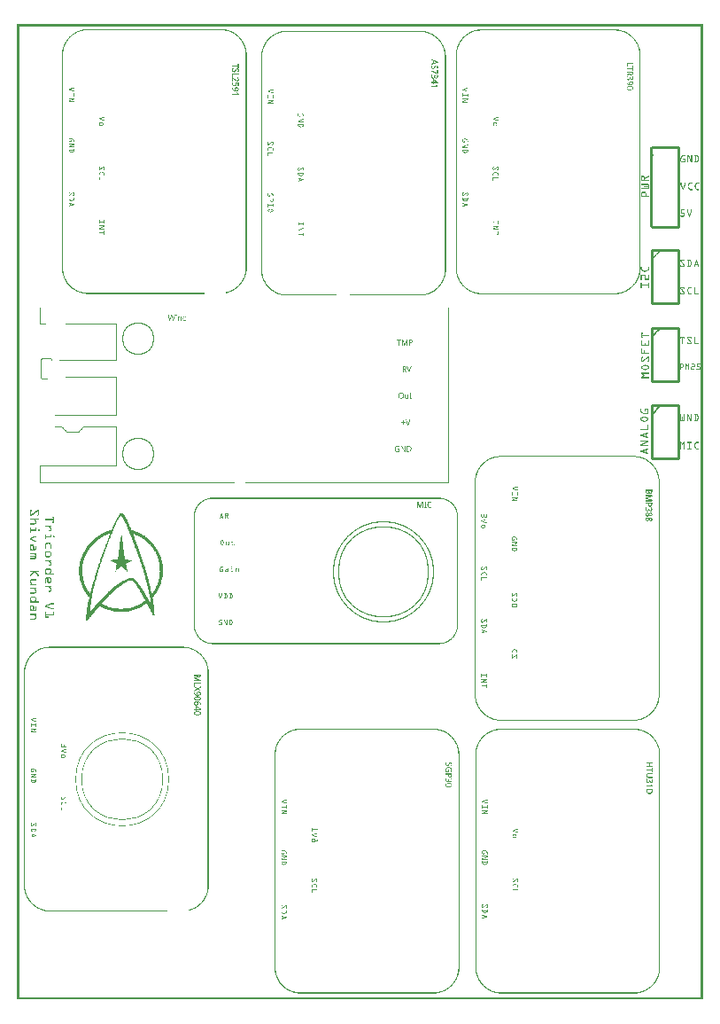
<source format=gto>
G04 MADE WITH FRITZING*
G04 WWW.FRITZING.ORG*
G04 DOUBLE SIDED*
G04 HOLES PLATED*
G04 CONTOUR ON CENTER OF CONTOUR VECTOR*
%ASAXBY*%
%FSLAX23Y23*%
%MOIN*%
%OFA0B0*%
%SFA1.0B1.0*%
%ADD10C,0.122362X0.114488*%
%ADD11C,0.307846X0.302786*%
%ADD12C,0.352362X0.34765*%
%ADD13C,0.381971X0.374097*%
%ADD14C,0.342521X0.334647*%
%ADD15C,0.010000*%
%ADD16C,0.005000*%
%ADD17R,0.001000X0.001000*%
%LNSILK1*%
G90*
G70*
G54D10*
X455Y2054D03*
X455Y2488D03*
G54D11*
X394Y829D03*
G54D12*
X394Y829D03*
G54D13*
X1377Y1610D03*
G54D14*
X1377Y1610D03*
G54D15*
X2389Y2527D02*
X2389Y2327D01*
D02*
X2389Y2327D02*
X2489Y2327D01*
D02*
X2489Y2327D02*
X2489Y2527D01*
D02*
X2489Y2527D02*
X2389Y2527D01*
D02*
X2388Y2235D02*
X2388Y2035D01*
D02*
X2388Y2035D02*
X2488Y2035D01*
D02*
X2488Y2035D02*
X2488Y2235D01*
D02*
X2488Y2235D02*
X2388Y2235D01*
G54D16*
D02*
X2388Y2200D02*
X2423Y2235D01*
G54D15*
D02*
X2389Y2819D02*
X2389Y2619D01*
D02*
X2389Y2619D02*
X2489Y2619D01*
D02*
X2489Y2619D02*
X2489Y2819D01*
D02*
X2489Y2819D02*
X2389Y2819D01*
D02*
X2389Y2906D02*
X2489Y2906D01*
D02*
X2489Y2906D02*
X2489Y3206D01*
D02*
X2489Y3206D02*
X2389Y3206D01*
G36*
X391Y1759D02*
X391Y1747D01*
X390Y1747D01*
X390Y1740D01*
X389Y1740D01*
X389Y1730D01*
X388Y1730D01*
X388Y1722D01*
X386Y1722D01*
X386Y1712D01*
X385Y1712D01*
X385Y1704D01*
X384Y1704D01*
X384Y1693D01*
X383Y1693D01*
X383Y1686D01*
X382Y1686D01*
X382Y1675D01*
X381Y1675D01*
X381Y1668D01*
X379Y1668D01*
X379Y1659D01*
X377Y1659D01*
X377Y1657D01*
X372Y1657D01*
X372Y1656D01*
X365Y1656D01*
X365Y1655D01*
X359Y1655D01*
X359Y1654D01*
X352Y1654D01*
X352Y1653D01*
X350Y1653D01*
X350Y1652D01*
X352Y1652D01*
X352Y1650D01*
X355Y1650D01*
X355Y1649D01*
X357Y1649D01*
X357Y1648D01*
X359Y1648D01*
X359Y1647D01*
X362Y1647D01*
X362Y1646D01*
X364Y1646D01*
X364Y1644D01*
X365Y1644D01*
X365Y1643D01*
X368Y1643D01*
X368Y1642D01*
X370Y1642D01*
X370Y1641D01*
X372Y1641D01*
X372Y1640D01*
X375Y1640D01*
X375Y1637D01*
X373Y1637D01*
X373Y1633D01*
X372Y1633D01*
X372Y1630D01*
X394Y1630D01*
X394Y1629D01*
X395Y1629D01*
X395Y1628D01*
X396Y1628D01*
X396Y1627D01*
X397Y1627D01*
X397Y1626D01*
X398Y1626D01*
X398Y1624D01*
X401Y1624D01*
X401Y1623D01*
X402Y1623D01*
X402Y1622D01*
X403Y1622D01*
X403Y1621D01*
X404Y1621D01*
X404Y1620D01*
X405Y1620D01*
X405Y1619D01*
X406Y1619D01*
X406Y1617D01*
X408Y1617D01*
X408Y1616D01*
X409Y1616D01*
X409Y1615D01*
X410Y1615D01*
X410Y1614D01*
X411Y1614D01*
X411Y1613D01*
X412Y1613D01*
X412Y1611D01*
X415Y1611D01*
X415Y1614D01*
X414Y1614D01*
X414Y1620D01*
X412Y1620D01*
X412Y1624D01*
X411Y1624D01*
X411Y1630D01*
X410Y1630D01*
X410Y1635D01*
X409Y1635D01*
X409Y1641D01*
X411Y1641D01*
X411Y1642D01*
X414Y1642D01*
X414Y1643D01*
X416Y1643D01*
X416Y1644D01*
X418Y1644D01*
X418Y1646D01*
X421Y1646D01*
X421Y1647D01*
X423Y1647D01*
X423Y1648D01*
X425Y1648D01*
X425Y1649D01*
X427Y1649D01*
X427Y1650D01*
X430Y1650D01*
X430Y1652D01*
X431Y1652D01*
X431Y1653D01*
X429Y1653D01*
X429Y1654D01*
X419Y1654D01*
X419Y1655D01*
X414Y1655D01*
X414Y1656D01*
X405Y1656D01*
X405Y1659D01*
X404Y1659D01*
X404Y1669D01*
X403Y1669D01*
X403Y1676D01*
X402Y1676D01*
X402Y1687D01*
X401Y1687D01*
X401Y1694D01*
X399Y1694D01*
X399Y1705D01*
X398Y1705D01*
X398Y1712D01*
X397Y1712D01*
X397Y1722D01*
X396Y1722D01*
X396Y1730D01*
X395Y1730D01*
X395Y1741D01*
X394Y1741D01*
X394Y1748D01*
X392Y1748D01*
X392Y1759D01*
X391Y1759D01*
G37*
D02*
G36*
X372Y1630D02*
X372Y1627D01*
X371Y1627D01*
X371Y1621D01*
X370Y1621D01*
X370Y1614D01*
X369Y1614D01*
X369Y1611D01*
X370Y1611D01*
X370Y1613D01*
X371Y1613D01*
X371Y1614D01*
X372Y1614D01*
X372Y1615D01*
X373Y1615D01*
X373Y1616D01*
X375Y1616D01*
X375Y1617D01*
X376Y1617D01*
X376Y1619D01*
X378Y1619D01*
X378Y1620D01*
X379Y1620D01*
X379Y1621D01*
X381Y1621D01*
X381Y1622D01*
X382Y1622D01*
X382Y1623D01*
X383Y1623D01*
X383Y1624D01*
X384Y1624D01*
X384Y1626D01*
X385Y1626D01*
X385Y1627D01*
X388Y1627D01*
X388Y1628D01*
X389Y1628D01*
X389Y1629D01*
X390Y1629D01*
X390Y1630D01*
X372Y1630D01*
G37*
D02*
G36*
X389Y1831D02*
X389Y1830D01*
X388Y1830D01*
X388Y1829D01*
X386Y1829D01*
X386Y1826D01*
X385Y1826D01*
X385Y1825D01*
X384Y1825D01*
X384Y1824D01*
X383Y1824D01*
X383Y1822D01*
X382Y1822D01*
X382Y1819D01*
X391Y1819D01*
X391Y1818D01*
X394Y1818D01*
X394Y1816D01*
X395Y1816D01*
X395Y1815D01*
X396Y1815D01*
X396Y1813D01*
X397Y1813D01*
X397Y1811D01*
X398Y1811D01*
X398Y1809D01*
X399Y1809D01*
X399Y1807D01*
X401Y1807D01*
X401Y1805D01*
X402Y1805D01*
X402Y1804D01*
X403Y1804D01*
X403Y1800D01*
X404Y1800D01*
X404Y1798D01*
X405Y1798D01*
X405Y1796D01*
X406Y1796D01*
X406Y1793D01*
X408Y1793D01*
X408Y1791D01*
X409Y1791D01*
X409Y1789D01*
X410Y1789D01*
X410Y1785D01*
X411Y1785D01*
X411Y1781D01*
X412Y1781D01*
X412Y1779D01*
X414Y1779D01*
X414Y1776D01*
X415Y1776D01*
X415Y1773D01*
X416Y1773D01*
X416Y1770D01*
X417Y1770D01*
X417Y1768D01*
X418Y1768D01*
X418Y1765D01*
X419Y1765D01*
X419Y1763D01*
X421Y1763D01*
X421Y1759D01*
X422Y1759D01*
X422Y1758D01*
X423Y1758D01*
X423Y1754D01*
X424Y1754D01*
X424Y1752D01*
X441Y1752D01*
X441Y1751D01*
X442Y1751D01*
X442Y1750D01*
X445Y1750D01*
X445Y1748D01*
X449Y1748D01*
X449Y1747D01*
X453Y1747D01*
X453Y1746D01*
X454Y1746D01*
X454Y1745D01*
X456Y1745D01*
X456Y1744D01*
X458Y1744D01*
X458Y1742D01*
X460Y1742D01*
X460Y1741D01*
X463Y1741D01*
X463Y1740D01*
X464Y1740D01*
X464Y1739D01*
X467Y1739D01*
X467Y1738D01*
X469Y1738D01*
X469Y1737D01*
X470Y1737D01*
X470Y1735D01*
X473Y1735D01*
X473Y1734D01*
X474Y1734D01*
X474Y1733D01*
X476Y1733D01*
X476Y1732D01*
X477Y1732D01*
X477Y1731D01*
X480Y1731D01*
X480Y1728D01*
X482Y1728D01*
X482Y1727D01*
X483Y1727D01*
X483Y1726D01*
X486Y1726D01*
X486Y1724D01*
X488Y1724D01*
X488Y1722D01*
X489Y1722D01*
X489Y1721D01*
X490Y1721D01*
X490Y1720D01*
X492Y1720D01*
X492Y1719D01*
X493Y1719D01*
X493Y1718D01*
X494Y1718D01*
X494Y1717D01*
X495Y1717D01*
X495Y1715D01*
X496Y1715D01*
X496Y1714D01*
X497Y1714D01*
X497Y1713D01*
X499Y1713D01*
X499Y1712D01*
X500Y1712D01*
X500Y1711D01*
X501Y1711D01*
X501Y1709D01*
X502Y1709D01*
X502Y1708D01*
X503Y1708D01*
X503Y1706D01*
X506Y1706D01*
X506Y1704D01*
X507Y1704D01*
X507Y1701D01*
X508Y1701D01*
X508Y1700D01*
X509Y1700D01*
X509Y1699D01*
X510Y1699D01*
X510Y1696D01*
X512Y1696D01*
X512Y1695D01*
X513Y1695D01*
X513Y1694D01*
X514Y1694D01*
X514Y1692D01*
X515Y1692D01*
X515Y1689D01*
X516Y1689D01*
X516Y1688D01*
X517Y1688D01*
X517Y1686D01*
X519Y1686D01*
X519Y1685D01*
X520Y1685D01*
X520Y1681D01*
X521Y1681D01*
X521Y1680D01*
X522Y1680D01*
X522Y1678D01*
X523Y1678D01*
X523Y1675D01*
X525Y1675D01*
X525Y1672D01*
X526Y1672D01*
X526Y1670D01*
X527Y1670D01*
X527Y1667D01*
X528Y1667D01*
X528Y1665D01*
X529Y1665D01*
X529Y1660D01*
X530Y1660D01*
X530Y1657D01*
X532Y1657D01*
X532Y1653D01*
X533Y1653D01*
X533Y1648D01*
X534Y1648D01*
X534Y1642D01*
X535Y1642D01*
X535Y1637D01*
X536Y1637D01*
X536Y1617D01*
X538Y1617D01*
X538Y1616D01*
X536Y1616D01*
X536Y1614D01*
X538Y1614D01*
X538Y1611D01*
X536Y1611D01*
X536Y1596D01*
X535Y1596D01*
X535Y1590D01*
X534Y1590D01*
X534Y1584D01*
X533Y1584D01*
X533Y1580D01*
X532Y1580D01*
X532Y1575D01*
X530Y1575D01*
X530Y1571D01*
X529Y1571D01*
X529Y1567D01*
X528Y1567D01*
X528Y1564D01*
X527Y1564D01*
X527Y1561D01*
X526Y1561D01*
X526Y1557D01*
X525Y1557D01*
X525Y1555D01*
X523Y1555D01*
X523Y1552D01*
X522Y1552D01*
X522Y1550D01*
X521Y1550D01*
X521Y1548D01*
X520Y1548D01*
X520Y1546D01*
X519Y1546D01*
X519Y1544D01*
X517Y1544D01*
X517Y1541D01*
X516Y1541D01*
X516Y1539D01*
X515Y1539D01*
X515Y1537D01*
X513Y1537D01*
X513Y1535D01*
X512Y1535D01*
X512Y1533D01*
X510Y1533D01*
X510Y1530D01*
X509Y1530D01*
X509Y1529D01*
X522Y1529D01*
X522Y1530D01*
X523Y1530D01*
X523Y1531D01*
X525Y1531D01*
X525Y1533D01*
X526Y1533D01*
X526Y1536D01*
X527Y1536D01*
X527Y1538D01*
X528Y1538D01*
X528Y1539D01*
X529Y1539D01*
X529Y1542D01*
X530Y1542D01*
X530Y1544D01*
X532Y1544D01*
X532Y1546D01*
X533Y1546D01*
X533Y1549D01*
X534Y1549D01*
X534Y1551D01*
X535Y1551D01*
X535Y1555D01*
X536Y1555D01*
X536Y1557D01*
X538Y1557D01*
X538Y1561D01*
X539Y1561D01*
X539Y1563D01*
X540Y1563D01*
X540Y1568D01*
X541Y1568D01*
X541Y1570D01*
X542Y1570D01*
X542Y1575D01*
X543Y1575D01*
X543Y1580D01*
X545Y1580D01*
X545Y1585D01*
X546Y1585D01*
X546Y1590D01*
X547Y1590D01*
X547Y1601D01*
X548Y1601D01*
X548Y1633D01*
X547Y1633D01*
X547Y1641D01*
X546Y1641D01*
X546Y1648D01*
X545Y1648D01*
X545Y1652D01*
X543Y1652D01*
X543Y1655D01*
X542Y1655D01*
X542Y1660D01*
X541Y1660D01*
X541Y1663D01*
X540Y1663D01*
X540Y1667D01*
X539Y1667D01*
X539Y1669D01*
X538Y1669D01*
X538Y1673D01*
X536Y1673D01*
X536Y1675D01*
X535Y1675D01*
X535Y1678D01*
X534Y1678D01*
X534Y1680D01*
X533Y1680D01*
X533Y1682D01*
X532Y1682D01*
X532Y1685D01*
X530Y1685D01*
X530Y1687D01*
X529Y1687D01*
X529Y1689D01*
X528Y1689D01*
X528Y1692D01*
X527Y1692D01*
X527Y1693D01*
X526Y1693D01*
X526Y1695D01*
X525Y1695D01*
X525Y1696D01*
X523Y1696D01*
X523Y1699D01*
X522Y1699D01*
X522Y1700D01*
X521Y1700D01*
X521Y1702D01*
X520Y1702D01*
X520Y1704D01*
X519Y1704D01*
X519Y1706D01*
X517Y1706D01*
X517Y1707D01*
X516Y1707D01*
X516Y1709D01*
X515Y1709D01*
X515Y1712D01*
X513Y1712D01*
X513Y1714D01*
X510Y1714D01*
X510Y1717D01*
X509Y1717D01*
X509Y1718D01*
X508Y1718D01*
X508Y1720D01*
X506Y1720D01*
X506Y1722D01*
X503Y1722D01*
X503Y1725D01*
X501Y1725D01*
X501Y1727D01*
X499Y1727D01*
X499Y1730D01*
X496Y1730D01*
X496Y1731D01*
X495Y1731D01*
X495Y1732D01*
X494Y1732D01*
X494Y1733D01*
X493Y1733D01*
X493Y1734D01*
X492Y1734D01*
X492Y1735D01*
X490Y1735D01*
X490Y1737D01*
X489Y1737D01*
X489Y1738D01*
X487Y1738D01*
X487Y1739D01*
X486Y1739D01*
X486Y1740D01*
X484Y1740D01*
X484Y1741D01*
X482Y1741D01*
X482Y1742D01*
X481Y1742D01*
X481Y1744D01*
X480Y1744D01*
X480Y1745D01*
X477Y1745D01*
X477Y1746D01*
X475Y1746D01*
X475Y1747D01*
X474Y1747D01*
X474Y1748D01*
X473Y1748D01*
X473Y1750D01*
X470Y1750D01*
X470Y1751D01*
X468Y1751D01*
X468Y1752D01*
X466Y1752D01*
X466Y1753D01*
X463Y1753D01*
X463Y1754D01*
X462Y1754D01*
X462Y1755D01*
X458Y1755D01*
X458Y1757D01*
X456Y1757D01*
X456Y1758D01*
X454Y1758D01*
X454Y1759D01*
X451Y1759D01*
X451Y1760D01*
X448Y1760D01*
X448Y1761D01*
X444Y1761D01*
X444Y1763D01*
X441Y1763D01*
X441Y1764D01*
X437Y1764D01*
X437Y1765D01*
X434Y1765D01*
X434Y1766D01*
X430Y1766D01*
X430Y1767D01*
X429Y1767D01*
X429Y1771D01*
X428Y1771D01*
X428Y1773D01*
X427Y1773D01*
X427Y1776D01*
X425Y1776D01*
X425Y1779D01*
X424Y1779D01*
X424Y1781D01*
X423Y1781D01*
X423Y1784D01*
X422Y1784D01*
X422Y1787D01*
X421Y1787D01*
X421Y1789D01*
X419Y1789D01*
X419Y1792D01*
X418Y1792D01*
X418Y1796D01*
X417Y1796D01*
X417Y1798D01*
X416Y1798D01*
X416Y1800D01*
X415Y1800D01*
X415Y1803D01*
X414Y1803D01*
X414Y1805D01*
X412Y1805D01*
X412Y1807D01*
X411Y1807D01*
X411Y1809D01*
X410Y1809D01*
X410Y1811D01*
X409Y1811D01*
X409Y1813D01*
X408Y1813D01*
X408Y1816D01*
X406Y1816D01*
X406Y1818D01*
X405Y1818D01*
X405Y1819D01*
X404Y1819D01*
X404Y1822D01*
X403Y1822D01*
X403Y1824D01*
X402Y1824D01*
X402Y1825D01*
X401Y1825D01*
X401Y1826D01*
X399Y1826D01*
X399Y1829D01*
X397Y1829D01*
X397Y1831D01*
X389Y1831D01*
G37*
D02*
G36*
X381Y1819D02*
X381Y1818D01*
X379Y1818D01*
X379Y1816D01*
X378Y1816D01*
X378Y1815D01*
X377Y1815D01*
X377Y1812D01*
X376Y1812D01*
X376Y1810D01*
X375Y1810D01*
X375Y1807D01*
X373Y1807D01*
X373Y1806D01*
X372Y1806D01*
X372Y1804D01*
X371Y1804D01*
X371Y1802D01*
X370Y1802D01*
X370Y1799D01*
X369Y1799D01*
X369Y1797D01*
X368Y1797D01*
X368Y1794D01*
X366Y1794D01*
X366Y1792D01*
X365Y1792D01*
X365Y1790D01*
X364Y1790D01*
X364Y1786D01*
X363Y1786D01*
X363Y1785D01*
X362Y1785D01*
X362Y1781D01*
X360Y1781D01*
X360Y1779D01*
X359Y1779D01*
X359Y1776D01*
X358Y1776D01*
X358Y1774D01*
X357Y1774D01*
X357Y1771D01*
X356Y1771D01*
X356Y1768D01*
X355Y1768D01*
X355Y1767D01*
X351Y1767D01*
X351Y1766D01*
X347Y1766D01*
X347Y1765D01*
X344Y1765D01*
X344Y1764D01*
X340Y1764D01*
X340Y1763D01*
X336Y1763D01*
X336Y1761D01*
X333Y1761D01*
X333Y1760D01*
X330Y1760D01*
X330Y1759D01*
X327Y1759D01*
X327Y1758D01*
X325Y1758D01*
X325Y1757D01*
X323Y1757D01*
X323Y1755D01*
X320Y1755D01*
X320Y1754D01*
X318Y1754D01*
X318Y1753D01*
X316Y1753D01*
X316Y1752D01*
X347Y1752D01*
X347Y1746D01*
X346Y1746D01*
X346Y1744D01*
X345Y1744D01*
X345Y1740D01*
X344Y1740D01*
X344Y1738D01*
X343Y1738D01*
X343Y1733D01*
X342Y1733D01*
X342Y1732D01*
X340Y1732D01*
X340Y1728D01*
X339Y1728D01*
X339Y1726D01*
X338Y1726D01*
X338Y1721D01*
X337Y1721D01*
X337Y1718D01*
X336Y1718D01*
X336Y1715D01*
X334Y1715D01*
X334Y1713D01*
X333Y1713D01*
X333Y1708D01*
X332Y1708D01*
X332Y1706D01*
X331Y1706D01*
X331Y1702D01*
X330Y1702D01*
X330Y1700D01*
X329Y1700D01*
X329Y1696D01*
X327Y1696D01*
X327Y1694D01*
X326Y1694D01*
X326Y1689D01*
X325Y1689D01*
X325Y1687D01*
X324Y1687D01*
X324Y1683D01*
X323Y1683D01*
X323Y1682D01*
X321Y1682D01*
X321Y1678D01*
X320Y1678D01*
X320Y1675D01*
X319Y1675D01*
X319Y1670D01*
X318Y1670D01*
X318Y1668D01*
X317Y1668D01*
X317Y1665D01*
X316Y1665D01*
X316Y1662D01*
X314Y1662D01*
X314Y1660D01*
X313Y1660D01*
X313Y1655D01*
X312Y1655D01*
X312Y1652D01*
X311Y1652D01*
X311Y1648D01*
X310Y1648D01*
X310Y1644D01*
X308Y1644D01*
X308Y1642D01*
X307Y1642D01*
X307Y1639D01*
X306Y1639D01*
X306Y1635D01*
X305Y1635D01*
X305Y1633D01*
X304Y1633D01*
X304Y1627D01*
X303Y1627D01*
X303Y1624D01*
X301Y1624D01*
X301Y1620D01*
X300Y1620D01*
X300Y1617D01*
X299Y1617D01*
X299Y1614D01*
X298Y1614D01*
X298Y1610D01*
X297Y1610D01*
X297Y1607D01*
X295Y1607D01*
X295Y1603D01*
X294Y1603D01*
X294Y1597D01*
X293Y1597D01*
X293Y1595D01*
X292Y1595D01*
X292Y1590D01*
X291Y1590D01*
X291Y1587D01*
X290Y1587D01*
X290Y1581D01*
X288Y1581D01*
X288Y1578D01*
X287Y1578D01*
X287Y1574D01*
X286Y1574D01*
X286Y1570D01*
X285Y1570D01*
X285Y1564D01*
X284Y1564D01*
X284Y1563D01*
X283Y1563D01*
X283Y1557D01*
X281Y1557D01*
X281Y1555D01*
X280Y1555D01*
X280Y1549D01*
X279Y1549D01*
X279Y1545D01*
X278Y1545D01*
X278Y1539D01*
X277Y1539D01*
X277Y1536D01*
X275Y1536D01*
X275Y1531D01*
X274Y1531D01*
X274Y1530D01*
X284Y1530D01*
X284Y1537D01*
X285Y1537D01*
X285Y1542D01*
X286Y1542D01*
X286Y1546D01*
X287Y1546D01*
X287Y1550D01*
X288Y1550D01*
X288Y1556D01*
X290Y1556D01*
X290Y1559D01*
X291Y1559D01*
X291Y1564D01*
X292Y1564D01*
X292Y1568D01*
X293Y1568D01*
X293Y1572D01*
X294Y1572D01*
X294Y1576D01*
X295Y1576D01*
X295Y1581D01*
X297Y1581D01*
X297Y1584D01*
X298Y1584D01*
X298Y1590D01*
X299Y1590D01*
X299Y1593D01*
X300Y1593D01*
X300Y1598D01*
X301Y1598D01*
X301Y1602D01*
X303Y1602D01*
X303Y1607D01*
X304Y1607D01*
X304Y1610D01*
X305Y1610D01*
X305Y1615D01*
X306Y1615D01*
X306Y1619D01*
X307Y1619D01*
X307Y1623D01*
X308Y1623D01*
X308Y1626D01*
X310Y1626D01*
X310Y1630D01*
X311Y1630D01*
X311Y1633D01*
X312Y1633D01*
X312Y1637D01*
X313Y1637D01*
X313Y1641D01*
X314Y1641D01*
X314Y1644D01*
X316Y1644D01*
X316Y1648D01*
X317Y1648D01*
X317Y1652D01*
X318Y1652D01*
X318Y1655D01*
X319Y1655D01*
X319Y1659D01*
X320Y1659D01*
X320Y1662D01*
X321Y1662D01*
X321Y1666D01*
X323Y1666D01*
X323Y1668D01*
X324Y1668D01*
X324Y1670D01*
X325Y1670D01*
X325Y1675D01*
X326Y1675D01*
X326Y1678D01*
X327Y1678D01*
X327Y1681D01*
X329Y1681D01*
X329Y1685D01*
X330Y1685D01*
X330Y1688D01*
X331Y1688D01*
X331Y1691D01*
X332Y1691D01*
X332Y1694D01*
X333Y1694D01*
X333Y1698D01*
X334Y1698D01*
X334Y1701D01*
X336Y1701D01*
X336Y1704D01*
X337Y1704D01*
X337Y1707D01*
X338Y1707D01*
X338Y1711D01*
X339Y1711D01*
X339Y1714D01*
X340Y1714D01*
X340Y1717D01*
X342Y1717D01*
X342Y1720D01*
X343Y1720D01*
X343Y1722D01*
X344Y1722D01*
X344Y1726D01*
X345Y1726D01*
X345Y1728D01*
X346Y1728D01*
X346Y1732D01*
X347Y1732D01*
X347Y1734D01*
X349Y1734D01*
X349Y1738D01*
X350Y1738D01*
X350Y1740D01*
X351Y1740D01*
X351Y1744D01*
X352Y1744D01*
X352Y1746D01*
X353Y1746D01*
X353Y1750D01*
X355Y1750D01*
X355Y1752D01*
X356Y1752D01*
X356Y1754D01*
X357Y1754D01*
X357Y1757D01*
X358Y1757D01*
X358Y1760D01*
X359Y1760D01*
X359Y1763D01*
X360Y1763D01*
X360Y1766D01*
X362Y1766D01*
X362Y1768D01*
X363Y1768D01*
X363Y1772D01*
X364Y1772D01*
X364Y1774D01*
X365Y1774D01*
X365Y1778D01*
X366Y1778D01*
X366Y1780D01*
X368Y1780D01*
X368Y1784D01*
X369Y1784D01*
X369Y1786D01*
X370Y1786D01*
X370Y1789D01*
X371Y1789D01*
X371Y1791D01*
X372Y1791D01*
X372Y1793D01*
X373Y1793D01*
X373Y1797D01*
X375Y1797D01*
X375Y1798D01*
X376Y1798D01*
X376Y1802D01*
X377Y1802D01*
X377Y1803D01*
X378Y1803D01*
X378Y1805D01*
X379Y1805D01*
X379Y1806D01*
X381Y1806D01*
X381Y1809D01*
X382Y1809D01*
X382Y1811D01*
X383Y1811D01*
X383Y1813D01*
X384Y1813D01*
X384Y1815D01*
X385Y1815D01*
X385Y1817D01*
X388Y1817D01*
X388Y1819D01*
X381Y1819D01*
G37*
D02*
G36*
X314Y1752D02*
X314Y1751D01*
X312Y1751D01*
X312Y1750D01*
X311Y1750D01*
X311Y1748D01*
X308Y1748D01*
X308Y1747D01*
X306Y1747D01*
X306Y1746D01*
X305Y1746D01*
X305Y1745D01*
X304Y1745D01*
X304Y1744D01*
X301Y1744D01*
X301Y1742D01*
X300Y1742D01*
X300Y1741D01*
X299Y1741D01*
X299Y1740D01*
X297Y1740D01*
X297Y1739D01*
X295Y1739D01*
X295Y1738D01*
X294Y1738D01*
X294Y1737D01*
X292Y1737D01*
X292Y1734D01*
X290Y1734D01*
X290Y1733D01*
X288Y1733D01*
X288Y1732D01*
X287Y1732D01*
X287Y1731D01*
X286Y1731D01*
X286Y1730D01*
X285Y1730D01*
X285Y1728D01*
X284Y1728D01*
X284Y1727D01*
X283Y1727D01*
X283Y1726D01*
X281Y1726D01*
X281Y1725D01*
X280Y1725D01*
X280Y1724D01*
X279Y1724D01*
X279Y1722D01*
X278Y1722D01*
X278Y1721D01*
X277Y1721D01*
X277Y1720D01*
X275Y1720D01*
X275Y1719D01*
X274Y1719D01*
X274Y1718D01*
X273Y1718D01*
X273Y1717D01*
X272Y1717D01*
X272Y1715D01*
X271Y1715D01*
X271Y1713D01*
X270Y1713D01*
X270Y1712D01*
X268Y1712D01*
X268Y1711D01*
X267Y1711D01*
X267Y1709D01*
X266Y1709D01*
X266Y1707D01*
X265Y1707D01*
X265Y1706D01*
X264Y1706D01*
X264Y1705D01*
X262Y1705D01*
X262Y1702D01*
X261Y1702D01*
X261Y1700D01*
X260Y1700D01*
X260Y1699D01*
X259Y1699D01*
X259Y1698D01*
X258Y1698D01*
X258Y1695D01*
X257Y1695D01*
X257Y1693D01*
X255Y1693D01*
X255Y1691D01*
X254Y1691D01*
X254Y1688D01*
X253Y1688D01*
X253Y1687D01*
X252Y1687D01*
X252Y1686D01*
X251Y1686D01*
X251Y1682D01*
X249Y1682D01*
X249Y1681D01*
X248Y1681D01*
X248Y1678D01*
X247Y1678D01*
X247Y1675D01*
X246Y1675D01*
X246Y1673D01*
X245Y1673D01*
X245Y1670D01*
X244Y1670D01*
X244Y1668D01*
X242Y1668D01*
X242Y1665D01*
X241Y1665D01*
X241Y1661D01*
X240Y1661D01*
X240Y1659D01*
X239Y1659D01*
X239Y1654D01*
X238Y1654D01*
X238Y1650D01*
X236Y1650D01*
X236Y1644D01*
X235Y1644D01*
X235Y1640D01*
X234Y1640D01*
X234Y1629D01*
X233Y1629D01*
X233Y1598D01*
X234Y1598D01*
X234Y1588D01*
X235Y1588D01*
X235Y1583D01*
X236Y1583D01*
X236Y1578D01*
X238Y1578D01*
X238Y1575D01*
X239Y1575D01*
X239Y1569D01*
X240Y1569D01*
X240Y1567D01*
X241Y1567D01*
X241Y1563D01*
X242Y1563D01*
X242Y1559D01*
X244Y1559D01*
X244Y1556D01*
X245Y1556D01*
X245Y1554D01*
X246Y1554D01*
X246Y1550D01*
X247Y1550D01*
X247Y1549D01*
X248Y1549D01*
X248Y1545D01*
X249Y1545D01*
X249Y1543D01*
X251Y1543D01*
X251Y1541D01*
X252Y1541D01*
X252Y1539D01*
X253Y1539D01*
X253Y1537D01*
X254Y1537D01*
X254Y1536D01*
X255Y1536D01*
X255Y1533D01*
X257Y1533D01*
X257Y1531D01*
X258Y1531D01*
X258Y1530D01*
X272Y1530D01*
X272Y1532D01*
X270Y1532D01*
X270Y1535D01*
X268Y1535D01*
X268Y1537D01*
X267Y1537D01*
X267Y1538D01*
X266Y1538D01*
X266Y1541D01*
X265Y1541D01*
X265Y1542D01*
X264Y1542D01*
X264Y1544D01*
X262Y1544D01*
X262Y1546D01*
X261Y1546D01*
X261Y1548D01*
X260Y1548D01*
X260Y1550D01*
X259Y1550D01*
X259Y1552D01*
X258Y1552D01*
X258Y1554D01*
X257Y1554D01*
X257Y1555D01*
X258Y1555D01*
X258Y1556D01*
X257Y1556D01*
X257Y1557D01*
X255Y1557D01*
X255Y1561D01*
X254Y1561D01*
X254Y1564D01*
X253Y1564D01*
X253Y1568D01*
X252Y1568D01*
X252Y1572D01*
X251Y1572D01*
X251Y1576D01*
X249Y1576D01*
X249Y1580D01*
X248Y1580D01*
X248Y1585D01*
X247Y1585D01*
X247Y1593D01*
X246Y1593D01*
X246Y1596D01*
X245Y1596D01*
X245Y1630D01*
X246Y1630D01*
X246Y1640D01*
X247Y1640D01*
X247Y1647D01*
X248Y1647D01*
X248Y1650D01*
X249Y1650D01*
X249Y1654D01*
X251Y1654D01*
X251Y1657D01*
X252Y1657D01*
X252Y1661D01*
X253Y1661D01*
X253Y1663D01*
X254Y1663D01*
X254Y1666D01*
X255Y1666D01*
X255Y1669D01*
X257Y1669D01*
X257Y1672D01*
X258Y1672D01*
X258Y1673D01*
X259Y1673D01*
X259Y1676D01*
X260Y1676D01*
X260Y1679D01*
X261Y1679D01*
X261Y1682D01*
X262Y1682D01*
X262Y1683D01*
X264Y1683D01*
X264Y1685D01*
X265Y1685D01*
X265Y1687D01*
X266Y1687D01*
X266Y1689D01*
X267Y1689D01*
X267Y1691D01*
X268Y1691D01*
X268Y1693D01*
X270Y1693D01*
X270Y1694D01*
X271Y1694D01*
X271Y1696D01*
X272Y1696D01*
X272Y1698D01*
X273Y1698D01*
X273Y1699D01*
X274Y1699D01*
X274Y1700D01*
X275Y1700D01*
X275Y1702D01*
X277Y1702D01*
X277Y1704D01*
X278Y1704D01*
X278Y1706D01*
X279Y1706D01*
X279Y1707D01*
X280Y1707D01*
X280Y1708D01*
X281Y1708D01*
X281Y1709D01*
X283Y1709D01*
X283Y1711D01*
X284Y1711D01*
X284Y1712D01*
X285Y1712D01*
X285Y1713D01*
X286Y1713D01*
X286Y1714D01*
X287Y1714D01*
X287Y1715D01*
X288Y1715D01*
X288Y1717D01*
X290Y1717D01*
X290Y1718D01*
X291Y1718D01*
X291Y1719D01*
X292Y1719D01*
X292Y1721D01*
X294Y1721D01*
X294Y1722D01*
X295Y1722D01*
X295Y1724D01*
X297Y1724D01*
X297Y1725D01*
X298Y1725D01*
X298Y1726D01*
X300Y1726D01*
X300Y1728D01*
X303Y1728D01*
X303Y1730D01*
X304Y1730D01*
X304Y1731D01*
X306Y1731D01*
X306Y1732D01*
X307Y1732D01*
X307Y1733D01*
X308Y1733D01*
X308Y1734D01*
X310Y1734D01*
X310Y1735D01*
X312Y1735D01*
X312Y1737D01*
X314Y1737D01*
X314Y1738D01*
X316Y1738D01*
X316Y1739D01*
X318Y1739D01*
X318Y1740D01*
X319Y1740D01*
X319Y1741D01*
X321Y1741D01*
X321Y1742D01*
X324Y1742D01*
X324Y1744D01*
X326Y1744D01*
X326Y1745D01*
X329Y1745D01*
X329Y1746D01*
X331Y1746D01*
X331Y1747D01*
X334Y1747D01*
X334Y1748D01*
X336Y1748D01*
X336Y1750D01*
X340Y1750D01*
X340Y1751D01*
X343Y1751D01*
X343Y1752D01*
X314Y1752D01*
G37*
D02*
G36*
X425Y1752D02*
X425Y1748D01*
X427Y1748D01*
X427Y1747D01*
X428Y1747D01*
X428Y1742D01*
X429Y1742D01*
X429Y1740D01*
X430Y1740D01*
X430Y1737D01*
X431Y1737D01*
X431Y1734D01*
X432Y1734D01*
X432Y1731D01*
X434Y1731D01*
X434Y1728D01*
X435Y1728D01*
X435Y1724D01*
X436Y1724D01*
X436Y1721D01*
X437Y1721D01*
X437Y1718D01*
X438Y1718D01*
X438Y1714D01*
X440Y1714D01*
X440Y1711D01*
X441Y1711D01*
X441Y1708D01*
X442Y1708D01*
X442Y1705D01*
X443Y1705D01*
X443Y1701D01*
X444Y1701D01*
X444Y1698D01*
X445Y1698D01*
X445Y1695D01*
X447Y1695D01*
X447Y1692D01*
X448Y1692D01*
X448Y1689D01*
X449Y1689D01*
X449Y1685D01*
X450Y1685D01*
X450Y1682D01*
X451Y1682D01*
X451Y1678D01*
X453Y1678D01*
X453Y1675D01*
X454Y1675D01*
X454Y1672D01*
X455Y1672D01*
X455Y1669D01*
X456Y1669D01*
X456Y1665D01*
X457Y1665D01*
X457Y1662D01*
X458Y1662D01*
X458Y1659D01*
X460Y1659D01*
X460Y1656D01*
X461Y1656D01*
X461Y1652D01*
X462Y1652D01*
X462Y1648D01*
X463Y1648D01*
X463Y1646D01*
X464Y1646D01*
X464Y1641D01*
X466Y1641D01*
X466Y1639D01*
X467Y1639D01*
X467Y1635D01*
X468Y1635D01*
X468Y1631D01*
X469Y1631D01*
X469Y1628D01*
X470Y1628D01*
X470Y1626D01*
X471Y1626D01*
X471Y1622D01*
X473Y1622D01*
X473Y1619D01*
X474Y1619D01*
X474Y1614D01*
X475Y1614D01*
X475Y1610D01*
X476Y1610D01*
X476Y1606D01*
X477Y1606D01*
X477Y1602D01*
X479Y1602D01*
X479Y1597D01*
X480Y1597D01*
X480Y1594D01*
X481Y1594D01*
X481Y1589D01*
X482Y1589D01*
X482Y1585D01*
X483Y1585D01*
X483Y1580D01*
X484Y1580D01*
X484Y1576D01*
X486Y1576D01*
X486Y1570D01*
X487Y1570D01*
X487Y1567D01*
X488Y1567D01*
X488Y1561D01*
X489Y1561D01*
X489Y1557D01*
X490Y1557D01*
X490Y1551D01*
X492Y1551D01*
X492Y1548D01*
X493Y1548D01*
X493Y1542D01*
X494Y1542D01*
X494Y1537D01*
X495Y1537D01*
X495Y1531D01*
X496Y1531D01*
X496Y1529D01*
X507Y1529D01*
X507Y1530D01*
X506Y1530D01*
X506Y1532D01*
X504Y1532D01*
X504Y1537D01*
X503Y1537D01*
X503Y1543D01*
X502Y1543D01*
X502Y1546D01*
X501Y1546D01*
X501Y1552D01*
X500Y1552D01*
X500Y1557D01*
X499Y1557D01*
X499Y1563D01*
X497Y1563D01*
X497Y1567D01*
X496Y1567D01*
X496Y1572D01*
X495Y1572D01*
X495Y1576D01*
X494Y1576D01*
X494Y1582D01*
X493Y1582D01*
X493Y1585D01*
X492Y1585D01*
X492Y1589D01*
X490Y1589D01*
X490Y1593D01*
X489Y1593D01*
X489Y1597D01*
X488Y1597D01*
X488Y1601D01*
X487Y1601D01*
X487Y1606D01*
X486Y1606D01*
X486Y1610D01*
X484Y1610D01*
X484Y1615D01*
X483Y1615D01*
X483Y1617D01*
X482Y1617D01*
X482Y1622D01*
X481Y1622D01*
X481Y1626D01*
X480Y1626D01*
X480Y1629D01*
X479Y1629D01*
X479Y1633D01*
X477Y1633D01*
X477Y1636D01*
X476Y1636D01*
X476Y1639D01*
X475Y1639D01*
X475Y1643D01*
X474Y1643D01*
X474Y1648D01*
X473Y1648D01*
X473Y1650D01*
X471Y1650D01*
X471Y1654D01*
X470Y1654D01*
X470Y1657D01*
X469Y1657D01*
X469Y1660D01*
X468Y1660D01*
X468Y1663D01*
X467Y1663D01*
X467Y1667D01*
X466Y1667D01*
X466Y1670D01*
X464Y1670D01*
X464Y1675D01*
X463Y1675D01*
X463Y1678D01*
X462Y1678D01*
X462Y1682D01*
X461Y1682D01*
X461Y1685D01*
X460Y1685D01*
X460Y1688D01*
X458Y1688D01*
X458Y1691D01*
X457Y1691D01*
X457Y1695D01*
X456Y1695D01*
X456Y1698D01*
X455Y1698D01*
X455Y1702D01*
X454Y1702D01*
X454Y1705D01*
X453Y1705D01*
X453Y1708D01*
X451Y1708D01*
X451Y1711D01*
X450Y1711D01*
X450Y1714D01*
X449Y1714D01*
X449Y1718D01*
X448Y1718D01*
X448Y1721D01*
X447Y1721D01*
X447Y1724D01*
X445Y1724D01*
X445Y1727D01*
X444Y1727D01*
X444Y1731D01*
X443Y1731D01*
X443Y1734D01*
X442Y1734D01*
X442Y1737D01*
X441Y1737D01*
X441Y1740D01*
X440Y1740D01*
X440Y1742D01*
X438Y1742D01*
X438Y1746D01*
X437Y1746D01*
X437Y1751D01*
X438Y1751D01*
X438Y1752D01*
X425Y1752D01*
G37*
D02*
G36*
X424Y1587D02*
X424Y1585D01*
X418Y1585D01*
X418Y1584D01*
X416Y1584D01*
X416Y1583D01*
X412Y1583D01*
X412Y1582D01*
X410Y1582D01*
X410Y1581D01*
X405Y1581D01*
X405Y1580D01*
X404Y1580D01*
X404Y1578D01*
X401Y1578D01*
X401Y1577D01*
X432Y1577D01*
X432Y1576D01*
X435Y1576D01*
X435Y1575D01*
X436Y1575D01*
X436Y1574D01*
X437Y1574D01*
X437Y1572D01*
X438Y1572D01*
X438Y1571D01*
X440Y1571D01*
X440Y1570D01*
X441Y1570D01*
X441Y1568D01*
X442Y1568D01*
X442Y1567D01*
X443Y1567D01*
X443Y1565D01*
X444Y1565D01*
X444Y1564D01*
X445Y1564D01*
X445Y1562D01*
X447Y1562D01*
X447Y1561D01*
X448Y1561D01*
X448Y1558D01*
X449Y1558D01*
X449Y1557D01*
X450Y1557D01*
X450Y1556D01*
X451Y1556D01*
X451Y1554D01*
X453Y1554D01*
X453Y1551D01*
X454Y1551D01*
X454Y1550D01*
X455Y1550D01*
X455Y1548D01*
X456Y1548D01*
X456Y1546D01*
X457Y1546D01*
X457Y1544D01*
X458Y1544D01*
X458Y1542D01*
X460Y1542D01*
X460Y1541D01*
X461Y1541D01*
X461Y1539D01*
X462Y1539D01*
X462Y1536D01*
X463Y1536D01*
X463Y1533D01*
X464Y1533D01*
X464Y1532D01*
X466Y1532D01*
X466Y1530D01*
X467Y1530D01*
X467Y1528D01*
X468Y1528D01*
X468Y1526D01*
X469Y1526D01*
X469Y1524D01*
X470Y1524D01*
X470Y1523D01*
X471Y1523D01*
X471Y1519D01*
X473Y1519D01*
X473Y1517D01*
X474Y1517D01*
X474Y1515D01*
X475Y1515D01*
X475Y1513D01*
X476Y1513D01*
X476Y1511D01*
X477Y1511D01*
X477Y1510D01*
X479Y1510D01*
X479Y1506D01*
X480Y1506D01*
X480Y1505D01*
X481Y1505D01*
X481Y1500D01*
X479Y1500D01*
X479Y1499D01*
X476Y1499D01*
X476Y1498D01*
X497Y1498D01*
X497Y1500D01*
X496Y1500D01*
X496Y1503D01*
X495Y1503D01*
X495Y1504D01*
X494Y1504D01*
X494Y1506D01*
X493Y1506D01*
X493Y1508D01*
X492Y1508D01*
X492Y1510D01*
X490Y1510D01*
X490Y1512D01*
X489Y1512D01*
X489Y1515D01*
X488Y1515D01*
X488Y1516D01*
X487Y1516D01*
X487Y1518D01*
X486Y1518D01*
X486Y1521D01*
X484Y1521D01*
X484Y1523D01*
X483Y1523D01*
X483Y1524D01*
X482Y1524D01*
X482Y1526D01*
X481Y1526D01*
X481Y1528D01*
X480Y1528D01*
X480Y1530D01*
X479Y1530D01*
X479Y1532D01*
X477Y1532D01*
X477Y1535D01*
X476Y1535D01*
X476Y1536D01*
X475Y1536D01*
X475Y1538D01*
X474Y1538D01*
X474Y1539D01*
X473Y1539D01*
X473Y1542D01*
X471Y1542D01*
X471Y1543D01*
X470Y1543D01*
X470Y1545D01*
X469Y1545D01*
X469Y1546D01*
X468Y1546D01*
X468Y1549D01*
X467Y1549D01*
X467Y1550D01*
X466Y1550D01*
X466Y1552D01*
X464Y1552D01*
X464Y1555D01*
X463Y1555D01*
X463Y1556D01*
X462Y1556D01*
X462Y1557D01*
X461Y1557D01*
X461Y1559D01*
X460Y1559D01*
X460Y1561D01*
X458Y1561D01*
X458Y1562D01*
X457Y1562D01*
X457Y1564D01*
X456Y1564D01*
X456Y1565D01*
X455Y1565D01*
X455Y1568D01*
X454Y1568D01*
X454Y1569D01*
X453Y1569D01*
X453Y1571D01*
X451Y1571D01*
X451Y1572D01*
X450Y1572D01*
X450Y1574D01*
X449Y1574D01*
X449Y1575D01*
X448Y1575D01*
X448Y1576D01*
X447Y1576D01*
X447Y1577D01*
X445Y1577D01*
X445Y1578D01*
X444Y1578D01*
X444Y1580D01*
X443Y1580D01*
X443Y1581D01*
X441Y1581D01*
X441Y1583D01*
X438Y1583D01*
X438Y1584D01*
X437Y1584D01*
X437Y1585D01*
X434Y1585D01*
X434Y1587D01*
X424Y1587D01*
G37*
D02*
G36*
X399Y1577D02*
X399Y1576D01*
X397Y1576D01*
X397Y1575D01*
X396Y1575D01*
X396Y1574D01*
X394Y1574D01*
X394Y1572D01*
X391Y1572D01*
X391Y1571D01*
X389Y1571D01*
X389Y1570D01*
X388Y1570D01*
X388Y1569D01*
X386Y1569D01*
X386Y1568D01*
X384Y1568D01*
X384Y1567D01*
X382Y1567D01*
X382Y1565D01*
X381Y1565D01*
X381Y1564D01*
X379Y1564D01*
X379Y1563D01*
X377Y1563D01*
X377Y1562D01*
X376Y1562D01*
X376Y1561D01*
X375Y1561D01*
X375Y1559D01*
X372Y1559D01*
X372Y1558D01*
X371Y1558D01*
X371Y1557D01*
X369Y1557D01*
X369Y1556D01*
X368Y1556D01*
X368Y1555D01*
X366Y1555D01*
X366Y1554D01*
X365Y1554D01*
X365Y1552D01*
X363Y1552D01*
X363Y1550D01*
X360Y1550D01*
X360Y1549D01*
X359Y1549D01*
X359Y1548D01*
X358Y1548D01*
X358Y1546D01*
X357Y1546D01*
X357Y1545D01*
X356Y1545D01*
X356Y1544D01*
X353Y1544D01*
X353Y1543D01*
X352Y1543D01*
X352Y1542D01*
X351Y1542D01*
X351Y1541D01*
X350Y1541D01*
X350Y1539D01*
X349Y1539D01*
X349Y1538D01*
X347Y1538D01*
X347Y1537D01*
X345Y1537D01*
X345Y1535D01*
X343Y1535D01*
X343Y1532D01*
X340Y1532D01*
X340Y1530D01*
X338Y1530D01*
X338Y1528D01*
X336Y1528D01*
X336Y1525D01*
X334Y1525D01*
X334Y1524D01*
X333Y1524D01*
X333Y1523D01*
X332Y1523D01*
X332Y1522D01*
X331Y1522D01*
X331Y1521D01*
X330Y1521D01*
X330Y1519D01*
X329Y1519D01*
X329Y1518D01*
X327Y1518D01*
X327Y1517D01*
X326Y1517D01*
X326Y1516D01*
X325Y1516D01*
X325Y1515D01*
X324Y1515D01*
X324Y1513D01*
X323Y1513D01*
X323Y1512D01*
X321Y1512D01*
X321Y1511D01*
X320Y1511D01*
X320Y1510D01*
X319Y1510D01*
X319Y1509D01*
X318Y1509D01*
X318Y1508D01*
X317Y1508D01*
X317Y1506D01*
X316Y1506D01*
X316Y1505D01*
X314Y1505D01*
X314Y1504D01*
X313Y1504D01*
X313Y1503D01*
X312Y1503D01*
X312Y1502D01*
X311Y1502D01*
X311Y1500D01*
X310Y1500D01*
X310Y1499D01*
X308Y1499D01*
X308Y1498D01*
X307Y1498D01*
X307Y1497D01*
X306Y1497D01*
X306Y1496D01*
X305Y1496D01*
X305Y1495D01*
X304Y1495D01*
X304Y1492D01*
X303Y1492D01*
X303Y1491D01*
X301Y1491D01*
X301Y1490D01*
X300Y1490D01*
X300Y1489D01*
X299Y1489D01*
X299Y1487D01*
X298Y1487D01*
X298Y1486D01*
X297Y1486D01*
X297Y1485D01*
X295Y1485D01*
X295Y1484D01*
X294Y1484D01*
X294Y1483D01*
X293Y1483D01*
X293Y1482D01*
X292Y1482D01*
X292Y1480D01*
X312Y1480D01*
X312Y1479D01*
X314Y1479D01*
X314Y1478D01*
X317Y1478D01*
X317Y1477D01*
X318Y1477D01*
X318Y1476D01*
X320Y1476D01*
X320Y1474D01*
X323Y1474D01*
X323Y1473D01*
X326Y1473D01*
X326Y1472D01*
X329Y1472D01*
X329Y1471D01*
X383Y1471D01*
X383Y1472D01*
X368Y1472D01*
X368Y1473D01*
X362Y1473D01*
X362Y1474D01*
X355Y1474D01*
X355Y1476D01*
X351Y1476D01*
X351Y1477D01*
X346Y1477D01*
X346Y1478D01*
X343Y1478D01*
X343Y1479D01*
X340Y1479D01*
X340Y1480D01*
X338Y1480D01*
X338Y1482D01*
X333Y1482D01*
X333Y1483D01*
X331Y1483D01*
X331Y1484D01*
X329Y1484D01*
X329Y1485D01*
X325Y1485D01*
X325Y1486D01*
X324Y1486D01*
X324Y1487D01*
X321Y1487D01*
X321Y1489D01*
X319Y1489D01*
X319Y1492D01*
X321Y1492D01*
X321Y1495D01*
X323Y1495D01*
X323Y1496D01*
X324Y1496D01*
X324Y1497D01*
X325Y1497D01*
X325Y1498D01*
X326Y1498D01*
X326Y1499D01*
X327Y1499D01*
X327Y1500D01*
X329Y1500D01*
X329Y1502D01*
X330Y1502D01*
X330Y1504D01*
X331Y1504D01*
X331Y1505D01*
X332Y1505D01*
X332Y1506D01*
X333Y1506D01*
X333Y1508D01*
X334Y1508D01*
X334Y1509D01*
X336Y1509D01*
X336Y1510D01*
X337Y1510D01*
X337Y1511D01*
X338Y1511D01*
X338Y1512D01*
X339Y1512D01*
X339Y1513D01*
X340Y1513D01*
X340Y1515D01*
X342Y1515D01*
X342Y1516D01*
X343Y1516D01*
X343Y1517D01*
X344Y1517D01*
X344Y1518D01*
X345Y1518D01*
X345Y1519D01*
X346Y1519D01*
X346Y1522D01*
X349Y1522D01*
X349Y1524D01*
X351Y1524D01*
X351Y1526D01*
X353Y1526D01*
X353Y1528D01*
X355Y1528D01*
X355Y1529D01*
X356Y1529D01*
X356Y1530D01*
X357Y1530D01*
X357Y1531D01*
X358Y1531D01*
X358Y1532D01*
X359Y1532D01*
X359Y1533D01*
X360Y1533D01*
X360Y1535D01*
X362Y1535D01*
X362Y1536D01*
X363Y1536D01*
X363Y1537D01*
X364Y1537D01*
X364Y1538D01*
X365Y1538D01*
X365Y1539D01*
X366Y1539D01*
X366Y1541D01*
X369Y1541D01*
X369Y1542D01*
X370Y1542D01*
X370Y1543D01*
X371Y1543D01*
X371Y1544D01*
X372Y1544D01*
X372Y1545D01*
X373Y1545D01*
X373Y1546D01*
X376Y1546D01*
X376Y1549D01*
X378Y1549D01*
X378Y1550D01*
X379Y1550D01*
X379Y1551D01*
X381Y1551D01*
X381Y1552D01*
X383Y1552D01*
X383Y1554D01*
X384Y1554D01*
X384Y1555D01*
X385Y1555D01*
X385Y1556D01*
X386Y1556D01*
X386Y1557D01*
X388Y1557D01*
X388Y1558D01*
X390Y1558D01*
X390Y1559D01*
X392Y1559D01*
X392Y1561D01*
X394Y1561D01*
X394Y1562D01*
X395Y1562D01*
X395Y1563D01*
X397Y1563D01*
X397Y1564D01*
X398Y1564D01*
X398Y1565D01*
X401Y1565D01*
X401Y1567D01*
X403Y1567D01*
X403Y1568D01*
X404Y1568D01*
X404Y1569D01*
X406Y1569D01*
X406Y1570D01*
X409Y1570D01*
X409Y1571D01*
X411Y1571D01*
X411Y1572D01*
X414Y1572D01*
X414Y1574D01*
X416Y1574D01*
X416Y1575D01*
X419Y1575D01*
X419Y1576D01*
X423Y1576D01*
X423Y1577D01*
X399Y1577D01*
G37*
D02*
G36*
X258Y1530D02*
X258Y1529D01*
X284Y1529D01*
X284Y1530D01*
X258Y1530D01*
G37*
D02*
G36*
X258Y1530D02*
X258Y1529D01*
X284Y1529D01*
X284Y1530D01*
X258Y1530D01*
G37*
D02*
G36*
X259Y1529D02*
X259Y1528D01*
X260Y1528D01*
X260Y1526D01*
X261Y1526D01*
X261Y1524D01*
X262Y1524D01*
X262Y1523D01*
X264Y1523D01*
X264Y1522D01*
X265Y1522D01*
X265Y1519D01*
X266Y1519D01*
X266Y1518D01*
X267Y1518D01*
X267Y1517D01*
X268Y1517D01*
X268Y1515D01*
X270Y1515D01*
X270Y1513D01*
X271Y1513D01*
X271Y1511D01*
X270Y1511D01*
X270Y1508D01*
X268Y1508D01*
X268Y1502D01*
X267Y1502D01*
X267Y1495D01*
X266Y1495D01*
X266Y1489D01*
X265Y1489D01*
X265Y1482D01*
X264Y1482D01*
X264Y1476D01*
X262Y1476D01*
X262Y1466D01*
X261Y1466D01*
X261Y1464D01*
X274Y1464D01*
X274Y1480D01*
X275Y1480D01*
X275Y1486D01*
X277Y1486D01*
X277Y1495D01*
X278Y1495D01*
X278Y1500D01*
X279Y1500D01*
X279Y1510D01*
X280Y1510D01*
X280Y1517D01*
X281Y1517D01*
X281Y1524D01*
X283Y1524D01*
X283Y1529D01*
X259Y1529D01*
G37*
D02*
G36*
X496Y1529D02*
X496Y1528D01*
X522Y1528D01*
X522Y1529D01*
X496Y1529D01*
G37*
D02*
G36*
X496Y1529D02*
X496Y1528D01*
X522Y1528D01*
X522Y1529D01*
X496Y1529D01*
G37*
D02*
G36*
X496Y1528D02*
X496Y1526D01*
X497Y1526D01*
X497Y1518D01*
X499Y1518D01*
X499Y1513D01*
X500Y1513D01*
X500Y1506D01*
X501Y1506D01*
X501Y1498D01*
X512Y1498D01*
X512Y1502D01*
X510Y1502D01*
X510Y1509D01*
X509Y1509D01*
X509Y1512D01*
X510Y1512D01*
X510Y1515D01*
X513Y1515D01*
X513Y1517D01*
X514Y1517D01*
X514Y1518D01*
X515Y1518D01*
X515Y1519D01*
X516Y1519D01*
X516Y1522D01*
X517Y1522D01*
X517Y1523D01*
X519Y1523D01*
X519Y1525D01*
X520Y1525D01*
X520Y1526D01*
X521Y1526D01*
X521Y1528D01*
X496Y1528D01*
G37*
D02*
G36*
X475Y1498D02*
X475Y1497D01*
X512Y1497D01*
X512Y1498D01*
X475Y1498D01*
G37*
D02*
G36*
X475Y1498D02*
X475Y1497D01*
X512Y1497D01*
X512Y1498D01*
X475Y1498D01*
G37*
D02*
G36*
X474Y1497D02*
X474Y1496D01*
X471Y1496D01*
X471Y1495D01*
X470Y1495D01*
X470Y1493D01*
X468Y1493D01*
X468Y1492D01*
X467Y1492D01*
X467Y1491D01*
X464Y1491D01*
X464Y1490D01*
X489Y1490D01*
X489Y1487D01*
X490Y1487D01*
X490Y1485D01*
X492Y1485D01*
X492Y1483D01*
X493Y1483D01*
X493Y1480D01*
X494Y1480D01*
X494Y1479D01*
X495Y1479D01*
X495Y1476D01*
X496Y1476D01*
X496Y1474D01*
X497Y1474D01*
X497Y1472D01*
X499Y1472D01*
X499Y1470D01*
X500Y1470D01*
X500Y1466D01*
X501Y1466D01*
X501Y1465D01*
X502Y1465D01*
X502Y1463D01*
X503Y1463D01*
X503Y1461D01*
X504Y1461D01*
X504Y1458D01*
X506Y1458D01*
X506Y1456D01*
X507Y1456D01*
X507Y1453D01*
X508Y1453D01*
X508Y1451D01*
X509Y1451D01*
X509Y1448D01*
X510Y1448D01*
X510Y1447D01*
X512Y1447D01*
X512Y1446D01*
X513Y1446D01*
X513Y1445D01*
X516Y1445D01*
X516Y1447D01*
X517Y1447D01*
X517Y1450D01*
X516Y1450D01*
X516Y1464D01*
X515Y1464D01*
X515Y1473D01*
X514Y1473D01*
X514Y1485D01*
X513Y1485D01*
X513Y1496D01*
X512Y1496D01*
X512Y1497D01*
X474Y1497D01*
G37*
D02*
G36*
X462Y1490D02*
X462Y1489D01*
X460Y1489D01*
X460Y1487D01*
X457Y1487D01*
X457Y1486D01*
X456Y1486D01*
X456Y1485D01*
X454Y1485D01*
X454Y1484D01*
X450Y1484D01*
X450Y1483D01*
X448Y1483D01*
X448Y1482D01*
X444Y1482D01*
X444Y1480D01*
X442Y1480D01*
X442Y1479D01*
X438Y1479D01*
X438Y1478D01*
X435Y1478D01*
X435Y1477D01*
X430Y1477D01*
X430Y1476D01*
X428Y1476D01*
X428Y1474D01*
X418Y1474D01*
X418Y1473D01*
X415Y1473D01*
X415Y1472D01*
X399Y1472D01*
X399Y1471D01*
X453Y1471D01*
X453Y1472D01*
X455Y1472D01*
X455Y1473D01*
X458Y1473D01*
X458Y1474D01*
X460Y1474D01*
X460Y1476D01*
X462Y1476D01*
X462Y1477D01*
X464Y1477D01*
X464Y1478D01*
X467Y1478D01*
X467Y1479D01*
X469Y1479D01*
X469Y1480D01*
X470Y1480D01*
X470Y1482D01*
X473Y1482D01*
X473Y1483D01*
X475Y1483D01*
X475Y1484D01*
X476Y1484D01*
X476Y1485D01*
X477Y1485D01*
X477Y1486D01*
X480Y1486D01*
X480Y1487D01*
X482Y1487D01*
X482Y1489D01*
X484Y1489D01*
X484Y1490D01*
X462Y1490D01*
G37*
D02*
G36*
X291Y1480D02*
X291Y1479D01*
X290Y1479D01*
X290Y1478D01*
X288Y1478D01*
X288Y1477D01*
X287Y1477D01*
X287Y1474D01*
X286Y1474D01*
X286Y1473D01*
X285Y1473D01*
X285Y1472D01*
X284Y1472D01*
X284Y1471D01*
X283Y1471D01*
X283Y1470D01*
X281Y1470D01*
X281Y1469D01*
X280Y1469D01*
X280Y1466D01*
X279Y1466D01*
X279Y1465D01*
X278Y1465D01*
X278Y1464D01*
X295Y1464D01*
X295Y1465D01*
X297Y1465D01*
X297Y1466D01*
X298Y1466D01*
X298Y1467D01*
X299Y1467D01*
X299Y1469D01*
X300Y1469D01*
X300Y1471D01*
X301Y1471D01*
X301Y1472D01*
X303Y1472D01*
X303Y1473D01*
X304Y1473D01*
X304Y1474D01*
X305Y1474D01*
X305Y1476D01*
X306Y1476D01*
X306Y1478D01*
X308Y1478D01*
X308Y1480D01*
X291Y1480D01*
G37*
D02*
G36*
X333Y1471D02*
X333Y1470D01*
X448Y1470D01*
X448Y1471D01*
X333Y1471D01*
G37*
D02*
G36*
X333Y1471D02*
X333Y1470D01*
X448Y1470D01*
X448Y1471D01*
X333Y1471D01*
G37*
D02*
G36*
X334Y1470D02*
X334Y1469D01*
X338Y1469D01*
X338Y1467D01*
X342Y1467D01*
X342Y1466D01*
X346Y1466D01*
X346Y1465D01*
X350Y1465D01*
X350Y1464D01*
X357Y1464D01*
X357Y1463D01*
X362Y1463D01*
X362Y1461D01*
X371Y1461D01*
X371Y1460D01*
X401Y1460D01*
X401Y1459D01*
X402Y1459D01*
X402Y1460D01*
X412Y1460D01*
X412Y1461D01*
X421Y1461D01*
X421Y1463D01*
X425Y1463D01*
X425Y1464D01*
X431Y1464D01*
X431Y1465D01*
X435Y1465D01*
X435Y1466D01*
X440Y1466D01*
X440Y1467D01*
X442Y1467D01*
X442Y1469D01*
X447Y1469D01*
X447Y1470D01*
X334Y1470D01*
G37*
D02*
G36*
X261Y1464D02*
X261Y1463D01*
X294Y1463D01*
X294Y1464D01*
X261Y1464D01*
G37*
D02*
G36*
X261Y1464D02*
X261Y1463D01*
X294Y1463D01*
X294Y1464D01*
X261Y1464D01*
G37*
D02*
G36*
X261Y1463D02*
X261Y1459D01*
X260Y1459D01*
X260Y1450D01*
X259Y1450D01*
X259Y1440D01*
X258Y1440D01*
X258Y1427D01*
X260Y1427D01*
X260Y1426D01*
X261Y1426D01*
X261Y1427D01*
X264Y1427D01*
X264Y1428D01*
X265Y1428D01*
X265Y1430D01*
X266Y1430D01*
X266Y1431D01*
X267Y1431D01*
X267Y1432D01*
X268Y1432D01*
X268Y1433D01*
X270Y1433D01*
X270Y1434D01*
X271Y1434D01*
X271Y1437D01*
X272Y1437D01*
X272Y1438D01*
X273Y1438D01*
X273Y1439D01*
X274Y1439D01*
X274Y1440D01*
X275Y1440D01*
X275Y1441D01*
X277Y1441D01*
X277Y1443D01*
X278Y1443D01*
X278Y1444D01*
X279Y1444D01*
X279Y1446D01*
X280Y1446D01*
X280Y1447D01*
X281Y1447D01*
X281Y1448D01*
X283Y1448D01*
X283Y1450D01*
X284Y1450D01*
X284Y1452D01*
X285Y1452D01*
X285Y1453D01*
X286Y1453D01*
X286Y1454D01*
X287Y1454D01*
X287Y1456D01*
X288Y1456D01*
X288Y1457D01*
X290Y1457D01*
X290Y1458D01*
X291Y1458D01*
X291Y1460D01*
X292Y1460D01*
X292Y1461D01*
X293Y1461D01*
X293Y1463D01*
X261Y1463D01*
G37*
D02*
G36*
X382Y1460D02*
X382Y1459D01*
X397Y1459D01*
X397Y1460D01*
X382Y1460D01*
G37*
D02*
G54D17*
X0Y3668D02*
X2580Y3668D01*
X0Y3667D02*
X2580Y3667D01*
X0Y3666D02*
X2580Y3666D01*
X0Y3665D02*
X2580Y3665D01*
X0Y3664D02*
X2580Y3664D01*
X0Y3663D02*
X2580Y3663D01*
X0Y3662D02*
X2580Y3662D01*
X0Y3661D02*
X2580Y3661D01*
X0Y3660D02*
X7Y3660D01*
X2573Y3660D02*
X2580Y3660D01*
X0Y3659D02*
X7Y3659D01*
X2573Y3659D02*
X2580Y3659D01*
X0Y3658D02*
X7Y3658D01*
X2573Y3658D02*
X2580Y3658D01*
X0Y3657D02*
X7Y3657D01*
X2573Y3657D02*
X2580Y3657D01*
X0Y3656D02*
X7Y3656D01*
X2573Y3656D02*
X2580Y3656D01*
X0Y3655D02*
X7Y3655D01*
X2573Y3655D02*
X2580Y3655D01*
X0Y3654D02*
X7Y3654D01*
X2573Y3654D02*
X2580Y3654D01*
X0Y3653D02*
X7Y3653D01*
X2573Y3653D02*
X2580Y3653D01*
X0Y3652D02*
X7Y3652D01*
X2573Y3652D02*
X2580Y3652D01*
X0Y3651D02*
X7Y3651D01*
X2573Y3651D02*
X2580Y3651D01*
X0Y3650D02*
X7Y3650D01*
X257Y3650D02*
X775Y3650D01*
X2573Y3650D02*
X2580Y3650D01*
X0Y3649D02*
X7Y3649D01*
X249Y3649D02*
X782Y3649D01*
X1742Y3649D02*
X2254Y3649D01*
X2573Y3649D02*
X2580Y3649D01*
X0Y3648D02*
X7Y3648D01*
X244Y3648D02*
X787Y3648D01*
X1733Y3648D02*
X2263Y3648D01*
X2573Y3648D02*
X2580Y3648D01*
X0Y3647D02*
X7Y3647D01*
X241Y3647D02*
X791Y3647D01*
X1728Y3647D02*
X2268Y3647D01*
X2573Y3647D02*
X2580Y3647D01*
X0Y3646D02*
X7Y3646D01*
X237Y3646D02*
X255Y3646D01*
X777Y3646D02*
X794Y3646D01*
X1724Y3646D02*
X2272Y3646D01*
X2573Y3646D02*
X2580Y3646D01*
X0Y3645D02*
X7Y3645D01*
X234Y3645D02*
X248Y3645D01*
X783Y3645D02*
X798Y3645D01*
X1720Y3645D02*
X1740Y3645D01*
X2256Y3645D02*
X2276Y3645D01*
X2573Y3645D02*
X2580Y3645D01*
X0Y3644D02*
X7Y3644D01*
X231Y3644D02*
X243Y3644D01*
X788Y3644D02*
X800Y3644D01*
X1717Y3644D02*
X1732Y3644D01*
X2264Y3644D02*
X2279Y3644D01*
X2573Y3644D02*
X2580Y3644D01*
X0Y3643D02*
X7Y3643D01*
X229Y3643D02*
X240Y3643D01*
X792Y3643D02*
X803Y3643D01*
X1004Y3643D02*
X1527Y3643D01*
X1714Y3643D02*
X1727Y3643D01*
X2269Y3643D02*
X2282Y3643D01*
X2573Y3643D02*
X2580Y3643D01*
X0Y3642D02*
X7Y3642D01*
X227Y3642D02*
X236Y3642D01*
X795Y3642D02*
X805Y3642D01*
X997Y3642D02*
X1534Y3642D01*
X1712Y3642D02*
X1723Y3642D01*
X2273Y3642D02*
X2284Y3642D01*
X2573Y3642D02*
X2580Y3642D01*
X0Y3641D02*
X7Y3641D01*
X224Y3641D02*
X233Y3641D01*
X798Y3641D02*
X807Y3641D01*
X993Y3641D02*
X1538Y3641D01*
X1709Y3641D02*
X1719Y3641D01*
X2277Y3641D02*
X2287Y3641D01*
X2573Y3641D02*
X2580Y3641D01*
X0Y3640D02*
X7Y3640D01*
X222Y3640D02*
X231Y3640D01*
X801Y3640D02*
X809Y3640D01*
X989Y3640D02*
X1542Y3640D01*
X1707Y3640D02*
X1716Y3640D01*
X2280Y3640D02*
X2289Y3640D01*
X2573Y3640D02*
X2580Y3640D01*
X0Y3639D02*
X7Y3639D01*
X220Y3639D02*
X229Y3639D01*
X803Y3639D02*
X811Y3639D01*
X986Y3639D02*
X1002Y3639D01*
X1529Y3639D02*
X1545Y3639D01*
X1705Y3639D02*
X1714Y3639D01*
X2283Y3639D02*
X2291Y3639D01*
X2573Y3639D02*
X2580Y3639D01*
X0Y3638D02*
X7Y3638D01*
X219Y3638D02*
X226Y3638D01*
X805Y3638D02*
X813Y3638D01*
X983Y3638D02*
X996Y3638D01*
X1535Y3638D02*
X1548Y3638D01*
X1703Y3638D02*
X1711Y3638D01*
X2285Y3638D02*
X2293Y3638D01*
X2573Y3638D02*
X2580Y3638D01*
X0Y3637D02*
X7Y3637D01*
X217Y3637D02*
X224Y3637D01*
X808Y3637D02*
X815Y3637D01*
X980Y3637D02*
X992Y3637D01*
X1539Y3637D02*
X1551Y3637D01*
X1701Y3637D02*
X1709Y3637D01*
X2287Y3637D02*
X2295Y3637D01*
X2573Y3637D02*
X2580Y3637D01*
X0Y3636D02*
X7Y3636D01*
X215Y3636D02*
X222Y3636D01*
X810Y3636D02*
X816Y3636D01*
X978Y3636D02*
X988Y3636D01*
X1543Y3636D02*
X1553Y3636D01*
X1700Y3636D02*
X1707Y3636D01*
X2289Y3636D02*
X2296Y3636D01*
X2573Y3636D02*
X2580Y3636D01*
X0Y3635D02*
X7Y3635D01*
X214Y3635D02*
X220Y3635D01*
X811Y3635D02*
X818Y3635D01*
X975Y3635D02*
X985Y3635D01*
X1546Y3635D02*
X1555Y3635D01*
X1698Y3635D02*
X1705Y3635D01*
X2291Y3635D02*
X2298Y3635D01*
X2573Y3635D02*
X2580Y3635D01*
X0Y3634D02*
X7Y3634D01*
X212Y3634D02*
X219Y3634D01*
X813Y3634D02*
X820Y3634D01*
X973Y3634D02*
X982Y3634D01*
X1549Y3634D02*
X1558Y3634D01*
X1696Y3634D02*
X1703Y3634D01*
X2293Y3634D02*
X2300Y3634D01*
X2573Y3634D02*
X2580Y3634D01*
X0Y3633D02*
X7Y3633D01*
X211Y3633D02*
X217Y3633D01*
X815Y3633D02*
X821Y3633D01*
X971Y3633D02*
X980Y3633D01*
X1551Y3633D02*
X1560Y3633D01*
X1695Y3633D02*
X1701Y3633D01*
X2295Y3633D02*
X2302Y3633D01*
X2573Y3633D02*
X2580Y3633D01*
X0Y3632D02*
X7Y3632D01*
X209Y3632D02*
X215Y3632D01*
X816Y3632D02*
X822Y3632D01*
X970Y3632D02*
X977Y3632D01*
X1553Y3632D02*
X1561Y3632D01*
X1693Y3632D02*
X1700Y3632D01*
X2297Y3632D02*
X2303Y3632D01*
X2573Y3632D02*
X2580Y3632D01*
X0Y3631D02*
X7Y3631D01*
X208Y3631D02*
X214Y3631D01*
X818Y3631D02*
X824Y3631D01*
X968Y3631D02*
X975Y3631D01*
X1556Y3631D02*
X1563Y3631D01*
X1692Y3631D02*
X1698Y3631D01*
X2298Y3631D02*
X2304Y3631D01*
X2573Y3631D02*
X2580Y3631D01*
X0Y3630D02*
X7Y3630D01*
X207Y3630D02*
X212Y3630D01*
X819Y3630D02*
X825Y3630D01*
X966Y3630D02*
X973Y3630D01*
X1558Y3630D02*
X1565Y3630D01*
X1691Y3630D02*
X1696Y3630D01*
X2300Y3630D02*
X2306Y3630D01*
X2573Y3630D02*
X2580Y3630D01*
X0Y3629D02*
X7Y3629D01*
X205Y3629D02*
X211Y3629D01*
X821Y3629D02*
X826Y3629D01*
X964Y3629D02*
X971Y3629D01*
X1560Y3629D02*
X1567Y3629D01*
X1689Y3629D02*
X1695Y3629D01*
X2301Y3629D02*
X2307Y3629D01*
X2573Y3629D02*
X2580Y3629D01*
X0Y3628D02*
X7Y3628D01*
X204Y3628D02*
X209Y3628D01*
X822Y3628D02*
X828Y3628D01*
X963Y3628D02*
X969Y3628D01*
X1562Y3628D02*
X1568Y3628D01*
X1688Y3628D02*
X1693Y3628D01*
X2303Y3628D02*
X2308Y3628D01*
X2573Y3628D02*
X2580Y3628D01*
X0Y3627D02*
X7Y3627D01*
X203Y3627D02*
X208Y3627D01*
X824Y3627D02*
X829Y3627D01*
X961Y3627D02*
X968Y3627D01*
X1563Y3627D02*
X1570Y3627D01*
X1687Y3627D02*
X1692Y3627D01*
X2304Y3627D02*
X2310Y3627D01*
X2573Y3627D02*
X2580Y3627D01*
X0Y3626D02*
X7Y3626D01*
X202Y3626D02*
X207Y3626D01*
X825Y3626D02*
X830Y3626D01*
X960Y3626D02*
X966Y3626D01*
X1565Y3626D02*
X1571Y3626D01*
X1685Y3626D02*
X1691Y3626D01*
X2306Y3626D02*
X2311Y3626D01*
X2573Y3626D02*
X2580Y3626D01*
X0Y3625D02*
X7Y3625D01*
X201Y3625D02*
X205Y3625D01*
X826Y3625D02*
X831Y3625D01*
X959Y3625D02*
X964Y3625D01*
X1567Y3625D02*
X1572Y3625D01*
X1684Y3625D02*
X1689Y3625D01*
X2307Y3625D02*
X2312Y3625D01*
X2573Y3625D02*
X2580Y3625D01*
X0Y3624D02*
X7Y3624D01*
X200Y3624D02*
X204Y3624D01*
X827Y3624D02*
X832Y3624D01*
X957Y3624D02*
X963Y3624D01*
X1568Y3624D02*
X1574Y3624D01*
X1683Y3624D02*
X1688Y3624D01*
X2308Y3624D02*
X2313Y3624D01*
X2573Y3624D02*
X2580Y3624D01*
X0Y3623D02*
X7Y3623D01*
X198Y3623D02*
X203Y3623D01*
X828Y3623D02*
X833Y3623D01*
X956Y3623D02*
X961Y3623D01*
X1570Y3623D02*
X1575Y3623D01*
X1682Y3623D02*
X1687Y3623D01*
X2309Y3623D02*
X2314Y3623D01*
X2573Y3623D02*
X2580Y3623D01*
X0Y3622D02*
X7Y3622D01*
X197Y3622D02*
X202Y3622D01*
X829Y3622D02*
X834Y3622D01*
X954Y3622D02*
X960Y3622D01*
X1571Y3622D02*
X1577Y3622D01*
X1681Y3622D02*
X1686Y3622D01*
X2310Y3622D02*
X2315Y3622D01*
X2573Y3622D02*
X2580Y3622D01*
X0Y3621D02*
X7Y3621D01*
X196Y3621D02*
X201Y3621D01*
X831Y3621D02*
X835Y3621D01*
X953Y3621D02*
X959Y3621D01*
X1572Y3621D02*
X1578Y3621D01*
X1680Y3621D02*
X1685Y3621D01*
X2311Y3621D02*
X2316Y3621D01*
X2573Y3621D02*
X2580Y3621D01*
X0Y3620D02*
X7Y3620D01*
X195Y3620D02*
X200Y3620D01*
X832Y3620D02*
X836Y3620D01*
X952Y3620D02*
X957Y3620D01*
X1574Y3620D02*
X1579Y3620D01*
X1679Y3620D02*
X1684Y3620D01*
X2313Y3620D02*
X2317Y3620D01*
X2573Y3620D02*
X2580Y3620D01*
X0Y3619D02*
X7Y3619D01*
X195Y3619D02*
X199Y3619D01*
X833Y3619D02*
X837Y3619D01*
X951Y3619D02*
X956Y3619D01*
X1575Y3619D02*
X1580Y3619D01*
X1678Y3619D02*
X1683Y3619D01*
X2314Y3619D02*
X2318Y3619D01*
X2573Y3619D02*
X2580Y3619D01*
X0Y3618D02*
X7Y3618D01*
X194Y3618D02*
X198Y3618D01*
X834Y3618D02*
X838Y3618D01*
X950Y3618D02*
X955Y3618D01*
X1576Y3618D02*
X1581Y3618D01*
X1677Y3618D02*
X1681Y3618D01*
X2315Y3618D02*
X2319Y3618D01*
X2573Y3618D02*
X2580Y3618D01*
X0Y3617D02*
X7Y3617D01*
X193Y3617D02*
X197Y3617D01*
X835Y3617D02*
X839Y3617D01*
X949Y3617D02*
X954Y3617D01*
X1577Y3617D02*
X1582Y3617D01*
X1676Y3617D02*
X1680Y3617D01*
X2316Y3617D02*
X2320Y3617D01*
X2573Y3617D02*
X2580Y3617D01*
X0Y3616D02*
X7Y3616D01*
X192Y3616D02*
X196Y3616D01*
X836Y3616D02*
X840Y3616D01*
X948Y3616D02*
X953Y3616D01*
X1578Y3616D02*
X1583Y3616D01*
X1675Y3616D02*
X1680Y3616D01*
X2317Y3616D02*
X2321Y3616D01*
X2573Y3616D02*
X2580Y3616D01*
X0Y3615D02*
X7Y3615D01*
X191Y3615D02*
X195Y3615D01*
X836Y3615D02*
X841Y3615D01*
X947Y3615D02*
X951Y3615D01*
X1579Y3615D02*
X1584Y3615D01*
X1674Y3615D02*
X1679Y3615D01*
X2318Y3615D02*
X2322Y3615D01*
X2573Y3615D02*
X2580Y3615D01*
X0Y3614D02*
X7Y3614D01*
X190Y3614D02*
X194Y3614D01*
X837Y3614D02*
X842Y3614D01*
X946Y3614D02*
X950Y3614D01*
X1581Y3614D02*
X1585Y3614D01*
X1673Y3614D02*
X1678Y3614D01*
X2318Y3614D02*
X2323Y3614D01*
X2573Y3614D02*
X2580Y3614D01*
X0Y3613D02*
X7Y3613D01*
X189Y3613D02*
X193Y3613D01*
X838Y3613D02*
X842Y3613D01*
X945Y3613D02*
X949Y3613D01*
X1582Y3613D02*
X1586Y3613D01*
X1673Y3613D02*
X1677Y3613D01*
X2319Y3613D02*
X2324Y3613D01*
X2573Y3613D02*
X2580Y3613D01*
X0Y3612D02*
X7Y3612D01*
X189Y3612D02*
X193Y3612D01*
X839Y3612D02*
X843Y3612D01*
X944Y3612D02*
X948Y3612D01*
X1583Y3612D02*
X1587Y3612D01*
X1672Y3612D02*
X1676Y3612D01*
X2320Y3612D02*
X2324Y3612D01*
X2573Y3612D02*
X2580Y3612D01*
X0Y3611D02*
X7Y3611D01*
X188Y3611D02*
X192Y3611D01*
X840Y3611D02*
X844Y3611D01*
X943Y3611D02*
X947Y3611D01*
X1584Y3611D02*
X1588Y3611D01*
X1671Y3611D02*
X1675Y3611D01*
X2321Y3611D02*
X2325Y3611D01*
X2573Y3611D02*
X2580Y3611D01*
X0Y3610D02*
X7Y3610D01*
X187Y3610D02*
X191Y3610D01*
X841Y3610D02*
X844Y3610D01*
X942Y3610D02*
X946Y3610D01*
X1585Y3610D02*
X1589Y3610D01*
X1670Y3610D02*
X1674Y3610D01*
X2322Y3610D02*
X2326Y3610D01*
X2573Y3610D02*
X2580Y3610D01*
X0Y3609D02*
X7Y3609D01*
X186Y3609D02*
X190Y3609D01*
X841Y3609D02*
X845Y3609D01*
X941Y3609D02*
X946Y3609D01*
X1585Y3609D02*
X1590Y3609D01*
X1670Y3609D02*
X1674Y3609D01*
X2323Y3609D02*
X2327Y3609D01*
X2573Y3609D02*
X2580Y3609D01*
X0Y3608D02*
X7Y3608D01*
X186Y3608D02*
X190Y3608D01*
X842Y3608D02*
X846Y3608D01*
X940Y3608D02*
X945Y3608D01*
X1586Y3608D02*
X1591Y3608D01*
X1669Y3608D02*
X1673Y3608D01*
X2323Y3608D02*
X2327Y3608D01*
X2573Y3608D02*
X2580Y3608D01*
X0Y3607D02*
X7Y3607D01*
X185Y3607D02*
X189Y3607D01*
X843Y3607D02*
X847Y3607D01*
X940Y3607D02*
X944Y3607D01*
X1587Y3607D02*
X1591Y3607D01*
X1668Y3607D02*
X1672Y3607D01*
X2324Y3607D02*
X2328Y3607D01*
X2573Y3607D02*
X2580Y3607D01*
X0Y3606D02*
X7Y3606D01*
X184Y3606D02*
X188Y3606D01*
X844Y3606D02*
X847Y3606D01*
X939Y3606D02*
X943Y3606D01*
X1588Y3606D02*
X1592Y3606D01*
X1668Y3606D02*
X1671Y3606D01*
X2325Y3606D02*
X2329Y3606D01*
X2573Y3606D02*
X2580Y3606D01*
X0Y3605D02*
X7Y3605D01*
X184Y3605D02*
X187Y3605D01*
X844Y3605D02*
X848Y3605D01*
X938Y3605D02*
X942Y3605D01*
X1589Y3605D02*
X1593Y3605D01*
X1667Y3605D02*
X1671Y3605D01*
X2326Y3605D02*
X2329Y3605D01*
X2573Y3605D02*
X2580Y3605D01*
X0Y3604D02*
X7Y3604D01*
X183Y3604D02*
X187Y3604D01*
X845Y3604D02*
X849Y3604D01*
X937Y3604D02*
X941Y3604D01*
X1590Y3604D02*
X1594Y3604D01*
X1666Y3604D02*
X1670Y3604D01*
X2326Y3604D02*
X2330Y3604D01*
X2573Y3604D02*
X2580Y3604D01*
X0Y3603D02*
X7Y3603D01*
X183Y3603D02*
X186Y3603D01*
X846Y3603D02*
X849Y3603D01*
X937Y3603D02*
X940Y3603D01*
X1590Y3603D02*
X1594Y3603D01*
X1666Y3603D02*
X1669Y3603D01*
X2327Y3603D02*
X2331Y3603D01*
X2573Y3603D02*
X2580Y3603D01*
X0Y3602D02*
X7Y3602D01*
X182Y3602D02*
X185Y3602D01*
X846Y3602D02*
X850Y3602D01*
X936Y3602D02*
X940Y3602D01*
X1591Y3602D02*
X1595Y3602D01*
X1665Y3602D02*
X1669Y3602D01*
X2328Y3602D02*
X2331Y3602D01*
X2573Y3602D02*
X2580Y3602D01*
X0Y3601D02*
X7Y3601D01*
X181Y3601D02*
X185Y3601D01*
X847Y3601D02*
X850Y3601D01*
X935Y3601D02*
X939Y3601D01*
X1592Y3601D02*
X1596Y3601D01*
X1664Y3601D02*
X1668Y3601D01*
X2328Y3601D02*
X2332Y3601D01*
X2573Y3601D02*
X2580Y3601D01*
X0Y3600D02*
X7Y3600D01*
X181Y3600D02*
X184Y3600D01*
X847Y3600D02*
X851Y3600D01*
X934Y3600D02*
X938Y3600D01*
X1593Y3600D02*
X1596Y3600D01*
X1664Y3600D02*
X1667Y3600D01*
X2329Y3600D02*
X2332Y3600D01*
X2573Y3600D02*
X2580Y3600D01*
X0Y3599D02*
X7Y3599D01*
X180Y3599D02*
X184Y3599D01*
X848Y3599D02*
X851Y3599D01*
X934Y3599D02*
X938Y3599D01*
X1593Y3599D02*
X1597Y3599D01*
X1663Y3599D02*
X1667Y3599D01*
X2329Y3599D02*
X2333Y3599D01*
X2573Y3599D02*
X2580Y3599D01*
X0Y3598D02*
X7Y3598D01*
X180Y3598D02*
X183Y3598D01*
X849Y3598D02*
X852Y3598D01*
X933Y3598D02*
X937Y3598D01*
X1594Y3598D02*
X1598Y3598D01*
X1663Y3598D02*
X1666Y3598D01*
X2330Y3598D02*
X2334Y3598D01*
X2573Y3598D02*
X2580Y3598D01*
X0Y3597D02*
X7Y3597D01*
X179Y3597D02*
X183Y3597D01*
X849Y3597D02*
X853Y3597D01*
X933Y3597D02*
X936Y3597D01*
X1595Y3597D02*
X1598Y3597D01*
X1662Y3597D02*
X1666Y3597D01*
X2331Y3597D02*
X2334Y3597D01*
X2573Y3597D02*
X2580Y3597D01*
X0Y3596D02*
X7Y3596D01*
X179Y3596D02*
X182Y3596D01*
X850Y3596D02*
X853Y3596D01*
X932Y3596D02*
X936Y3596D01*
X1595Y3596D02*
X1599Y3596D01*
X1662Y3596D02*
X1665Y3596D01*
X2331Y3596D02*
X2335Y3596D01*
X2573Y3596D02*
X2580Y3596D01*
X0Y3595D02*
X7Y3595D01*
X178Y3595D02*
X182Y3595D01*
X850Y3595D02*
X853Y3595D01*
X931Y3595D02*
X935Y3595D01*
X1596Y3595D02*
X1599Y3595D01*
X1661Y3595D02*
X1664Y3595D01*
X2332Y3595D02*
X2335Y3595D01*
X2573Y3595D02*
X2580Y3595D01*
X0Y3594D02*
X7Y3594D01*
X178Y3594D02*
X181Y3594D01*
X851Y3594D02*
X854Y3594D01*
X931Y3594D02*
X934Y3594D01*
X1597Y3594D02*
X1600Y3594D01*
X1661Y3594D02*
X1664Y3594D01*
X2332Y3594D02*
X2336Y3594D01*
X2573Y3594D02*
X2580Y3594D01*
X0Y3593D02*
X7Y3593D01*
X177Y3593D02*
X181Y3593D01*
X851Y3593D02*
X854Y3593D01*
X930Y3593D02*
X934Y3593D01*
X1597Y3593D02*
X1601Y3593D01*
X1660Y3593D02*
X1663Y3593D01*
X2333Y3593D02*
X2336Y3593D01*
X2573Y3593D02*
X2580Y3593D01*
X0Y3592D02*
X7Y3592D01*
X177Y3592D02*
X180Y3592D01*
X852Y3592D02*
X855Y3592D01*
X930Y3592D02*
X933Y3592D01*
X1598Y3592D02*
X1601Y3592D01*
X1660Y3592D02*
X1663Y3592D01*
X2333Y3592D02*
X2337Y3592D01*
X2573Y3592D02*
X2580Y3592D01*
X0Y3591D02*
X7Y3591D01*
X176Y3591D02*
X180Y3591D01*
X852Y3591D02*
X855Y3591D01*
X929Y3591D02*
X933Y3591D01*
X1598Y3591D02*
X1602Y3591D01*
X1659Y3591D02*
X1663Y3591D01*
X2334Y3591D02*
X2337Y3591D01*
X2573Y3591D02*
X2580Y3591D01*
X0Y3590D02*
X7Y3590D01*
X176Y3590D02*
X179Y3590D01*
X852Y3590D02*
X856Y3590D01*
X929Y3590D02*
X932Y3590D01*
X1599Y3590D02*
X1602Y3590D01*
X1659Y3590D02*
X1662Y3590D01*
X2334Y3590D02*
X2337Y3590D01*
X2573Y3590D02*
X2580Y3590D01*
X0Y3589D02*
X7Y3589D01*
X176Y3589D02*
X179Y3589D01*
X853Y3589D02*
X856Y3589D01*
X928Y3589D02*
X931Y3589D01*
X1599Y3589D02*
X1603Y3589D01*
X1658Y3589D02*
X1662Y3589D01*
X2335Y3589D02*
X2338Y3589D01*
X2573Y3589D02*
X2580Y3589D01*
X0Y3588D02*
X7Y3588D01*
X175Y3588D02*
X178Y3588D01*
X853Y3588D02*
X857Y3588D01*
X928Y3588D02*
X931Y3588D01*
X1600Y3588D02*
X1603Y3588D01*
X1658Y3588D02*
X1661Y3588D01*
X2335Y3588D02*
X2338Y3588D01*
X2573Y3588D02*
X2580Y3588D01*
X0Y3587D02*
X7Y3587D01*
X175Y3587D02*
X178Y3587D01*
X854Y3587D02*
X857Y3587D01*
X927Y3587D02*
X931Y3587D01*
X1600Y3587D02*
X1604Y3587D01*
X1658Y3587D02*
X1661Y3587D01*
X2336Y3587D02*
X2339Y3587D01*
X2573Y3587D02*
X2580Y3587D01*
X0Y3586D02*
X7Y3586D01*
X174Y3586D02*
X178Y3586D01*
X854Y3586D02*
X857Y3586D01*
X927Y3586D02*
X930Y3586D01*
X1601Y3586D02*
X1604Y3586D01*
X1657Y3586D02*
X1660Y3586D01*
X2336Y3586D02*
X2339Y3586D01*
X2573Y3586D02*
X2580Y3586D01*
X0Y3585D02*
X7Y3585D01*
X174Y3585D02*
X177Y3585D01*
X855Y3585D02*
X858Y3585D01*
X926Y3585D02*
X930Y3585D01*
X1601Y3585D02*
X1605Y3585D01*
X1657Y3585D02*
X1660Y3585D01*
X2336Y3585D02*
X2339Y3585D01*
X2573Y3585D02*
X2580Y3585D01*
X0Y3584D02*
X7Y3584D01*
X174Y3584D02*
X177Y3584D01*
X855Y3584D02*
X858Y3584D01*
X926Y3584D02*
X929Y3584D01*
X1602Y3584D02*
X1605Y3584D01*
X1656Y3584D02*
X1660Y3584D01*
X2337Y3584D02*
X2340Y3584D01*
X2573Y3584D02*
X2580Y3584D01*
X0Y3583D02*
X7Y3583D01*
X173Y3583D02*
X176Y3583D01*
X855Y3583D02*
X858Y3583D01*
X925Y3583D02*
X929Y3583D01*
X1602Y3583D02*
X1605Y3583D01*
X1656Y3583D02*
X1659Y3583D01*
X2337Y3583D02*
X2340Y3583D01*
X2573Y3583D02*
X2580Y3583D01*
X0Y3582D02*
X7Y3582D01*
X173Y3582D02*
X176Y3582D01*
X856Y3582D02*
X859Y3582D01*
X925Y3582D02*
X928Y3582D01*
X1603Y3582D02*
X1606Y3582D01*
X1656Y3582D02*
X1659Y3582D01*
X2337Y3582D02*
X2341Y3582D01*
X2573Y3582D02*
X2580Y3582D01*
X0Y3581D02*
X7Y3581D01*
X173Y3581D02*
X176Y3581D01*
X856Y3581D02*
X859Y3581D01*
X925Y3581D02*
X928Y3581D01*
X1603Y3581D02*
X1606Y3581D01*
X1655Y3581D02*
X1658Y3581D01*
X2338Y3581D02*
X2341Y3581D01*
X2573Y3581D02*
X2580Y3581D01*
X0Y3580D02*
X7Y3580D01*
X172Y3580D02*
X175Y3580D01*
X856Y3580D02*
X859Y3580D01*
X924Y3580D02*
X927Y3580D01*
X1604Y3580D02*
X1607Y3580D01*
X1655Y3580D02*
X1658Y3580D01*
X2338Y3580D02*
X2341Y3580D01*
X2573Y3580D02*
X2580Y3580D01*
X0Y3579D02*
X7Y3579D01*
X172Y3579D02*
X175Y3579D01*
X857Y3579D02*
X860Y3579D01*
X924Y3579D02*
X927Y3579D01*
X1604Y3579D02*
X1607Y3579D01*
X1655Y3579D02*
X1658Y3579D01*
X2338Y3579D02*
X2341Y3579D01*
X2573Y3579D02*
X2580Y3579D01*
X0Y3578D02*
X7Y3578D01*
X172Y3578D02*
X175Y3578D01*
X857Y3578D02*
X860Y3578D01*
X924Y3578D02*
X927Y3578D01*
X1604Y3578D02*
X1607Y3578D01*
X1654Y3578D02*
X1658Y3578D01*
X2339Y3578D02*
X2342Y3578D01*
X2573Y3578D02*
X2580Y3578D01*
X0Y3577D02*
X7Y3577D01*
X172Y3577D02*
X175Y3577D01*
X857Y3577D02*
X860Y3577D01*
X923Y3577D02*
X926Y3577D01*
X1605Y3577D02*
X1608Y3577D01*
X1654Y3577D02*
X1657Y3577D01*
X2339Y3577D02*
X2342Y3577D01*
X2573Y3577D02*
X2580Y3577D01*
X0Y3576D02*
X7Y3576D01*
X171Y3576D02*
X174Y3576D01*
X857Y3576D02*
X860Y3576D01*
X923Y3576D02*
X926Y3576D01*
X1605Y3576D02*
X1608Y3576D01*
X1654Y3576D02*
X1657Y3576D01*
X2339Y3576D02*
X2342Y3576D01*
X2573Y3576D02*
X2580Y3576D01*
X0Y3575D02*
X7Y3575D01*
X171Y3575D02*
X174Y3575D01*
X858Y3575D02*
X861Y3575D01*
X923Y3575D02*
X926Y3575D01*
X1605Y3575D02*
X1608Y3575D01*
X1654Y3575D02*
X1657Y3575D01*
X2340Y3575D02*
X2343Y3575D01*
X2573Y3575D02*
X2580Y3575D01*
X0Y3574D02*
X7Y3574D01*
X171Y3574D02*
X174Y3574D01*
X858Y3574D02*
X861Y3574D01*
X922Y3574D02*
X925Y3574D01*
X1606Y3574D02*
X1609Y3574D01*
X1653Y3574D02*
X1656Y3574D01*
X2340Y3574D02*
X2343Y3574D01*
X2573Y3574D02*
X2580Y3574D01*
X0Y3573D02*
X7Y3573D01*
X171Y3573D02*
X174Y3573D01*
X858Y3573D02*
X861Y3573D01*
X922Y3573D02*
X925Y3573D01*
X1606Y3573D02*
X1609Y3573D01*
X1653Y3573D02*
X1656Y3573D01*
X2340Y3573D02*
X2343Y3573D01*
X2573Y3573D02*
X2580Y3573D01*
X0Y3572D02*
X7Y3572D01*
X170Y3572D02*
X173Y3572D01*
X858Y3572D02*
X861Y3572D01*
X922Y3572D02*
X925Y3572D01*
X1606Y3572D02*
X1609Y3572D01*
X1653Y3572D02*
X1656Y3572D01*
X2340Y3572D02*
X2343Y3572D01*
X2573Y3572D02*
X2580Y3572D01*
X0Y3571D02*
X7Y3571D01*
X170Y3571D02*
X173Y3571D01*
X858Y3571D02*
X861Y3571D01*
X921Y3571D02*
X924Y3571D01*
X1607Y3571D02*
X1610Y3571D01*
X1653Y3571D02*
X1656Y3571D01*
X2340Y3571D02*
X2343Y3571D01*
X2573Y3571D02*
X2580Y3571D01*
X0Y3570D02*
X7Y3570D01*
X170Y3570D02*
X173Y3570D01*
X859Y3570D02*
X862Y3570D01*
X921Y3570D02*
X924Y3570D01*
X1607Y3570D02*
X1610Y3570D01*
X1653Y3570D02*
X1656Y3570D01*
X2341Y3570D02*
X2344Y3570D01*
X2573Y3570D02*
X2580Y3570D01*
X0Y3569D02*
X7Y3569D01*
X170Y3569D02*
X173Y3569D01*
X859Y3569D02*
X862Y3569D01*
X921Y3569D02*
X924Y3569D01*
X1607Y3569D02*
X1610Y3569D01*
X1652Y3569D02*
X1655Y3569D01*
X2341Y3569D02*
X2344Y3569D01*
X2573Y3569D02*
X2580Y3569D01*
X0Y3568D02*
X7Y3568D01*
X170Y3568D02*
X173Y3568D01*
X859Y3568D02*
X862Y3568D01*
X921Y3568D02*
X924Y3568D01*
X1607Y3568D02*
X1610Y3568D01*
X1652Y3568D02*
X1655Y3568D01*
X2341Y3568D02*
X2344Y3568D01*
X2573Y3568D02*
X2580Y3568D01*
X0Y3567D02*
X7Y3567D01*
X170Y3567D02*
X173Y3567D01*
X859Y3567D02*
X862Y3567D01*
X920Y3567D02*
X923Y3567D01*
X1608Y3567D02*
X1611Y3567D01*
X1652Y3567D02*
X1655Y3567D01*
X2341Y3567D02*
X2344Y3567D01*
X2573Y3567D02*
X2580Y3567D01*
X0Y3566D02*
X7Y3566D01*
X169Y3566D02*
X172Y3566D01*
X859Y3566D02*
X862Y3566D01*
X920Y3566D02*
X923Y3566D01*
X1608Y3566D02*
X1611Y3566D01*
X1652Y3566D02*
X1655Y3566D01*
X2341Y3566D02*
X2344Y3566D01*
X2573Y3566D02*
X2580Y3566D01*
X0Y3565D02*
X7Y3565D01*
X169Y3565D02*
X172Y3565D01*
X859Y3565D02*
X862Y3565D01*
X920Y3565D02*
X923Y3565D01*
X1608Y3565D02*
X1611Y3565D01*
X1652Y3565D02*
X1655Y3565D01*
X2342Y3565D02*
X2345Y3565D01*
X2573Y3565D02*
X2580Y3565D01*
X0Y3564D02*
X7Y3564D01*
X169Y3564D02*
X172Y3564D01*
X860Y3564D02*
X863Y3564D01*
X920Y3564D02*
X923Y3564D01*
X1608Y3564D02*
X1611Y3564D01*
X1652Y3564D02*
X1655Y3564D01*
X2342Y3564D02*
X2345Y3564D01*
X2573Y3564D02*
X2580Y3564D01*
X0Y3563D02*
X7Y3563D01*
X169Y3563D02*
X172Y3563D01*
X860Y3563D02*
X863Y3563D01*
X920Y3563D02*
X923Y3563D01*
X1608Y3563D02*
X1611Y3563D01*
X1651Y3563D02*
X1654Y3563D01*
X2342Y3563D02*
X2345Y3563D01*
X2573Y3563D02*
X2580Y3563D01*
X0Y3562D02*
X7Y3562D01*
X169Y3562D02*
X172Y3562D01*
X860Y3562D02*
X863Y3562D01*
X919Y3562D02*
X922Y3562D01*
X1609Y3562D02*
X1612Y3562D01*
X1651Y3562D02*
X1654Y3562D01*
X2342Y3562D02*
X2345Y3562D01*
X2573Y3562D02*
X2580Y3562D01*
X0Y3561D02*
X7Y3561D01*
X169Y3561D02*
X172Y3561D01*
X860Y3561D02*
X863Y3561D01*
X919Y3561D02*
X922Y3561D01*
X1609Y3561D02*
X1612Y3561D01*
X1651Y3561D02*
X1654Y3561D01*
X2342Y3561D02*
X2345Y3561D01*
X2573Y3561D02*
X2580Y3561D01*
X0Y3560D02*
X7Y3560D01*
X169Y3560D02*
X172Y3560D01*
X860Y3560D02*
X863Y3560D01*
X919Y3560D02*
X922Y3560D01*
X1609Y3560D02*
X1612Y3560D01*
X1651Y3560D02*
X1654Y3560D01*
X2342Y3560D02*
X2345Y3560D01*
X2573Y3560D02*
X2580Y3560D01*
X0Y3559D02*
X7Y3559D01*
X169Y3559D02*
X172Y3559D01*
X860Y3559D02*
X863Y3559D01*
X919Y3559D02*
X922Y3559D01*
X1609Y3559D02*
X1612Y3559D01*
X1651Y3559D02*
X1654Y3559D01*
X2342Y3559D02*
X2345Y3559D01*
X2573Y3559D02*
X2580Y3559D01*
X0Y3558D02*
X7Y3558D01*
X169Y3558D02*
X172Y3558D01*
X860Y3558D02*
X863Y3558D01*
X919Y3558D02*
X922Y3558D01*
X1609Y3558D02*
X1612Y3558D01*
X1651Y3558D02*
X1654Y3558D01*
X2342Y3558D02*
X2345Y3558D01*
X2573Y3558D02*
X2580Y3558D01*
X0Y3557D02*
X7Y3557D01*
X169Y3557D02*
X172Y3557D01*
X860Y3557D02*
X863Y3557D01*
X919Y3557D02*
X922Y3557D01*
X1609Y3557D02*
X1612Y3557D01*
X1651Y3557D02*
X1654Y3557D01*
X2342Y3557D02*
X2345Y3557D01*
X2573Y3557D02*
X2580Y3557D01*
X0Y3556D02*
X7Y3556D01*
X169Y3556D02*
X171Y3556D01*
X860Y3556D02*
X863Y3556D01*
X919Y3556D02*
X922Y3556D01*
X1609Y3556D02*
X1612Y3556D01*
X1651Y3556D02*
X1654Y3556D01*
X2342Y3556D02*
X2345Y3556D01*
X2573Y3556D02*
X2580Y3556D01*
X0Y3555D02*
X7Y3555D01*
X168Y3555D02*
X171Y3555D01*
X860Y3555D02*
X863Y3555D01*
X919Y3555D02*
X921Y3555D01*
X1609Y3555D02*
X1612Y3555D01*
X1651Y3555D02*
X1654Y3555D01*
X2342Y3555D02*
X2345Y3555D01*
X2573Y3555D02*
X2580Y3555D01*
X0Y3554D02*
X7Y3554D01*
X168Y3554D02*
X171Y3554D01*
X860Y3554D02*
X863Y3554D01*
X918Y3554D02*
X921Y3554D01*
X1610Y3554D02*
X1612Y3554D01*
X1651Y3554D02*
X1654Y3554D01*
X2343Y3554D02*
X2345Y3554D01*
X2573Y3554D02*
X2580Y3554D01*
X0Y3553D02*
X7Y3553D01*
X168Y3553D02*
X171Y3553D01*
X860Y3553D02*
X863Y3553D01*
X918Y3553D02*
X921Y3553D01*
X1610Y3553D02*
X1613Y3553D01*
X1651Y3553D02*
X1654Y3553D01*
X2343Y3553D02*
X2345Y3553D01*
X2573Y3553D02*
X2580Y3553D01*
X0Y3552D02*
X7Y3552D01*
X168Y3552D02*
X171Y3552D01*
X860Y3552D02*
X863Y3552D01*
X918Y3552D02*
X921Y3552D01*
X1610Y3552D02*
X1613Y3552D01*
X1651Y3552D02*
X1654Y3552D01*
X2343Y3552D02*
X2345Y3552D01*
X2573Y3552D02*
X2580Y3552D01*
X0Y3551D02*
X7Y3551D01*
X168Y3551D02*
X171Y3551D01*
X860Y3551D02*
X863Y3551D01*
X918Y3551D02*
X921Y3551D01*
X1610Y3551D02*
X1613Y3551D01*
X1651Y3551D02*
X1654Y3551D01*
X2343Y3551D02*
X2345Y3551D01*
X2573Y3551D02*
X2580Y3551D01*
X0Y3550D02*
X7Y3550D01*
X168Y3550D02*
X171Y3550D01*
X860Y3550D02*
X863Y3550D01*
X918Y3550D02*
X921Y3550D01*
X1610Y3550D02*
X1613Y3550D01*
X1651Y3550D02*
X1654Y3550D01*
X2343Y3550D02*
X2345Y3550D01*
X2573Y3550D02*
X2580Y3550D01*
X0Y3549D02*
X7Y3549D01*
X168Y3549D02*
X171Y3549D01*
X860Y3549D02*
X863Y3549D01*
X918Y3549D02*
X921Y3549D01*
X1610Y3549D02*
X1613Y3549D01*
X1651Y3549D02*
X1654Y3549D01*
X2343Y3549D02*
X2345Y3549D01*
X2573Y3549D02*
X2580Y3549D01*
X0Y3548D02*
X7Y3548D01*
X168Y3548D02*
X171Y3548D01*
X860Y3548D02*
X863Y3548D01*
X918Y3548D02*
X921Y3548D01*
X1610Y3548D02*
X1613Y3548D01*
X1651Y3548D02*
X1654Y3548D01*
X2343Y3548D02*
X2345Y3548D01*
X2573Y3548D02*
X2580Y3548D01*
X0Y3547D02*
X7Y3547D01*
X168Y3547D02*
X171Y3547D01*
X860Y3547D02*
X863Y3547D01*
X918Y3547D02*
X921Y3547D01*
X1610Y3547D02*
X1613Y3547D01*
X1651Y3547D02*
X1654Y3547D01*
X2343Y3547D02*
X2345Y3547D01*
X2573Y3547D02*
X2580Y3547D01*
X0Y3546D02*
X7Y3546D01*
X168Y3546D02*
X171Y3546D01*
X860Y3546D02*
X863Y3546D01*
X918Y3546D02*
X921Y3546D01*
X1610Y3546D02*
X1613Y3546D01*
X1651Y3546D02*
X1654Y3546D01*
X2343Y3546D02*
X2345Y3546D01*
X2573Y3546D02*
X2580Y3546D01*
X0Y3545D02*
X7Y3545D01*
X168Y3545D02*
X171Y3545D01*
X860Y3545D02*
X863Y3545D01*
X918Y3545D02*
X921Y3545D01*
X1610Y3545D02*
X1613Y3545D01*
X1651Y3545D02*
X1654Y3545D01*
X2343Y3545D02*
X2345Y3545D01*
X2573Y3545D02*
X2580Y3545D01*
X0Y3544D02*
X7Y3544D01*
X168Y3544D02*
X171Y3544D01*
X860Y3544D02*
X863Y3544D01*
X918Y3544D02*
X921Y3544D01*
X1610Y3544D02*
X1613Y3544D01*
X1651Y3544D02*
X1654Y3544D01*
X2343Y3544D02*
X2345Y3544D01*
X2573Y3544D02*
X2580Y3544D01*
X0Y3543D02*
X7Y3543D01*
X168Y3543D02*
X171Y3543D01*
X860Y3543D02*
X863Y3543D01*
X918Y3543D02*
X921Y3543D01*
X1610Y3543D02*
X1613Y3543D01*
X1651Y3543D02*
X1654Y3543D01*
X2343Y3543D02*
X2345Y3543D01*
X2573Y3543D02*
X2580Y3543D01*
X0Y3542D02*
X7Y3542D01*
X168Y3542D02*
X171Y3542D01*
X860Y3542D02*
X863Y3542D01*
X918Y3542D02*
X921Y3542D01*
X1610Y3542D02*
X1613Y3542D01*
X1651Y3542D02*
X1654Y3542D01*
X2343Y3542D02*
X2345Y3542D01*
X2573Y3542D02*
X2580Y3542D01*
X0Y3541D02*
X7Y3541D01*
X168Y3541D02*
X171Y3541D01*
X860Y3541D02*
X863Y3541D01*
X918Y3541D02*
X921Y3541D01*
X1610Y3541D02*
X1613Y3541D01*
X1651Y3541D02*
X1654Y3541D01*
X2343Y3541D02*
X2345Y3541D01*
X2573Y3541D02*
X2580Y3541D01*
X0Y3540D02*
X7Y3540D01*
X168Y3540D02*
X171Y3540D01*
X860Y3540D02*
X863Y3540D01*
X918Y3540D02*
X921Y3540D01*
X1610Y3540D02*
X1613Y3540D01*
X1651Y3540D02*
X1654Y3540D01*
X2343Y3540D02*
X2345Y3540D01*
X2573Y3540D02*
X2580Y3540D01*
X0Y3539D02*
X7Y3539D01*
X168Y3539D02*
X171Y3539D01*
X860Y3539D02*
X863Y3539D01*
X918Y3539D02*
X921Y3539D01*
X1610Y3539D02*
X1613Y3539D01*
X1651Y3539D02*
X1654Y3539D01*
X2343Y3539D02*
X2345Y3539D01*
X2573Y3539D02*
X2580Y3539D01*
X0Y3538D02*
X7Y3538D01*
X168Y3538D02*
X171Y3538D01*
X860Y3538D02*
X863Y3538D01*
X918Y3538D02*
X921Y3538D01*
X1610Y3538D02*
X1613Y3538D01*
X1651Y3538D02*
X1654Y3538D01*
X2343Y3538D02*
X2345Y3538D01*
X2573Y3538D02*
X2580Y3538D01*
X0Y3537D02*
X7Y3537D01*
X168Y3537D02*
X171Y3537D01*
X860Y3537D02*
X863Y3537D01*
X918Y3537D02*
X921Y3537D01*
X1610Y3537D02*
X1613Y3537D01*
X1651Y3537D02*
X1654Y3537D01*
X2343Y3537D02*
X2345Y3537D01*
X2573Y3537D02*
X2580Y3537D01*
X0Y3536D02*
X7Y3536D01*
X168Y3536D02*
X171Y3536D01*
X860Y3536D02*
X863Y3536D01*
X918Y3536D02*
X921Y3536D01*
X1559Y3536D02*
X1561Y3536D01*
X1610Y3536D02*
X1613Y3536D01*
X1651Y3536D02*
X1654Y3536D01*
X2343Y3536D02*
X2345Y3536D01*
X2573Y3536D02*
X2580Y3536D01*
X0Y3535D02*
X7Y3535D01*
X168Y3535D02*
X171Y3535D01*
X860Y3535D02*
X863Y3535D01*
X918Y3535D02*
X921Y3535D01*
X1559Y3535D02*
X1564Y3535D01*
X1610Y3535D02*
X1613Y3535D01*
X1651Y3535D02*
X1654Y3535D01*
X2343Y3535D02*
X2345Y3535D01*
X2573Y3535D02*
X2580Y3535D01*
X0Y3534D02*
X7Y3534D01*
X168Y3534D02*
X171Y3534D01*
X860Y3534D02*
X863Y3534D01*
X918Y3534D02*
X921Y3534D01*
X1559Y3534D02*
X1566Y3534D01*
X1610Y3534D02*
X1613Y3534D01*
X1651Y3534D02*
X1654Y3534D01*
X2343Y3534D02*
X2345Y3534D01*
X2573Y3534D02*
X2580Y3534D01*
X0Y3533D02*
X7Y3533D01*
X168Y3533D02*
X171Y3533D01*
X860Y3533D02*
X863Y3533D01*
X918Y3533D02*
X921Y3533D01*
X1560Y3533D02*
X1569Y3533D01*
X1610Y3533D02*
X1613Y3533D01*
X1651Y3533D02*
X1654Y3533D01*
X2343Y3533D02*
X2345Y3533D01*
X2573Y3533D02*
X2580Y3533D01*
X0Y3532D02*
X7Y3532D01*
X168Y3532D02*
X171Y3532D01*
X860Y3532D02*
X863Y3532D01*
X918Y3532D02*
X921Y3532D01*
X1562Y3532D02*
X1572Y3532D01*
X1610Y3532D02*
X1613Y3532D01*
X1651Y3532D02*
X1654Y3532D01*
X2343Y3532D02*
X2345Y3532D01*
X2573Y3532D02*
X2580Y3532D01*
X0Y3531D02*
X7Y3531D01*
X168Y3531D02*
X171Y3531D01*
X860Y3531D02*
X863Y3531D01*
X918Y3531D02*
X921Y3531D01*
X1565Y3531D02*
X1575Y3531D01*
X1610Y3531D02*
X1613Y3531D01*
X1651Y3531D02*
X1654Y3531D01*
X2343Y3531D02*
X2345Y3531D01*
X2573Y3531D02*
X2580Y3531D01*
X0Y3530D02*
X7Y3530D01*
X168Y3530D02*
X171Y3530D01*
X860Y3530D02*
X863Y3530D01*
X918Y3530D02*
X921Y3530D01*
X1566Y3530D02*
X1577Y3530D01*
X1610Y3530D02*
X1613Y3530D01*
X1651Y3530D02*
X1654Y3530D01*
X2343Y3530D02*
X2345Y3530D01*
X2573Y3530D02*
X2580Y3530D01*
X0Y3529D02*
X7Y3529D01*
X168Y3529D02*
X171Y3529D01*
X860Y3529D02*
X863Y3529D01*
X918Y3529D02*
X921Y3529D01*
X1566Y3529D02*
X1580Y3529D01*
X1610Y3529D02*
X1613Y3529D01*
X1651Y3529D02*
X1654Y3529D01*
X2343Y3529D02*
X2345Y3529D01*
X2573Y3529D02*
X2580Y3529D01*
X0Y3528D02*
X7Y3528D01*
X168Y3528D02*
X171Y3528D01*
X860Y3528D02*
X863Y3528D01*
X918Y3528D02*
X921Y3528D01*
X1566Y3528D02*
X1569Y3528D01*
X1573Y3528D02*
X1582Y3528D01*
X1610Y3528D02*
X1613Y3528D01*
X1651Y3528D02*
X1654Y3528D01*
X2343Y3528D02*
X2345Y3528D01*
X2573Y3528D02*
X2580Y3528D01*
X0Y3527D02*
X7Y3527D01*
X168Y3527D02*
X171Y3527D01*
X860Y3527D02*
X863Y3527D01*
X918Y3527D02*
X921Y3527D01*
X1566Y3527D02*
X1569Y3527D01*
X1577Y3527D02*
X1583Y3527D01*
X1610Y3527D02*
X1613Y3527D01*
X1651Y3527D02*
X1654Y3527D01*
X2343Y3527D02*
X2345Y3527D01*
X2573Y3527D02*
X2580Y3527D01*
X0Y3526D02*
X7Y3526D01*
X168Y3526D02*
X171Y3526D01*
X860Y3526D02*
X863Y3526D01*
X918Y3526D02*
X921Y3526D01*
X1566Y3526D02*
X1569Y3526D01*
X1578Y3526D02*
X1583Y3526D01*
X1610Y3526D02*
X1613Y3526D01*
X1651Y3526D02*
X1654Y3526D01*
X2343Y3526D02*
X2345Y3526D01*
X2573Y3526D02*
X2580Y3526D01*
X0Y3525D02*
X7Y3525D01*
X168Y3525D02*
X171Y3525D01*
X860Y3525D02*
X863Y3525D01*
X918Y3525D02*
X921Y3525D01*
X1566Y3525D02*
X1569Y3525D01*
X1574Y3525D02*
X1583Y3525D01*
X1610Y3525D02*
X1613Y3525D01*
X1651Y3525D02*
X1654Y3525D01*
X2343Y3525D02*
X2345Y3525D01*
X2573Y3525D02*
X2580Y3525D01*
X0Y3524D02*
X7Y3524D01*
X168Y3524D02*
X171Y3524D01*
X860Y3524D02*
X863Y3524D01*
X918Y3524D02*
X921Y3524D01*
X1566Y3524D02*
X1569Y3524D01*
X1572Y3524D02*
X1581Y3524D01*
X1610Y3524D02*
X1613Y3524D01*
X1651Y3524D02*
X1654Y3524D01*
X2343Y3524D02*
X2345Y3524D01*
X2573Y3524D02*
X2580Y3524D01*
X0Y3523D02*
X7Y3523D01*
X168Y3523D02*
X171Y3523D01*
X860Y3523D02*
X863Y3523D01*
X918Y3523D02*
X921Y3523D01*
X1566Y3523D02*
X1579Y3523D01*
X1610Y3523D02*
X1613Y3523D01*
X1651Y3523D02*
X1654Y3523D01*
X2343Y3523D02*
X2345Y3523D01*
X2573Y3523D02*
X2580Y3523D01*
X0Y3522D02*
X7Y3522D01*
X168Y3522D02*
X171Y3522D01*
X860Y3522D02*
X863Y3522D01*
X918Y3522D02*
X921Y3522D01*
X1566Y3522D02*
X1576Y3522D01*
X1610Y3522D02*
X1613Y3522D01*
X1651Y3522D02*
X1654Y3522D01*
X2294Y3522D02*
X2318Y3522D01*
X2343Y3522D02*
X2345Y3522D01*
X2573Y3522D02*
X2580Y3522D01*
X0Y3521D02*
X7Y3521D01*
X168Y3521D02*
X171Y3521D01*
X860Y3521D02*
X863Y3521D01*
X918Y3521D02*
X921Y3521D01*
X1563Y3521D02*
X1573Y3521D01*
X1610Y3521D02*
X1613Y3521D01*
X1651Y3521D02*
X1654Y3521D01*
X2294Y3521D02*
X2318Y3521D01*
X2343Y3521D02*
X2345Y3521D01*
X2573Y3521D02*
X2580Y3521D01*
X0Y3520D02*
X7Y3520D01*
X168Y3520D02*
X171Y3520D01*
X831Y3520D02*
X833Y3520D01*
X860Y3520D02*
X863Y3520D01*
X918Y3520D02*
X921Y3520D01*
X1560Y3520D02*
X1570Y3520D01*
X1610Y3520D02*
X1613Y3520D01*
X1651Y3520D02*
X1654Y3520D01*
X2294Y3520D02*
X2318Y3520D01*
X2343Y3520D02*
X2345Y3520D01*
X2573Y3520D02*
X2580Y3520D01*
X0Y3519D02*
X7Y3519D01*
X168Y3519D02*
X171Y3519D01*
X830Y3519D02*
X833Y3519D01*
X860Y3519D02*
X863Y3519D01*
X918Y3519D02*
X921Y3519D01*
X1559Y3519D02*
X1568Y3519D01*
X1610Y3519D02*
X1613Y3519D01*
X1651Y3519D02*
X1654Y3519D01*
X2294Y3519D02*
X2317Y3519D01*
X2343Y3519D02*
X2345Y3519D01*
X2573Y3519D02*
X2580Y3519D01*
X0Y3518D02*
X7Y3518D01*
X168Y3518D02*
X171Y3518D01*
X830Y3518D02*
X833Y3518D01*
X860Y3518D02*
X863Y3518D01*
X918Y3518D02*
X921Y3518D01*
X1559Y3518D02*
X1565Y3518D01*
X1610Y3518D02*
X1613Y3518D01*
X1651Y3518D02*
X1654Y3518D01*
X2294Y3518D02*
X2297Y3518D01*
X2343Y3518D02*
X2345Y3518D01*
X2573Y3518D02*
X2580Y3518D01*
X0Y3517D02*
X7Y3517D01*
X168Y3517D02*
X171Y3517D01*
X830Y3517D02*
X833Y3517D01*
X860Y3517D02*
X863Y3517D01*
X918Y3517D02*
X921Y3517D01*
X1559Y3517D02*
X1562Y3517D01*
X1610Y3517D02*
X1613Y3517D01*
X1651Y3517D02*
X1654Y3517D01*
X2294Y3517D02*
X2297Y3517D01*
X2343Y3517D02*
X2345Y3517D01*
X2573Y3517D02*
X2580Y3517D01*
X0Y3516D02*
X7Y3516D01*
X168Y3516D02*
X171Y3516D01*
X830Y3516D02*
X833Y3516D01*
X860Y3516D02*
X863Y3516D01*
X918Y3516D02*
X921Y3516D01*
X1610Y3516D02*
X1613Y3516D01*
X1651Y3516D02*
X1654Y3516D01*
X2294Y3516D02*
X2297Y3516D01*
X2343Y3516D02*
X2345Y3516D01*
X2573Y3516D02*
X2580Y3516D01*
X0Y3515D02*
X7Y3515D01*
X168Y3515D02*
X171Y3515D01*
X830Y3515D02*
X833Y3515D01*
X860Y3515D02*
X863Y3515D01*
X918Y3515D02*
X921Y3515D01*
X1610Y3515D02*
X1613Y3515D01*
X1651Y3515D02*
X1654Y3515D01*
X2294Y3515D02*
X2297Y3515D01*
X2343Y3515D02*
X2345Y3515D01*
X2573Y3515D02*
X2580Y3515D01*
X0Y3514D02*
X7Y3514D01*
X168Y3514D02*
X171Y3514D01*
X830Y3514D02*
X833Y3514D01*
X860Y3514D02*
X863Y3514D01*
X918Y3514D02*
X921Y3514D01*
X1560Y3514D02*
X1562Y3514D01*
X1575Y3514D02*
X1579Y3514D01*
X1610Y3514D02*
X1613Y3514D01*
X1651Y3514D02*
X1654Y3514D01*
X2294Y3514D02*
X2297Y3514D01*
X2343Y3514D02*
X2345Y3514D01*
X2573Y3514D02*
X2580Y3514D01*
X0Y3513D02*
X7Y3513D01*
X168Y3513D02*
X171Y3513D01*
X809Y3513D02*
X833Y3513D01*
X860Y3513D02*
X863Y3513D01*
X918Y3513D02*
X921Y3513D01*
X1559Y3513D02*
X1562Y3513D01*
X1573Y3513D02*
X1581Y3513D01*
X1610Y3513D02*
X1613Y3513D01*
X1651Y3513D02*
X1654Y3513D01*
X2294Y3513D02*
X2297Y3513D01*
X2343Y3513D02*
X2345Y3513D01*
X2573Y3513D02*
X2580Y3513D01*
X0Y3512D02*
X7Y3512D01*
X168Y3512D02*
X171Y3512D01*
X809Y3512D02*
X833Y3512D01*
X860Y3512D02*
X863Y3512D01*
X918Y3512D02*
X921Y3512D01*
X1559Y3512D02*
X1562Y3512D01*
X1572Y3512D02*
X1581Y3512D01*
X1610Y3512D02*
X1613Y3512D01*
X1651Y3512D02*
X1654Y3512D01*
X2294Y3512D02*
X2297Y3512D01*
X2343Y3512D02*
X2345Y3512D01*
X2573Y3512D02*
X2580Y3512D01*
X0Y3511D02*
X7Y3511D01*
X168Y3511D02*
X171Y3511D01*
X809Y3511D02*
X833Y3511D01*
X860Y3511D02*
X863Y3511D01*
X918Y3511D02*
X921Y3511D01*
X1559Y3511D02*
X1562Y3511D01*
X1572Y3511D02*
X1576Y3511D01*
X1578Y3511D02*
X1582Y3511D01*
X1610Y3511D02*
X1613Y3511D01*
X1651Y3511D02*
X1654Y3511D01*
X2294Y3511D02*
X2297Y3511D01*
X2316Y3511D02*
X2317Y3511D01*
X2343Y3511D02*
X2345Y3511D01*
X2573Y3511D02*
X2580Y3511D01*
X0Y3510D02*
X7Y3510D01*
X168Y3510D02*
X171Y3510D01*
X810Y3510D02*
X833Y3510D01*
X860Y3510D02*
X863Y3510D01*
X918Y3510D02*
X921Y3510D01*
X1559Y3510D02*
X1561Y3510D01*
X1571Y3510D02*
X1574Y3510D01*
X1580Y3510D02*
X1582Y3510D01*
X1610Y3510D02*
X1613Y3510D01*
X1651Y3510D02*
X1654Y3510D01*
X2294Y3510D02*
X2297Y3510D01*
X2315Y3510D02*
X2318Y3510D01*
X2343Y3510D02*
X2345Y3510D01*
X2573Y3510D02*
X2580Y3510D01*
X0Y3509D02*
X7Y3509D01*
X168Y3509D02*
X171Y3509D01*
X830Y3509D02*
X833Y3509D01*
X860Y3509D02*
X863Y3509D01*
X918Y3509D02*
X921Y3509D01*
X1559Y3509D02*
X1561Y3509D01*
X1570Y3509D02*
X1573Y3509D01*
X1580Y3509D02*
X1583Y3509D01*
X1610Y3509D02*
X1613Y3509D01*
X1651Y3509D02*
X1654Y3509D01*
X2315Y3509D02*
X2318Y3509D01*
X2343Y3509D02*
X2345Y3509D01*
X2573Y3509D02*
X2580Y3509D01*
X0Y3508D02*
X7Y3508D01*
X168Y3508D02*
X171Y3508D01*
X830Y3508D02*
X833Y3508D01*
X860Y3508D02*
X863Y3508D01*
X918Y3508D02*
X921Y3508D01*
X1559Y3508D02*
X1561Y3508D01*
X1570Y3508D02*
X1573Y3508D01*
X1580Y3508D02*
X1583Y3508D01*
X1610Y3508D02*
X1613Y3508D01*
X1651Y3508D02*
X1654Y3508D01*
X2315Y3508D02*
X2318Y3508D01*
X2343Y3508D02*
X2345Y3508D01*
X2573Y3508D02*
X2580Y3508D01*
X0Y3507D02*
X7Y3507D01*
X168Y3507D02*
X171Y3507D01*
X830Y3507D02*
X833Y3507D01*
X860Y3507D02*
X863Y3507D01*
X918Y3507D02*
X921Y3507D01*
X1559Y3507D02*
X1561Y3507D01*
X1569Y3507D02*
X1572Y3507D01*
X1581Y3507D02*
X1583Y3507D01*
X1610Y3507D02*
X1613Y3507D01*
X1651Y3507D02*
X1654Y3507D01*
X2315Y3507D02*
X2318Y3507D01*
X2343Y3507D02*
X2345Y3507D01*
X2573Y3507D02*
X2580Y3507D01*
X0Y3506D02*
X7Y3506D01*
X168Y3506D02*
X171Y3506D01*
X830Y3506D02*
X833Y3506D01*
X860Y3506D02*
X863Y3506D01*
X918Y3506D02*
X921Y3506D01*
X1559Y3506D02*
X1561Y3506D01*
X1569Y3506D02*
X1572Y3506D01*
X1580Y3506D02*
X1583Y3506D01*
X1610Y3506D02*
X1613Y3506D01*
X1651Y3506D02*
X1654Y3506D01*
X2315Y3506D02*
X2318Y3506D01*
X2343Y3506D02*
X2345Y3506D01*
X2573Y3506D02*
X2580Y3506D01*
X0Y3505D02*
X7Y3505D01*
X168Y3505D02*
X171Y3505D01*
X830Y3505D02*
X833Y3505D01*
X860Y3505D02*
X863Y3505D01*
X918Y3505D02*
X921Y3505D01*
X1560Y3505D02*
X1562Y3505D01*
X1568Y3505D02*
X1572Y3505D01*
X1580Y3505D02*
X1583Y3505D01*
X1610Y3505D02*
X1613Y3505D01*
X1651Y3505D02*
X1654Y3505D01*
X2315Y3505D02*
X2318Y3505D01*
X2343Y3505D02*
X2345Y3505D01*
X2573Y3505D02*
X2580Y3505D01*
X0Y3504D02*
X7Y3504D01*
X168Y3504D02*
X171Y3504D01*
X831Y3504D02*
X833Y3504D01*
X860Y3504D02*
X863Y3504D01*
X918Y3504D02*
X921Y3504D01*
X1560Y3504D02*
X1564Y3504D01*
X1567Y3504D02*
X1571Y3504D01*
X1580Y3504D02*
X1583Y3504D01*
X1610Y3504D02*
X1613Y3504D01*
X1651Y3504D02*
X1654Y3504D01*
X2295Y3504D02*
X2318Y3504D01*
X2343Y3504D02*
X2345Y3504D01*
X2573Y3504D02*
X2580Y3504D01*
X0Y3503D02*
X7Y3503D01*
X168Y3503D02*
X171Y3503D01*
X860Y3503D02*
X863Y3503D01*
X918Y3503D02*
X921Y3503D01*
X1560Y3503D02*
X1570Y3503D01*
X1580Y3503D02*
X1583Y3503D01*
X1610Y3503D02*
X1613Y3503D01*
X1651Y3503D02*
X1654Y3503D01*
X2294Y3503D02*
X2318Y3503D01*
X2343Y3503D02*
X2345Y3503D01*
X2573Y3503D02*
X2580Y3503D01*
X0Y3502D02*
X7Y3502D01*
X168Y3502D02*
X171Y3502D01*
X811Y3502D02*
X813Y3502D01*
X827Y3502D02*
X827Y3502D01*
X860Y3502D02*
X863Y3502D01*
X918Y3502D02*
X921Y3502D01*
X1561Y3502D02*
X1569Y3502D01*
X1580Y3502D02*
X1582Y3502D01*
X1610Y3502D02*
X1613Y3502D01*
X1651Y3502D02*
X1654Y3502D01*
X2294Y3502D02*
X2318Y3502D01*
X2343Y3502D02*
X2345Y3502D01*
X2573Y3502D02*
X2580Y3502D01*
X0Y3501D02*
X7Y3501D01*
X168Y3501D02*
X171Y3501D01*
X810Y3501D02*
X813Y3501D01*
X824Y3501D02*
X830Y3501D01*
X860Y3501D02*
X863Y3501D01*
X918Y3501D02*
X921Y3501D01*
X1562Y3501D02*
X1568Y3501D01*
X1581Y3501D02*
X1582Y3501D01*
X1610Y3501D02*
X1613Y3501D01*
X1651Y3501D02*
X1654Y3501D01*
X2294Y3501D02*
X2318Y3501D01*
X2343Y3501D02*
X2345Y3501D01*
X2573Y3501D02*
X2580Y3501D01*
X0Y3500D02*
X7Y3500D01*
X168Y3500D02*
X171Y3500D01*
X810Y3500D02*
X812Y3500D01*
X823Y3500D02*
X831Y3500D01*
X860Y3500D02*
X863Y3500D01*
X918Y3500D02*
X921Y3500D01*
X1566Y3500D02*
X1566Y3500D01*
X1610Y3500D02*
X1613Y3500D01*
X1651Y3500D02*
X1654Y3500D01*
X2315Y3500D02*
X2318Y3500D01*
X2343Y3500D02*
X2345Y3500D01*
X2573Y3500D02*
X2580Y3500D01*
X0Y3499D02*
X7Y3499D01*
X168Y3499D02*
X171Y3499D01*
X809Y3499D02*
X812Y3499D01*
X822Y3499D02*
X832Y3499D01*
X860Y3499D02*
X863Y3499D01*
X918Y3499D02*
X921Y3499D01*
X1610Y3499D02*
X1613Y3499D01*
X1651Y3499D02*
X1654Y3499D01*
X2315Y3499D02*
X2318Y3499D01*
X2343Y3499D02*
X2345Y3499D01*
X2573Y3499D02*
X2580Y3499D01*
X0Y3498D02*
X7Y3498D01*
X168Y3498D02*
X171Y3498D01*
X809Y3498D02*
X812Y3498D01*
X821Y3498D02*
X825Y3498D01*
X830Y3498D02*
X833Y3498D01*
X860Y3498D02*
X863Y3498D01*
X918Y3498D02*
X921Y3498D01*
X1610Y3498D02*
X1613Y3498D01*
X1651Y3498D02*
X1654Y3498D01*
X2315Y3498D02*
X2318Y3498D01*
X2343Y3498D02*
X2345Y3498D01*
X2573Y3498D02*
X2580Y3498D01*
X0Y3497D02*
X7Y3497D01*
X168Y3497D02*
X171Y3497D01*
X809Y3497D02*
X812Y3497D01*
X821Y3497D02*
X824Y3497D01*
X830Y3497D02*
X833Y3497D01*
X860Y3497D02*
X863Y3497D01*
X918Y3497D02*
X921Y3497D01*
X1580Y3497D02*
X1583Y3497D01*
X1610Y3497D02*
X1613Y3497D01*
X1651Y3497D02*
X1654Y3497D01*
X2315Y3497D02*
X2318Y3497D01*
X2343Y3497D02*
X2345Y3497D01*
X2573Y3497D02*
X2580Y3497D01*
X0Y3496D02*
X7Y3496D01*
X168Y3496D02*
X171Y3496D01*
X809Y3496D02*
X811Y3496D01*
X821Y3496D02*
X823Y3496D01*
X831Y3496D02*
X833Y3496D01*
X860Y3496D02*
X863Y3496D01*
X918Y3496D02*
X921Y3496D01*
X1580Y3496D02*
X1583Y3496D01*
X1610Y3496D02*
X1613Y3496D01*
X1651Y3496D02*
X1654Y3496D01*
X2315Y3496D02*
X2318Y3496D01*
X2343Y3496D02*
X2345Y3496D01*
X2573Y3496D02*
X2580Y3496D01*
X0Y3495D02*
X7Y3495D01*
X168Y3495D02*
X171Y3495D01*
X809Y3495D02*
X812Y3495D01*
X820Y3495D02*
X823Y3495D01*
X831Y3495D02*
X833Y3495D01*
X860Y3495D02*
X863Y3495D01*
X918Y3495D02*
X921Y3495D01*
X1580Y3495D02*
X1583Y3495D01*
X1610Y3495D02*
X1613Y3495D01*
X1651Y3495D02*
X1654Y3495D01*
X2315Y3495D02*
X2318Y3495D01*
X2343Y3495D02*
X2345Y3495D01*
X2573Y3495D02*
X2580Y3495D01*
X0Y3494D02*
X7Y3494D01*
X168Y3494D02*
X171Y3494D01*
X809Y3494D02*
X812Y3494D01*
X819Y3494D02*
X822Y3494D01*
X831Y3494D02*
X833Y3494D01*
X860Y3494D02*
X863Y3494D01*
X918Y3494D02*
X921Y3494D01*
X1559Y3494D02*
X1560Y3494D01*
X1580Y3494D02*
X1583Y3494D01*
X1610Y3494D02*
X1613Y3494D01*
X1651Y3494D02*
X1654Y3494D01*
X2316Y3494D02*
X2317Y3494D01*
X2343Y3494D02*
X2345Y3494D01*
X2573Y3494D02*
X2580Y3494D01*
X0Y3493D02*
X7Y3493D01*
X168Y3493D02*
X171Y3493D01*
X809Y3493D02*
X812Y3493D01*
X819Y3493D02*
X822Y3493D01*
X831Y3493D02*
X833Y3493D01*
X860Y3493D02*
X863Y3493D01*
X918Y3493D02*
X921Y3493D01*
X1559Y3493D02*
X1563Y3493D01*
X1580Y3493D02*
X1583Y3493D01*
X1610Y3493D02*
X1613Y3493D01*
X1651Y3493D02*
X1654Y3493D01*
X2343Y3493D02*
X2345Y3493D01*
X2573Y3493D02*
X2580Y3493D01*
X0Y3492D02*
X7Y3492D01*
X168Y3492D02*
X171Y3492D01*
X810Y3492D02*
X813Y3492D01*
X818Y3492D02*
X822Y3492D01*
X831Y3492D02*
X833Y3492D01*
X860Y3492D02*
X863Y3492D01*
X918Y3492D02*
X921Y3492D01*
X1559Y3492D02*
X1565Y3492D01*
X1580Y3492D02*
X1583Y3492D01*
X1610Y3492D02*
X1613Y3492D01*
X1651Y3492D02*
X1654Y3492D01*
X2343Y3492D02*
X2345Y3492D01*
X2573Y3492D02*
X2580Y3492D01*
X0Y3491D02*
X7Y3491D01*
X168Y3491D02*
X171Y3491D01*
X810Y3491D02*
X821Y3491D01*
X830Y3491D02*
X833Y3491D01*
X860Y3491D02*
X863Y3491D01*
X918Y3491D02*
X921Y3491D01*
X1560Y3491D02*
X1567Y3491D01*
X1580Y3491D02*
X1583Y3491D01*
X1610Y3491D02*
X1613Y3491D01*
X1651Y3491D02*
X1654Y3491D01*
X2343Y3491D02*
X2345Y3491D01*
X2573Y3491D02*
X2580Y3491D01*
X0Y3490D02*
X7Y3490D01*
X168Y3490D02*
X171Y3490D01*
X811Y3490D02*
X820Y3490D01*
X830Y3490D02*
X833Y3490D01*
X860Y3490D02*
X863Y3490D01*
X918Y3490D02*
X921Y3490D01*
X1561Y3490D02*
X1569Y3490D01*
X1580Y3490D02*
X1583Y3490D01*
X1610Y3490D02*
X1613Y3490D01*
X1651Y3490D02*
X1654Y3490D01*
X2294Y3490D02*
X2318Y3490D01*
X2343Y3490D02*
X2345Y3490D01*
X2573Y3490D02*
X2580Y3490D01*
X0Y3489D02*
X7Y3489D01*
X168Y3489D02*
X171Y3489D01*
X812Y3489D02*
X819Y3489D01*
X830Y3489D02*
X832Y3489D01*
X860Y3489D02*
X863Y3489D01*
X918Y3489D02*
X921Y3489D01*
X1563Y3489D02*
X1572Y3489D01*
X1580Y3489D02*
X1583Y3489D01*
X1610Y3489D02*
X1613Y3489D01*
X1651Y3489D02*
X1654Y3489D01*
X2294Y3489D02*
X2318Y3489D01*
X2343Y3489D02*
X2345Y3489D01*
X2573Y3489D02*
X2580Y3489D01*
X0Y3488D02*
X7Y3488D01*
X168Y3488D02*
X171Y3488D01*
X814Y3488D02*
X818Y3488D01*
X860Y3488D02*
X863Y3488D01*
X918Y3488D02*
X921Y3488D01*
X1566Y3488D02*
X1574Y3488D01*
X1580Y3488D02*
X1583Y3488D01*
X1610Y3488D02*
X1613Y3488D01*
X1651Y3488D02*
X1654Y3488D01*
X2294Y3488D02*
X2318Y3488D01*
X2343Y3488D02*
X2345Y3488D01*
X2573Y3488D02*
X2580Y3488D01*
X0Y3487D02*
X7Y3487D01*
X168Y3487D02*
X171Y3487D01*
X860Y3487D02*
X863Y3487D01*
X918Y3487D02*
X921Y3487D01*
X1568Y3487D02*
X1576Y3487D01*
X1580Y3487D02*
X1583Y3487D01*
X1610Y3487D02*
X1613Y3487D01*
X1651Y3487D02*
X1654Y3487D01*
X2295Y3487D02*
X2318Y3487D01*
X2343Y3487D02*
X2345Y3487D01*
X2573Y3487D02*
X2580Y3487D01*
X0Y3486D02*
X7Y3486D01*
X168Y3486D02*
X171Y3486D01*
X860Y3486D02*
X863Y3486D01*
X918Y3486D02*
X921Y3486D01*
X1570Y3486D02*
X1583Y3486D01*
X1610Y3486D02*
X1613Y3486D01*
X1651Y3486D02*
X1654Y3486D01*
X2304Y3486D02*
X2306Y3486D01*
X2315Y3486D02*
X2318Y3486D01*
X2343Y3486D02*
X2345Y3486D01*
X2573Y3486D02*
X2580Y3486D01*
X0Y3485D02*
X7Y3485D01*
X168Y3485D02*
X171Y3485D01*
X860Y3485D02*
X863Y3485D01*
X918Y3485D02*
X921Y3485D01*
X1573Y3485D02*
X1583Y3485D01*
X1610Y3485D02*
X1613Y3485D01*
X1651Y3485D02*
X1654Y3485D01*
X2304Y3485D02*
X2306Y3485D01*
X2316Y3485D02*
X2318Y3485D01*
X2343Y3485D02*
X2345Y3485D01*
X2573Y3485D02*
X2580Y3485D01*
X0Y3484D02*
X7Y3484D01*
X168Y3484D02*
X171Y3484D01*
X860Y3484D02*
X863Y3484D01*
X918Y3484D02*
X921Y3484D01*
X1575Y3484D02*
X1583Y3484D01*
X1610Y3484D02*
X1613Y3484D01*
X1651Y3484D02*
X1654Y3484D01*
X2304Y3484D02*
X2307Y3484D01*
X2315Y3484D02*
X2318Y3484D01*
X2343Y3484D02*
X2345Y3484D01*
X2573Y3484D02*
X2580Y3484D01*
X0Y3483D02*
X7Y3483D01*
X168Y3483D02*
X171Y3483D01*
X810Y3483D02*
X833Y3483D01*
X860Y3483D02*
X863Y3483D01*
X918Y3483D02*
X921Y3483D01*
X1578Y3483D02*
X1583Y3483D01*
X1610Y3483D02*
X1613Y3483D01*
X1651Y3483D02*
X1654Y3483D01*
X2302Y3483D02*
X2307Y3483D01*
X2315Y3483D02*
X2318Y3483D01*
X2343Y3483D02*
X2345Y3483D01*
X2573Y3483D02*
X2580Y3483D01*
X0Y3482D02*
X7Y3482D01*
X168Y3482D02*
X171Y3482D01*
X809Y3482D02*
X833Y3482D01*
X860Y3482D02*
X863Y3482D01*
X918Y3482D02*
X921Y3482D01*
X1580Y3482D02*
X1582Y3482D01*
X1610Y3482D02*
X1613Y3482D01*
X1651Y3482D02*
X1654Y3482D01*
X2301Y3482D02*
X2307Y3482D01*
X2315Y3482D02*
X2318Y3482D01*
X2343Y3482D02*
X2345Y3482D01*
X2573Y3482D02*
X2580Y3482D01*
X0Y3481D02*
X7Y3481D01*
X168Y3481D02*
X171Y3481D01*
X809Y3481D02*
X833Y3481D01*
X860Y3481D02*
X863Y3481D01*
X918Y3481D02*
X921Y3481D01*
X1610Y3481D02*
X1613Y3481D01*
X1651Y3481D02*
X1654Y3481D01*
X2299Y3481D02*
X2307Y3481D01*
X2315Y3481D02*
X2317Y3481D01*
X2343Y3481D02*
X2345Y3481D01*
X2573Y3481D02*
X2580Y3481D01*
X0Y3480D02*
X7Y3480D01*
X168Y3480D02*
X171Y3480D01*
X809Y3480D02*
X833Y3480D01*
X860Y3480D02*
X863Y3480D01*
X918Y3480D02*
X921Y3480D01*
X1610Y3480D02*
X1613Y3480D01*
X1651Y3480D02*
X1654Y3480D01*
X2297Y3480D02*
X2308Y3480D01*
X2314Y3480D02*
X2317Y3480D01*
X2343Y3480D02*
X2345Y3480D01*
X2573Y3480D02*
X2580Y3480D01*
X0Y3479D02*
X7Y3479D01*
X168Y3479D02*
X171Y3479D01*
X809Y3479D02*
X812Y3479D01*
X860Y3479D02*
X863Y3479D01*
X918Y3479D02*
X921Y3479D01*
X1560Y3479D02*
X1562Y3479D01*
X1580Y3479D02*
X1580Y3479D01*
X1610Y3479D02*
X1613Y3479D01*
X1651Y3479D02*
X1654Y3479D01*
X2295Y3479D02*
X2302Y3479D01*
X2306Y3479D02*
X2317Y3479D01*
X2343Y3479D02*
X2345Y3479D01*
X2573Y3479D02*
X2580Y3479D01*
X0Y3478D02*
X7Y3478D01*
X168Y3478D02*
X171Y3478D01*
X809Y3478D02*
X812Y3478D01*
X860Y3478D02*
X863Y3478D01*
X918Y3478D02*
X921Y3478D01*
X1560Y3478D02*
X1562Y3478D01*
X1579Y3478D02*
X1581Y3478D01*
X1610Y3478D02*
X1613Y3478D01*
X1651Y3478D02*
X1654Y3478D01*
X2295Y3478D02*
X2300Y3478D01*
X2307Y3478D02*
X2316Y3478D01*
X2343Y3478D02*
X2345Y3478D01*
X2573Y3478D02*
X2580Y3478D01*
X0Y3477D02*
X7Y3477D01*
X168Y3477D02*
X171Y3477D01*
X809Y3477D02*
X812Y3477D01*
X860Y3477D02*
X863Y3477D01*
X918Y3477D02*
X921Y3477D01*
X1559Y3477D02*
X1562Y3477D01*
X1579Y3477D02*
X1582Y3477D01*
X1610Y3477D02*
X1613Y3477D01*
X1651Y3477D02*
X1654Y3477D01*
X2294Y3477D02*
X2299Y3477D01*
X2308Y3477D02*
X2315Y3477D01*
X2343Y3477D02*
X2345Y3477D01*
X2573Y3477D02*
X2580Y3477D01*
X0Y3476D02*
X7Y3476D01*
X168Y3476D02*
X171Y3476D01*
X809Y3476D02*
X812Y3476D01*
X860Y3476D02*
X863Y3476D01*
X918Y3476D02*
X921Y3476D01*
X1559Y3476D02*
X1561Y3476D01*
X1571Y3476D02*
X1572Y3476D01*
X1580Y3476D02*
X1582Y3476D01*
X1610Y3476D02*
X1613Y3476D01*
X1651Y3476D02*
X1654Y3476D01*
X2294Y3476D02*
X2297Y3476D01*
X2310Y3476D02*
X2310Y3476D01*
X2312Y3476D02*
X2312Y3476D01*
X2343Y3476D02*
X2345Y3476D01*
X2573Y3476D02*
X2580Y3476D01*
X0Y3475D02*
X7Y3475D01*
X168Y3475D02*
X171Y3475D01*
X809Y3475D02*
X812Y3475D01*
X860Y3475D02*
X863Y3475D01*
X918Y3475D02*
X921Y3475D01*
X1559Y3475D02*
X1561Y3475D01*
X1570Y3475D02*
X1573Y3475D01*
X1581Y3475D02*
X1583Y3475D01*
X1610Y3475D02*
X1613Y3475D01*
X1651Y3475D02*
X1654Y3475D01*
X2294Y3475D02*
X2295Y3475D01*
X2343Y3475D02*
X2345Y3475D01*
X2573Y3475D02*
X2580Y3475D01*
X0Y3474D02*
X7Y3474D01*
X168Y3474D02*
X171Y3474D01*
X809Y3474D02*
X812Y3474D01*
X860Y3474D02*
X863Y3474D01*
X918Y3474D02*
X921Y3474D01*
X1559Y3474D02*
X1561Y3474D01*
X1570Y3474D02*
X1573Y3474D01*
X1580Y3474D02*
X1583Y3474D01*
X1610Y3474D02*
X1613Y3474D01*
X1651Y3474D02*
X1654Y3474D01*
X2343Y3474D02*
X2345Y3474D01*
X2573Y3474D02*
X2580Y3474D01*
X0Y3473D02*
X7Y3473D01*
X168Y3473D02*
X171Y3473D01*
X809Y3473D02*
X812Y3473D01*
X860Y3473D02*
X863Y3473D01*
X918Y3473D02*
X921Y3473D01*
X1559Y3473D02*
X1561Y3473D01*
X1570Y3473D02*
X1572Y3473D01*
X1580Y3473D02*
X1583Y3473D01*
X1610Y3473D02*
X1613Y3473D01*
X1651Y3473D02*
X1654Y3473D01*
X2296Y3473D02*
X2297Y3473D01*
X2343Y3473D02*
X2345Y3473D01*
X2573Y3473D02*
X2580Y3473D01*
X0Y3472D02*
X7Y3472D01*
X168Y3472D02*
X171Y3472D01*
X809Y3472D02*
X812Y3472D01*
X860Y3472D02*
X863Y3472D01*
X918Y3472D02*
X921Y3472D01*
X1559Y3472D02*
X1561Y3472D01*
X1570Y3472D02*
X1573Y3472D01*
X1581Y3472D02*
X1583Y3472D01*
X1610Y3472D02*
X1613Y3472D01*
X1651Y3472D02*
X1654Y3472D01*
X2295Y3472D02*
X2298Y3472D01*
X2315Y3472D02*
X2316Y3472D01*
X2343Y3472D02*
X2345Y3472D01*
X2573Y3472D02*
X2580Y3472D01*
X0Y3471D02*
X7Y3471D01*
X168Y3471D02*
X171Y3471D01*
X810Y3471D02*
X812Y3471D01*
X860Y3471D02*
X863Y3471D01*
X918Y3471D02*
X921Y3471D01*
X1559Y3471D02*
X1561Y3471D01*
X1570Y3471D02*
X1572Y3471D01*
X1580Y3471D02*
X1583Y3471D01*
X1610Y3471D02*
X1613Y3471D01*
X1651Y3471D02*
X1654Y3471D01*
X2294Y3471D02*
X2297Y3471D01*
X2314Y3471D02*
X2317Y3471D01*
X2343Y3471D02*
X2345Y3471D01*
X2573Y3471D02*
X2580Y3471D01*
X0Y3470D02*
X7Y3470D01*
X168Y3470D02*
X171Y3470D01*
X860Y3470D02*
X863Y3470D01*
X918Y3470D02*
X921Y3470D01*
X1559Y3470D02*
X1562Y3470D01*
X1570Y3470D02*
X1573Y3470D01*
X1580Y3470D02*
X1583Y3470D01*
X1610Y3470D02*
X1613Y3470D01*
X1651Y3470D02*
X1654Y3470D01*
X2294Y3470D02*
X2297Y3470D01*
X2314Y3470D02*
X2317Y3470D01*
X2343Y3470D02*
X2345Y3470D01*
X2573Y3470D02*
X2580Y3470D01*
X0Y3469D02*
X7Y3469D01*
X168Y3469D02*
X171Y3469D01*
X860Y3469D02*
X863Y3469D01*
X918Y3469D02*
X921Y3469D01*
X1560Y3469D02*
X1562Y3469D01*
X1569Y3469D02*
X1574Y3469D01*
X1580Y3469D02*
X1582Y3469D01*
X1610Y3469D02*
X1613Y3469D01*
X1651Y3469D02*
X1654Y3469D01*
X2294Y3469D02*
X2297Y3469D01*
X2306Y3469D02*
X2307Y3469D01*
X2315Y3469D02*
X2318Y3469D01*
X2343Y3469D02*
X2345Y3469D01*
X2573Y3469D02*
X2580Y3469D01*
X0Y3468D02*
X7Y3468D01*
X168Y3468D02*
X171Y3468D01*
X809Y3468D02*
X812Y3468D01*
X830Y3468D02*
X831Y3468D01*
X860Y3468D02*
X863Y3468D01*
X918Y3468D02*
X921Y3468D01*
X1560Y3468D02*
X1563Y3468D01*
X1568Y3468D02*
X1571Y3468D01*
X1573Y3468D02*
X1576Y3468D01*
X1578Y3468D02*
X1582Y3468D01*
X1610Y3468D02*
X1613Y3468D01*
X1651Y3468D02*
X1654Y3468D01*
X2294Y3468D02*
X2296Y3468D01*
X2305Y3468D02*
X2308Y3468D01*
X2315Y3468D02*
X2318Y3468D01*
X2343Y3468D02*
X2345Y3468D01*
X2573Y3468D02*
X2580Y3468D01*
X0Y3467D02*
X7Y3467D01*
X168Y3467D02*
X171Y3467D01*
X809Y3467D02*
X813Y3467D01*
X829Y3467D02*
X831Y3467D01*
X860Y3467D02*
X863Y3467D01*
X918Y3467D02*
X921Y3467D01*
X1560Y3467D02*
X1570Y3467D01*
X1573Y3467D02*
X1582Y3467D01*
X1610Y3467D02*
X1613Y3467D01*
X1651Y3467D02*
X1654Y3467D01*
X2294Y3467D02*
X2296Y3467D01*
X2306Y3467D02*
X2307Y3467D01*
X2315Y3467D02*
X2318Y3467D01*
X2343Y3467D02*
X2345Y3467D01*
X2573Y3467D02*
X2580Y3467D01*
X0Y3466D02*
X7Y3466D01*
X168Y3466D02*
X171Y3466D01*
X809Y3466D02*
X815Y3466D01*
X829Y3466D02*
X832Y3466D01*
X860Y3466D02*
X863Y3466D01*
X918Y3466D02*
X921Y3466D01*
X1561Y3466D02*
X1570Y3466D01*
X1574Y3466D02*
X1581Y3466D01*
X1610Y3466D02*
X1613Y3466D01*
X1651Y3466D02*
X1654Y3466D01*
X2294Y3466D02*
X2296Y3466D01*
X2305Y3466D02*
X2308Y3466D01*
X2316Y3466D02*
X2318Y3466D01*
X2343Y3466D02*
X2345Y3466D01*
X2573Y3466D02*
X2580Y3466D01*
X0Y3465D02*
X7Y3465D01*
X168Y3465D02*
X171Y3465D01*
X809Y3465D02*
X816Y3465D01*
X830Y3465D02*
X832Y3465D01*
X860Y3465D02*
X863Y3465D01*
X918Y3465D02*
X921Y3465D01*
X1562Y3465D02*
X1569Y3465D01*
X1576Y3465D02*
X1579Y3465D01*
X1610Y3465D02*
X1613Y3465D01*
X1651Y3465D02*
X1654Y3465D01*
X2294Y3465D02*
X2296Y3465D01*
X2305Y3465D02*
X2308Y3465D01*
X2316Y3465D02*
X2318Y3465D01*
X2343Y3465D02*
X2345Y3465D01*
X2573Y3465D02*
X2580Y3465D01*
X0Y3464D02*
X7Y3464D01*
X168Y3464D02*
X171Y3464D01*
X809Y3464D02*
X817Y3464D01*
X831Y3464D02*
X833Y3464D01*
X860Y3464D02*
X863Y3464D01*
X918Y3464D02*
X921Y3464D01*
X1564Y3464D02*
X1567Y3464D01*
X1610Y3464D02*
X1613Y3464D01*
X1651Y3464D02*
X1654Y3464D01*
X2294Y3464D02*
X2296Y3464D01*
X2305Y3464D02*
X2308Y3464D01*
X2316Y3464D02*
X2318Y3464D01*
X2343Y3464D02*
X2345Y3464D01*
X2573Y3464D02*
X2580Y3464D01*
X0Y3463D02*
X7Y3463D01*
X168Y3463D02*
X171Y3463D01*
X809Y3463D02*
X812Y3463D01*
X814Y3463D02*
X817Y3463D01*
X831Y3463D02*
X833Y3463D01*
X860Y3463D02*
X863Y3463D01*
X918Y3463D02*
X921Y3463D01*
X1610Y3463D02*
X1613Y3463D01*
X1651Y3463D02*
X1654Y3463D01*
X2294Y3463D02*
X2297Y3463D01*
X2304Y3463D02*
X2309Y3463D01*
X2315Y3463D02*
X2318Y3463D01*
X2343Y3463D02*
X2345Y3463D01*
X2573Y3463D02*
X2580Y3463D01*
X0Y3462D02*
X7Y3462D01*
X168Y3462D02*
X171Y3462D01*
X809Y3462D02*
X812Y3462D01*
X815Y3462D02*
X819Y3462D01*
X831Y3462D02*
X833Y3462D01*
X860Y3462D02*
X863Y3462D01*
X918Y3462D02*
X921Y3462D01*
X1565Y3462D02*
X1566Y3462D01*
X1610Y3462D02*
X1613Y3462D01*
X1651Y3462D02*
X1654Y3462D01*
X2295Y3462D02*
X2298Y3462D01*
X2304Y3462D02*
X2311Y3462D01*
X2313Y3462D02*
X2317Y3462D01*
X2343Y3462D02*
X2345Y3462D01*
X2573Y3462D02*
X2580Y3462D01*
X0Y3461D02*
X7Y3461D01*
X168Y3461D02*
X171Y3461D01*
X809Y3461D02*
X812Y3461D01*
X816Y3461D02*
X820Y3461D01*
X831Y3461D02*
X833Y3461D01*
X860Y3461D02*
X863Y3461D01*
X918Y3461D02*
X921Y3461D01*
X1564Y3461D02*
X1568Y3461D01*
X1610Y3461D02*
X1613Y3461D01*
X1651Y3461D02*
X1654Y3461D01*
X2295Y3461D02*
X2300Y3461D01*
X2302Y3461D02*
X2305Y3461D01*
X2308Y3461D02*
X2317Y3461D01*
X2343Y3461D02*
X2345Y3461D01*
X2573Y3461D02*
X2580Y3461D01*
X0Y3460D02*
X7Y3460D01*
X168Y3460D02*
X171Y3460D01*
X809Y3460D02*
X812Y3460D01*
X818Y3460D02*
X821Y3460D01*
X831Y3460D02*
X833Y3460D01*
X860Y3460D02*
X863Y3460D01*
X918Y3460D02*
X921Y3460D01*
X1564Y3460D02*
X1570Y3460D01*
X1610Y3460D02*
X1613Y3460D01*
X1651Y3460D02*
X1654Y3460D01*
X2296Y3460D02*
X2305Y3460D01*
X2309Y3460D02*
X2316Y3460D01*
X2343Y3460D02*
X2345Y3460D01*
X2573Y3460D02*
X2580Y3460D01*
X0Y3459D02*
X7Y3459D01*
X168Y3459D02*
X171Y3459D01*
X809Y3459D02*
X812Y3459D01*
X818Y3459D02*
X823Y3459D01*
X830Y3459D02*
X833Y3459D01*
X860Y3459D02*
X863Y3459D01*
X918Y3459D02*
X921Y3459D01*
X1564Y3459D02*
X1571Y3459D01*
X1610Y3459D02*
X1613Y3459D01*
X1651Y3459D02*
X1654Y3459D01*
X2297Y3459D02*
X2304Y3459D01*
X2309Y3459D02*
X2315Y3459D01*
X2343Y3459D02*
X2345Y3459D01*
X2573Y3459D02*
X2580Y3459D01*
X0Y3458D02*
X7Y3458D01*
X168Y3458D02*
X171Y3458D01*
X809Y3458D02*
X812Y3458D01*
X819Y3458D02*
X826Y3458D01*
X828Y3458D02*
X833Y3458D01*
X860Y3458D02*
X863Y3458D01*
X918Y3458D02*
X921Y3458D01*
X1564Y3458D02*
X1573Y3458D01*
X1610Y3458D02*
X1613Y3458D01*
X1651Y3458D02*
X1654Y3458D01*
X2299Y3458D02*
X2302Y3458D01*
X2343Y3458D02*
X2345Y3458D01*
X2573Y3458D02*
X2580Y3458D01*
X0Y3457D02*
X7Y3457D01*
X168Y3457D02*
X171Y3457D01*
X809Y3457D02*
X812Y3457D01*
X821Y3457D02*
X832Y3457D01*
X860Y3457D02*
X863Y3457D01*
X918Y3457D02*
X921Y3457D01*
X1564Y3457D02*
X1567Y3457D01*
X1570Y3457D02*
X1574Y3457D01*
X1610Y3457D02*
X1613Y3457D01*
X1651Y3457D02*
X1654Y3457D01*
X2343Y3457D02*
X2345Y3457D01*
X2573Y3457D02*
X2580Y3457D01*
X0Y3456D02*
X7Y3456D01*
X168Y3456D02*
X171Y3456D01*
X809Y3456D02*
X812Y3456D01*
X823Y3456D02*
X831Y3456D01*
X860Y3456D02*
X863Y3456D01*
X918Y3456D02*
X921Y3456D01*
X1564Y3456D02*
X1567Y3456D01*
X1571Y3456D02*
X1576Y3456D01*
X1610Y3456D02*
X1613Y3456D01*
X1651Y3456D02*
X1654Y3456D01*
X2343Y3456D02*
X2345Y3456D01*
X2573Y3456D02*
X2580Y3456D01*
X0Y3455D02*
X7Y3455D01*
X168Y3455D02*
X171Y3455D01*
X809Y3455D02*
X812Y3455D01*
X824Y3455D02*
X830Y3455D01*
X860Y3455D02*
X863Y3455D01*
X918Y3455D02*
X921Y3455D01*
X1564Y3455D02*
X1567Y3455D01*
X1573Y3455D02*
X1577Y3455D01*
X1610Y3455D02*
X1613Y3455D01*
X1651Y3455D02*
X1654Y3455D01*
X2343Y3455D02*
X2345Y3455D01*
X2573Y3455D02*
X2580Y3455D01*
X0Y3454D02*
X7Y3454D01*
X168Y3454D02*
X171Y3454D01*
X809Y3454D02*
X812Y3454D01*
X860Y3454D02*
X863Y3454D01*
X918Y3454D02*
X921Y3454D01*
X1564Y3454D02*
X1567Y3454D01*
X1574Y3454D02*
X1579Y3454D01*
X1610Y3454D02*
X1613Y3454D01*
X1651Y3454D02*
X1654Y3454D01*
X2308Y3454D02*
X2313Y3454D01*
X2343Y3454D02*
X2345Y3454D01*
X2573Y3454D02*
X2580Y3454D01*
X0Y3453D02*
X7Y3453D01*
X168Y3453D02*
X171Y3453D01*
X860Y3453D02*
X863Y3453D01*
X918Y3453D02*
X921Y3453D01*
X1564Y3453D02*
X1567Y3453D01*
X1575Y3453D02*
X1580Y3453D01*
X1610Y3453D02*
X1613Y3453D01*
X1651Y3453D02*
X1654Y3453D01*
X2306Y3453D02*
X2315Y3453D01*
X2343Y3453D02*
X2345Y3453D01*
X2573Y3453D02*
X2580Y3453D01*
X0Y3452D02*
X7Y3452D01*
X168Y3452D02*
X171Y3452D01*
X860Y3452D02*
X863Y3452D01*
X918Y3452D02*
X921Y3452D01*
X1564Y3452D02*
X1567Y3452D01*
X1578Y3452D02*
X1582Y3452D01*
X1610Y3452D02*
X1613Y3452D01*
X1651Y3452D02*
X1654Y3452D01*
X2294Y3452D02*
X2296Y3452D01*
X2305Y3452D02*
X2316Y3452D01*
X2343Y3452D02*
X2345Y3452D01*
X2573Y3452D02*
X2580Y3452D01*
X0Y3451D02*
X7Y3451D01*
X168Y3451D02*
X171Y3451D01*
X860Y3451D02*
X863Y3451D01*
X918Y3451D02*
X921Y3451D01*
X1560Y3451D02*
X1582Y3451D01*
X1610Y3451D02*
X1613Y3451D01*
X1651Y3451D02*
X1654Y3451D01*
X2294Y3451D02*
X2296Y3451D01*
X2304Y3451D02*
X2317Y3451D01*
X2343Y3451D02*
X2345Y3451D01*
X2573Y3451D02*
X2580Y3451D01*
X0Y3450D02*
X7Y3450D01*
X168Y3450D02*
X171Y3450D01*
X860Y3450D02*
X863Y3450D01*
X918Y3450D02*
X921Y3450D01*
X1559Y3450D02*
X1583Y3450D01*
X1610Y3450D02*
X1613Y3450D01*
X1651Y3450D02*
X1654Y3450D01*
X2294Y3450D02*
X2296Y3450D01*
X2304Y3450D02*
X2307Y3450D01*
X2314Y3450D02*
X2317Y3450D01*
X2343Y3450D02*
X2345Y3450D01*
X2573Y3450D02*
X2580Y3450D01*
X0Y3449D02*
X7Y3449D01*
X168Y3449D02*
X171Y3449D01*
X810Y3449D02*
X813Y3449D01*
X822Y3449D02*
X827Y3449D01*
X860Y3449D02*
X863Y3449D01*
X918Y3449D02*
X921Y3449D01*
X1559Y3449D02*
X1583Y3449D01*
X1610Y3449D02*
X1613Y3449D01*
X1651Y3449D02*
X1654Y3449D01*
X2294Y3449D02*
X2296Y3449D01*
X2303Y3449D02*
X2306Y3449D01*
X2315Y3449D02*
X2318Y3449D01*
X2343Y3449D02*
X2345Y3449D01*
X2573Y3449D02*
X2580Y3449D01*
X0Y3448D02*
X7Y3448D01*
X168Y3448D02*
X171Y3448D01*
X810Y3448D02*
X812Y3448D01*
X821Y3448D02*
X833Y3448D01*
X860Y3448D02*
X863Y3448D01*
X918Y3448D02*
X921Y3448D01*
X1559Y3448D02*
X1583Y3448D01*
X1610Y3448D02*
X1613Y3448D01*
X1651Y3448D02*
X1654Y3448D01*
X2294Y3448D02*
X2296Y3448D01*
X2303Y3448D02*
X2306Y3448D01*
X2315Y3448D02*
X2318Y3448D01*
X2343Y3448D02*
X2345Y3448D01*
X2573Y3448D02*
X2580Y3448D01*
X0Y3447D02*
X7Y3447D01*
X168Y3447D02*
X171Y3447D01*
X810Y3447D02*
X812Y3447D01*
X821Y3447D02*
X833Y3447D01*
X860Y3447D02*
X863Y3447D01*
X918Y3447D02*
X921Y3447D01*
X1564Y3447D02*
X1567Y3447D01*
X1610Y3447D02*
X1613Y3447D01*
X1651Y3447D02*
X1654Y3447D01*
X2294Y3447D02*
X2297Y3447D01*
X2303Y3447D02*
X2305Y3447D01*
X2316Y3447D02*
X2318Y3447D01*
X2343Y3447D02*
X2345Y3447D01*
X2573Y3447D02*
X2580Y3447D01*
X0Y3446D02*
X7Y3446D01*
X168Y3446D02*
X171Y3446D01*
X809Y3446D02*
X812Y3446D01*
X821Y3446D02*
X833Y3446D01*
X860Y3446D02*
X863Y3446D01*
X918Y3446D02*
X921Y3446D01*
X1564Y3446D02*
X1567Y3446D01*
X1610Y3446D02*
X1613Y3446D01*
X1651Y3446D02*
X1654Y3446D01*
X2294Y3446D02*
X2297Y3446D01*
X2303Y3446D02*
X2305Y3446D01*
X2316Y3446D02*
X2318Y3446D01*
X2343Y3446D02*
X2345Y3446D01*
X2573Y3446D02*
X2580Y3446D01*
X0Y3445D02*
X7Y3445D01*
X168Y3445D02*
X171Y3445D01*
X809Y3445D02*
X811Y3445D01*
X821Y3445D02*
X824Y3445D01*
X830Y3445D02*
X833Y3445D01*
X860Y3445D02*
X863Y3445D01*
X918Y3445D02*
X921Y3445D01*
X1564Y3445D02*
X1567Y3445D01*
X1610Y3445D02*
X1613Y3445D01*
X1651Y3445D02*
X1654Y3445D01*
X2295Y3445D02*
X2298Y3445D01*
X2303Y3445D02*
X2305Y3445D01*
X2315Y3445D02*
X2318Y3445D01*
X2343Y3445D02*
X2345Y3445D01*
X2573Y3445D02*
X2580Y3445D01*
X0Y3444D02*
X7Y3444D01*
X168Y3444D02*
X171Y3444D01*
X809Y3444D02*
X812Y3444D01*
X822Y3444D02*
X824Y3444D01*
X830Y3444D02*
X833Y3444D01*
X860Y3444D02*
X863Y3444D01*
X918Y3444D02*
X921Y3444D01*
X1565Y3444D02*
X1566Y3444D01*
X1610Y3444D02*
X1613Y3444D01*
X1651Y3444D02*
X1654Y3444D01*
X2295Y3444D02*
X2299Y3444D01*
X2304Y3444D02*
X2306Y3444D01*
X2315Y3444D02*
X2318Y3444D01*
X2343Y3444D02*
X2345Y3444D01*
X2573Y3444D02*
X2580Y3444D01*
X0Y3443D02*
X7Y3443D01*
X168Y3443D02*
X171Y3443D01*
X809Y3443D02*
X812Y3443D01*
X821Y3443D02*
X824Y3443D01*
X830Y3443D02*
X833Y3443D01*
X860Y3443D02*
X863Y3443D01*
X918Y3443D02*
X921Y3443D01*
X1610Y3443D02*
X1613Y3443D01*
X1651Y3443D02*
X1654Y3443D01*
X2296Y3443D02*
X2301Y3443D01*
X2305Y3443D02*
X2307Y3443D01*
X2313Y3443D02*
X2317Y3443D01*
X2343Y3443D02*
X2345Y3443D01*
X2573Y3443D02*
X2580Y3443D01*
X0Y3442D02*
X7Y3442D01*
X168Y3442D02*
X171Y3442D01*
X809Y3442D02*
X812Y3442D01*
X821Y3442D02*
X824Y3442D01*
X830Y3442D02*
X833Y3442D01*
X860Y3442D02*
X863Y3442D01*
X918Y3442D02*
X921Y3442D01*
X1610Y3442D02*
X1613Y3442D01*
X1651Y3442D02*
X1654Y3442D01*
X2297Y3442D02*
X2316Y3442D01*
X2343Y3442D02*
X2345Y3442D01*
X2573Y3442D02*
X2580Y3442D01*
X0Y3441D02*
X7Y3441D01*
X168Y3441D02*
X171Y3441D01*
X809Y3441D02*
X812Y3441D01*
X821Y3441D02*
X824Y3441D01*
X830Y3441D02*
X833Y3441D01*
X860Y3441D02*
X863Y3441D01*
X918Y3441D02*
X921Y3441D01*
X1610Y3441D02*
X1613Y3441D01*
X1651Y3441D02*
X1654Y3441D01*
X2298Y3441D02*
X2315Y3441D01*
X2343Y3441D02*
X2345Y3441D01*
X2573Y3441D02*
X2580Y3441D01*
X0Y3440D02*
X7Y3440D01*
X168Y3440D02*
X171Y3440D01*
X810Y3440D02*
X813Y3440D01*
X820Y3440D02*
X823Y3440D01*
X830Y3440D02*
X833Y3440D01*
X860Y3440D02*
X863Y3440D01*
X918Y3440D02*
X921Y3440D01*
X1577Y3440D02*
X1579Y3440D01*
X1610Y3440D02*
X1613Y3440D01*
X1651Y3440D02*
X1654Y3440D01*
X2300Y3440D02*
X2314Y3440D01*
X2343Y3440D02*
X2345Y3440D01*
X2573Y3440D02*
X2580Y3440D01*
X0Y3439D02*
X7Y3439D01*
X168Y3439D02*
X171Y3439D01*
X810Y3439D02*
X814Y3439D01*
X819Y3439D02*
X823Y3439D01*
X830Y3439D02*
X833Y3439D01*
X860Y3439D02*
X863Y3439D01*
X918Y3439D02*
X921Y3439D01*
X1576Y3439D02*
X1579Y3439D01*
X1610Y3439D02*
X1613Y3439D01*
X1651Y3439D02*
X1654Y3439D01*
X2303Y3439D02*
X2311Y3439D01*
X2343Y3439D02*
X2345Y3439D01*
X2573Y3439D02*
X2580Y3439D01*
X0Y3438D02*
X7Y3438D01*
X168Y3438D02*
X171Y3438D01*
X811Y3438D02*
X823Y3438D01*
X830Y3438D02*
X833Y3438D01*
X860Y3438D02*
X863Y3438D01*
X918Y3438D02*
X921Y3438D01*
X1577Y3438D02*
X1580Y3438D01*
X1610Y3438D02*
X1613Y3438D01*
X1651Y3438D02*
X1654Y3438D01*
X2343Y3438D02*
X2345Y3438D01*
X2573Y3438D02*
X2580Y3438D01*
X0Y3437D02*
X7Y3437D01*
X168Y3437D02*
X171Y3437D01*
X812Y3437D02*
X822Y3437D01*
X831Y3437D02*
X833Y3437D01*
X860Y3437D02*
X863Y3437D01*
X918Y3437D02*
X921Y3437D01*
X1578Y3437D02*
X1581Y3437D01*
X1610Y3437D02*
X1613Y3437D01*
X1651Y3437D02*
X1654Y3437D01*
X2343Y3437D02*
X2345Y3437D01*
X2573Y3437D02*
X2580Y3437D01*
X0Y3436D02*
X7Y3436D01*
X168Y3436D02*
X171Y3436D01*
X813Y3436D02*
X821Y3436D01*
X860Y3436D02*
X863Y3436D01*
X918Y3436D02*
X921Y3436D01*
X1579Y3436D02*
X1582Y3436D01*
X1610Y3436D02*
X1613Y3436D01*
X1651Y3436D02*
X1654Y3436D01*
X2304Y3436D02*
X2305Y3436D01*
X2307Y3436D02*
X2308Y3436D01*
X2343Y3436D02*
X2345Y3436D01*
X2573Y3436D02*
X2580Y3436D01*
X0Y3435D02*
X7Y3435D01*
X168Y3435D02*
X171Y3435D01*
X815Y3435D02*
X816Y3435D01*
X818Y3435D02*
X819Y3435D01*
X860Y3435D02*
X863Y3435D01*
X918Y3435D02*
X921Y3435D01*
X1559Y3435D02*
X1582Y3435D01*
X1610Y3435D02*
X1613Y3435D01*
X1651Y3435D02*
X1654Y3435D01*
X2299Y3435D02*
X2313Y3435D01*
X2343Y3435D02*
X2345Y3435D01*
X2573Y3435D02*
X2580Y3435D01*
X0Y3434D02*
X7Y3434D01*
X168Y3434D02*
X171Y3434D01*
X860Y3434D02*
X863Y3434D01*
X918Y3434D02*
X921Y3434D01*
X1559Y3434D02*
X1583Y3434D01*
X1610Y3434D02*
X1613Y3434D01*
X1651Y3434D02*
X1654Y3434D01*
X2298Y3434D02*
X2315Y3434D01*
X2343Y3434D02*
X2345Y3434D01*
X2573Y3434D02*
X2580Y3434D01*
X0Y3433D02*
X7Y3433D01*
X168Y3433D02*
X171Y3433D01*
X860Y3433D02*
X863Y3433D01*
X918Y3433D02*
X921Y3433D01*
X1559Y3433D02*
X1583Y3433D01*
X1610Y3433D02*
X1613Y3433D01*
X1651Y3433D02*
X1654Y3433D01*
X2296Y3433D02*
X2316Y3433D01*
X2343Y3433D02*
X2345Y3433D01*
X2573Y3433D02*
X2580Y3433D01*
X0Y3432D02*
X7Y3432D01*
X168Y3432D02*
X171Y3432D01*
X860Y3432D02*
X863Y3432D01*
X918Y3432D02*
X921Y3432D01*
X1560Y3432D02*
X1582Y3432D01*
X1610Y3432D02*
X1613Y3432D01*
X1651Y3432D02*
X1654Y3432D01*
X2295Y3432D02*
X2301Y3432D01*
X2311Y3432D02*
X2317Y3432D01*
X2343Y3432D02*
X2345Y3432D01*
X2573Y3432D02*
X2580Y3432D01*
X0Y3431D02*
X7Y3431D01*
X168Y3431D02*
X171Y3431D01*
X822Y3431D02*
X829Y3431D01*
X860Y3431D02*
X863Y3431D01*
X918Y3431D02*
X921Y3431D01*
X1610Y3431D02*
X1613Y3431D01*
X1651Y3431D02*
X1654Y3431D01*
X2294Y3431D02*
X2298Y3431D01*
X2314Y3431D02*
X2318Y3431D01*
X2343Y3431D02*
X2345Y3431D01*
X2573Y3431D02*
X2580Y3431D01*
X0Y3430D02*
X7Y3430D01*
X168Y3430D02*
X171Y3430D01*
X209Y3430D02*
X213Y3430D01*
X810Y3430D02*
X811Y3430D01*
X821Y3430D02*
X831Y3430D01*
X860Y3430D02*
X863Y3430D01*
X918Y3430D02*
X921Y3430D01*
X1610Y3430D02*
X1613Y3430D01*
X1651Y3430D02*
X1654Y3430D01*
X2294Y3430D02*
X2297Y3430D01*
X2315Y3430D02*
X2318Y3430D01*
X2343Y3430D02*
X2345Y3430D01*
X2573Y3430D02*
X2580Y3430D01*
X0Y3429D02*
X7Y3429D01*
X168Y3429D02*
X171Y3429D01*
X206Y3429D02*
X214Y3429D01*
X810Y3429D02*
X812Y3429D01*
X820Y3429D02*
X832Y3429D01*
X860Y3429D02*
X863Y3429D01*
X918Y3429D02*
X921Y3429D01*
X1610Y3429D02*
X1613Y3429D01*
X1651Y3429D02*
X1654Y3429D01*
X2294Y3429D02*
X2297Y3429D01*
X2315Y3429D02*
X2318Y3429D01*
X2343Y3429D02*
X2345Y3429D01*
X2573Y3429D02*
X2580Y3429D01*
X0Y3428D02*
X7Y3428D01*
X168Y3428D02*
X171Y3428D01*
X203Y3428D02*
X214Y3428D01*
X809Y3428D02*
X811Y3428D01*
X819Y3428D02*
X824Y3428D01*
X827Y3428D02*
X827Y3428D01*
X829Y3428D02*
X832Y3428D01*
X860Y3428D02*
X863Y3428D01*
X918Y3428D02*
X921Y3428D01*
X1610Y3428D02*
X1613Y3428D01*
X1651Y3428D02*
X1654Y3428D01*
X1689Y3428D02*
X1696Y3428D01*
X2294Y3428D02*
X2296Y3428D01*
X2316Y3428D02*
X2318Y3428D01*
X2343Y3428D02*
X2345Y3428D01*
X2573Y3428D02*
X2580Y3428D01*
X0Y3427D02*
X7Y3427D01*
X168Y3427D02*
X171Y3427D01*
X201Y3427D02*
X208Y3427D01*
X809Y3427D02*
X811Y3427D01*
X819Y3427D02*
X822Y3427D01*
X830Y3427D02*
X833Y3427D01*
X860Y3427D02*
X863Y3427D01*
X918Y3427D02*
X921Y3427D01*
X1610Y3427D02*
X1613Y3427D01*
X1651Y3427D02*
X1654Y3427D01*
X1686Y3427D02*
X1696Y3427D01*
X2294Y3427D02*
X2297Y3427D01*
X2315Y3427D02*
X2318Y3427D01*
X2343Y3427D02*
X2345Y3427D01*
X2573Y3427D02*
X2580Y3427D01*
X0Y3426D02*
X7Y3426D01*
X168Y3426D02*
X171Y3426D01*
X198Y3426D02*
X205Y3426D01*
X809Y3426D02*
X812Y3426D01*
X818Y3426D02*
X821Y3426D01*
X831Y3426D02*
X833Y3426D01*
X860Y3426D02*
X863Y3426D01*
X918Y3426D02*
X921Y3426D01*
X1610Y3426D02*
X1613Y3426D01*
X1651Y3426D02*
X1654Y3426D01*
X1684Y3426D02*
X1691Y3426D01*
X2294Y3426D02*
X2297Y3426D01*
X2315Y3426D02*
X2318Y3426D01*
X2343Y3426D02*
X2345Y3426D01*
X2573Y3426D02*
X2580Y3426D01*
X0Y3425D02*
X7Y3425D01*
X168Y3425D02*
X171Y3425D01*
X196Y3425D02*
X203Y3425D01*
X809Y3425D02*
X811Y3425D01*
X818Y3425D02*
X821Y3425D01*
X831Y3425D02*
X833Y3425D01*
X860Y3425D02*
X863Y3425D01*
X918Y3425D02*
X921Y3425D01*
X1610Y3425D02*
X1613Y3425D01*
X1651Y3425D02*
X1654Y3425D01*
X1681Y3425D02*
X1688Y3425D01*
X2295Y3425D02*
X2298Y3425D01*
X2314Y3425D02*
X2317Y3425D01*
X2343Y3425D02*
X2345Y3425D01*
X2573Y3425D02*
X2580Y3425D01*
X0Y3424D02*
X7Y3424D01*
X168Y3424D02*
X171Y3424D01*
X194Y3424D02*
X200Y3424D01*
X809Y3424D02*
X812Y3424D01*
X818Y3424D02*
X821Y3424D01*
X831Y3424D02*
X833Y3424D01*
X860Y3424D02*
X863Y3424D01*
X918Y3424D02*
X921Y3424D01*
X1610Y3424D02*
X1613Y3424D01*
X1651Y3424D02*
X1654Y3424D01*
X1679Y3424D02*
X1686Y3424D01*
X2295Y3424D02*
X2305Y3424D01*
X2307Y3424D02*
X2317Y3424D01*
X2343Y3424D02*
X2345Y3424D01*
X2573Y3424D02*
X2580Y3424D01*
X0Y3423D02*
X7Y3423D01*
X168Y3423D02*
X171Y3423D01*
X194Y3423D02*
X199Y3423D01*
X810Y3423D02*
X813Y3423D01*
X819Y3423D02*
X821Y3423D01*
X831Y3423D02*
X833Y3423D01*
X860Y3423D02*
X863Y3423D01*
X918Y3423D02*
X921Y3423D01*
X957Y3423D02*
X963Y3423D01*
X1610Y3423D02*
X1613Y3423D01*
X1651Y3423D02*
X1654Y3423D01*
X1677Y3423D02*
X1683Y3423D01*
X2296Y3423D02*
X2316Y3423D01*
X2343Y3423D02*
X2345Y3423D01*
X2573Y3423D02*
X2580Y3423D01*
X0Y3422D02*
X7Y3422D01*
X168Y3422D02*
X171Y3422D01*
X194Y3422D02*
X201Y3422D01*
X810Y3422D02*
X814Y3422D01*
X819Y3422D02*
X821Y3422D01*
X831Y3422D02*
X833Y3422D01*
X860Y3422D02*
X863Y3422D01*
X918Y3422D02*
X921Y3422D01*
X955Y3422D02*
X964Y3422D01*
X1610Y3422D02*
X1613Y3422D01*
X1651Y3422D02*
X1654Y3422D01*
X1676Y3422D02*
X1681Y3422D01*
X2298Y3422D02*
X2314Y3422D01*
X2343Y3422D02*
X2345Y3422D01*
X2573Y3422D02*
X2580Y3422D01*
X0Y3421D02*
X7Y3421D01*
X168Y3421D02*
X171Y3421D01*
X197Y3421D02*
X204Y3421D01*
X811Y3421D02*
X815Y3421D01*
X820Y3421D02*
X822Y3421D01*
X829Y3421D02*
X832Y3421D01*
X860Y3421D02*
X863Y3421D01*
X918Y3421D02*
X921Y3421D01*
X952Y3421D02*
X963Y3421D01*
X1610Y3421D02*
X1613Y3421D01*
X1651Y3421D02*
X1654Y3421D01*
X1676Y3421D02*
X1683Y3421D01*
X2300Y3421D02*
X2312Y3421D01*
X2343Y3421D02*
X2345Y3421D01*
X2573Y3421D02*
X2580Y3421D01*
X0Y3420D02*
X7Y3420D01*
X168Y3420D02*
X171Y3420D01*
X199Y3420D02*
X206Y3420D01*
X812Y3420D02*
X824Y3420D01*
X826Y3420D02*
X826Y3420D01*
X828Y3420D02*
X832Y3420D01*
X860Y3420D02*
X863Y3420D01*
X918Y3420D02*
X921Y3420D01*
X950Y3420D02*
X956Y3420D01*
X1610Y3420D02*
X1613Y3420D01*
X1651Y3420D02*
X1654Y3420D01*
X1678Y3420D02*
X1685Y3420D01*
X2343Y3420D02*
X2345Y3420D01*
X2573Y3420D02*
X2580Y3420D01*
X0Y3419D02*
X7Y3419D01*
X168Y3419D02*
X171Y3419D01*
X202Y3419D02*
X213Y3419D01*
X813Y3419D02*
X831Y3419D01*
X860Y3419D02*
X863Y3419D01*
X918Y3419D02*
X921Y3419D01*
X947Y3419D02*
X954Y3419D01*
X1610Y3419D02*
X1613Y3419D01*
X1651Y3419D02*
X1654Y3419D01*
X1681Y3419D02*
X1688Y3419D01*
X2343Y3419D02*
X2345Y3419D01*
X2573Y3419D02*
X2580Y3419D01*
X0Y3418D02*
X7Y3418D01*
X168Y3418D02*
X171Y3418D01*
X205Y3418D02*
X214Y3418D01*
X814Y3418D02*
X830Y3418D01*
X860Y3418D02*
X863Y3418D01*
X918Y3418D02*
X921Y3418D01*
X945Y3418D02*
X951Y3418D01*
X1610Y3418D02*
X1613Y3418D01*
X1651Y3418D02*
X1654Y3418D01*
X1684Y3418D02*
X1690Y3418D01*
X2343Y3418D02*
X2345Y3418D01*
X2573Y3418D02*
X2580Y3418D01*
X0Y3417D02*
X7Y3417D01*
X168Y3417D02*
X171Y3417D01*
X207Y3417D02*
X214Y3417D01*
X817Y3417D02*
X828Y3417D01*
X860Y3417D02*
X863Y3417D01*
X918Y3417D02*
X921Y3417D01*
X943Y3417D02*
X949Y3417D01*
X1610Y3417D02*
X1613Y3417D01*
X1651Y3417D02*
X1654Y3417D01*
X1686Y3417D02*
X1696Y3417D01*
X2343Y3417D02*
X2345Y3417D01*
X2573Y3417D02*
X2580Y3417D01*
X0Y3416D02*
X7Y3416D01*
X168Y3416D02*
X171Y3416D01*
X860Y3416D02*
X863Y3416D01*
X918Y3416D02*
X921Y3416D01*
X943Y3416D02*
X949Y3416D01*
X1610Y3416D02*
X1613Y3416D01*
X1651Y3416D02*
X1654Y3416D01*
X1689Y3416D02*
X1696Y3416D01*
X2343Y3416D02*
X2345Y3416D01*
X2573Y3416D02*
X2580Y3416D01*
X0Y3415D02*
X7Y3415D01*
X168Y3415D02*
X171Y3415D01*
X860Y3415D02*
X863Y3415D01*
X918Y3415D02*
X921Y3415D01*
X945Y3415D02*
X951Y3415D01*
X1610Y3415D02*
X1613Y3415D01*
X1651Y3415D02*
X1654Y3415D01*
X2343Y3415D02*
X2345Y3415D01*
X2573Y3415D02*
X2580Y3415D01*
X0Y3414D02*
X7Y3414D01*
X168Y3414D02*
X171Y3414D01*
X860Y3414D02*
X863Y3414D01*
X918Y3414D02*
X921Y3414D01*
X947Y3414D02*
X954Y3414D01*
X1610Y3414D02*
X1613Y3414D01*
X1651Y3414D02*
X1654Y3414D01*
X2343Y3414D02*
X2345Y3414D01*
X2573Y3414D02*
X2580Y3414D01*
X0Y3413D02*
X7Y3413D01*
X168Y3413D02*
X171Y3413D01*
X860Y3413D02*
X863Y3413D01*
X918Y3413D02*
X921Y3413D01*
X950Y3413D02*
X957Y3413D01*
X1610Y3413D02*
X1613Y3413D01*
X1651Y3413D02*
X1654Y3413D01*
X2343Y3413D02*
X2345Y3413D01*
X2573Y3413D02*
X2580Y3413D01*
X0Y3412D02*
X7Y3412D01*
X168Y3412D02*
X171Y3412D01*
X828Y3412D02*
X828Y3412D01*
X860Y3412D02*
X863Y3412D01*
X918Y3412D02*
X921Y3412D01*
X952Y3412D02*
X963Y3412D01*
X1610Y3412D02*
X1613Y3412D01*
X1651Y3412D02*
X1654Y3412D01*
X2343Y3412D02*
X2345Y3412D01*
X2573Y3412D02*
X2580Y3412D01*
X0Y3411D02*
X7Y3411D01*
X168Y3411D02*
X171Y3411D01*
X827Y3411D02*
X829Y3411D01*
X860Y3411D02*
X863Y3411D01*
X918Y3411D02*
X921Y3411D01*
X955Y3411D02*
X964Y3411D01*
X1610Y3411D02*
X1613Y3411D01*
X1651Y3411D02*
X1654Y3411D01*
X2343Y3411D02*
X2345Y3411D01*
X2573Y3411D02*
X2580Y3411D01*
X0Y3410D02*
X7Y3410D01*
X168Y3410D02*
X171Y3410D01*
X827Y3410D02*
X830Y3410D01*
X860Y3410D02*
X863Y3410D01*
X918Y3410D02*
X921Y3410D01*
X958Y3410D02*
X963Y3410D01*
X1610Y3410D02*
X1613Y3410D01*
X1651Y3410D02*
X1654Y3410D01*
X2343Y3410D02*
X2345Y3410D01*
X2573Y3410D02*
X2580Y3410D01*
X0Y3409D02*
X7Y3409D01*
X168Y3409D02*
X171Y3409D01*
X194Y3409D02*
X195Y3409D01*
X213Y3409D02*
X214Y3409D01*
X827Y3409D02*
X831Y3409D01*
X860Y3409D02*
X863Y3409D01*
X918Y3409D02*
X921Y3409D01*
X1610Y3409D02*
X1613Y3409D01*
X1651Y3409D02*
X1654Y3409D01*
X2343Y3409D02*
X2345Y3409D01*
X2573Y3409D02*
X2580Y3409D01*
X0Y3408D02*
X7Y3408D01*
X168Y3408D02*
X171Y3408D01*
X194Y3408D02*
X195Y3408D01*
X212Y3408D02*
X214Y3408D01*
X829Y3408D02*
X831Y3408D01*
X860Y3408D02*
X863Y3408D01*
X918Y3408D02*
X921Y3408D01*
X1610Y3408D02*
X1613Y3408D01*
X1651Y3408D02*
X1654Y3408D01*
X1676Y3408D02*
X1677Y3408D01*
X1695Y3408D02*
X1696Y3408D01*
X2343Y3408D02*
X2345Y3408D01*
X2573Y3408D02*
X2580Y3408D01*
X0Y3407D02*
X7Y3407D01*
X168Y3407D02*
X171Y3407D01*
X194Y3407D02*
X195Y3407D01*
X212Y3407D02*
X214Y3407D01*
X830Y3407D02*
X832Y3407D01*
X860Y3407D02*
X863Y3407D01*
X918Y3407D02*
X921Y3407D01*
X1610Y3407D02*
X1613Y3407D01*
X1651Y3407D02*
X1654Y3407D01*
X1676Y3407D02*
X1678Y3407D01*
X1695Y3407D02*
X1697Y3407D01*
X2343Y3407D02*
X2345Y3407D01*
X2573Y3407D02*
X2580Y3407D01*
X0Y3406D02*
X7Y3406D01*
X168Y3406D02*
X171Y3406D01*
X194Y3406D02*
X195Y3406D01*
X212Y3406D02*
X214Y3406D01*
X810Y3406D02*
X833Y3406D01*
X860Y3406D02*
X863Y3406D01*
X918Y3406D02*
X921Y3406D01*
X1610Y3406D02*
X1613Y3406D01*
X1651Y3406D02*
X1654Y3406D01*
X1676Y3406D02*
X1678Y3406D01*
X1695Y3406D02*
X1697Y3406D01*
X2343Y3406D02*
X2345Y3406D01*
X2573Y3406D02*
X2580Y3406D01*
X0Y3405D02*
X7Y3405D01*
X168Y3405D02*
X171Y3405D01*
X194Y3405D02*
X195Y3405D01*
X212Y3405D02*
X214Y3405D01*
X809Y3405D02*
X833Y3405D01*
X860Y3405D02*
X863Y3405D01*
X918Y3405D02*
X921Y3405D01*
X1610Y3405D02*
X1613Y3405D01*
X1651Y3405D02*
X1654Y3405D01*
X1676Y3405D02*
X1678Y3405D01*
X1695Y3405D02*
X1697Y3405D01*
X2343Y3405D02*
X2345Y3405D01*
X2573Y3405D02*
X2580Y3405D01*
X0Y3404D02*
X7Y3404D01*
X168Y3404D02*
X171Y3404D01*
X194Y3404D02*
X214Y3404D01*
X809Y3404D02*
X833Y3404D01*
X860Y3404D02*
X863Y3404D01*
X918Y3404D02*
X921Y3404D01*
X1610Y3404D02*
X1613Y3404D01*
X1651Y3404D02*
X1654Y3404D01*
X1676Y3404D02*
X1678Y3404D01*
X1695Y3404D02*
X1697Y3404D01*
X2343Y3404D02*
X2345Y3404D01*
X2573Y3404D02*
X2580Y3404D01*
X0Y3403D02*
X7Y3403D01*
X168Y3403D02*
X171Y3403D01*
X194Y3403D02*
X214Y3403D01*
X810Y3403D02*
X832Y3403D01*
X860Y3403D02*
X863Y3403D01*
X918Y3403D02*
X921Y3403D01*
X944Y3403D02*
X944Y3403D01*
X963Y3403D02*
X963Y3403D01*
X1610Y3403D02*
X1613Y3403D01*
X1651Y3403D02*
X1654Y3403D01*
X1676Y3403D02*
X1697Y3403D01*
X2343Y3403D02*
X2345Y3403D01*
X2573Y3403D02*
X2580Y3403D01*
X0Y3402D02*
X7Y3402D01*
X168Y3402D02*
X171Y3402D01*
X194Y3402D02*
X214Y3402D01*
X860Y3402D02*
X863Y3402D01*
X918Y3402D02*
X921Y3402D01*
X943Y3402D02*
X945Y3402D01*
X962Y3402D02*
X964Y3402D01*
X1610Y3402D02*
X1613Y3402D01*
X1651Y3402D02*
X1654Y3402D01*
X1676Y3402D02*
X1697Y3402D01*
X2343Y3402D02*
X2345Y3402D01*
X2573Y3402D02*
X2580Y3402D01*
X0Y3401D02*
X7Y3401D01*
X168Y3401D02*
X171Y3401D01*
X194Y3401D02*
X195Y3401D01*
X212Y3401D02*
X214Y3401D01*
X860Y3401D02*
X863Y3401D01*
X918Y3401D02*
X921Y3401D01*
X943Y3401D02*
X945Y3401D01*
X962Y3401D02*
X964Y3401D01*
X1610Y3401D02*
X1613Y3401D01*
X1651Y3401D02*
X1654Y3401D01*
X1676Y3401D02*
X1697Y3401D01*
X2343Y3401D02*
X2345Y3401D01*
X2573Y3401D02*
X2580Y3401D01*
X0Y3400D02*
X7Y3400D01*
X168Y3400D02*
X171Y3400D01*
X194Y3400D02*
X195Y3400D01*
X212Y3400D02*
X214Y3400D01*
X860Y3400D02*
X863Y3400D01*
X918Y3400D02*
X921Y3400D01*
X943Y3400D02*
X945Y3400D01*
X962Y3400D02*
X964Y3400D01*
X1610Y3400D02*
X1613Y3400D01*
X1651Y3400D02*
X1654Y3400D01*
X1676Y3400D02*
X1678Y3400D01*
X1695Y3400D02*
X1697Y3400D01*
X2343Y3400D02*
X2345Y3400D01*
X2573Y3400D02*
X2580Y3400D01*
X0Y3399D02*
X7Y3399D01*
X168Y3399D02*
X171Y3399D01*
X194Y3399D02*
X195Y3399D01*
X212Y3399D02*
X214Y3399D01*
X860Y3399D02*
X863Y3399D01*
X918Y3399D02*
X921Y3399D01*
X943Y3399D02*
X945Y3399D01*
X962Y3399D02*
X964Y3399D01*
X1610Y3399D02*
X1613Y3399D01*
X1651Y3399D02*
X1654Y3399D01*
X1676Y3399D02*
X1678Y3399D01*
X1695Y3399D02*
X1697Y3399D01*
X2343Y3399D02*
X2345Y3399D01*
X2573Y3399D02*
X2580Y3399D01*
X0Y3398D02*
X7Y3398D01*
X168Y3398D02*
X171Y3398D01*
X194Y3398D02*
X195Y3398D01*
X212Y3398D02*
X214Y3398D01*
X860Y3398D02*
X863Y3398D01*
X918Y3398D02*
X921Y3398D01*
X943Y3398D02*
X945Y3398D01*
X962Y3398D02*
X964Y3398D01*
X1610Y3398D02*
X1613Y3398D01*
X1651Y3398D02*
X1654Y3398D01*
X1676Y3398D02*
X1678Y3398D01*
X1695Y3398D02*
X1697Y3398D01*
X2343Y3398D02*
X2345Y3398D01*
X2573Y3398D02*
X2580Y3398D01*
X0Y3397D02*
X7Y3397D01*
X168Y3397D02*
X171Y3397D01*
X194Y3397D02*
X195Y3397D01*
X213Y3397D02*
X214Y3397D01*
X860Y3397D02*
X863Y3397D01*
X918Y3397D02*
X921Y3397D01*
X943Y3397D02*
X964Y3397D01*
X1610Y3397D02*
X1613Y3397D01*
X1651Y3397D02*
X1654Y3397D01*
X1676Y3397D02*
X1678Y3397D01*
X1695Y3397D02*
X1697Y3397D01*
X2343Y3397D02*
X2345Y3397D01*
X2573Y3397D02*
X2580Y3397D01*
X0Y3396D02*
X7Y3396D01*
X168Y3396D02*
X171Y3396D01*
X860Y3396D02*
X863Y3396D01*
X918Y3396D02*
X921Y3396D01*
X943Y3396D02*
X964Y3396D01*
X1610Y3396D02*
X1613Y3396D01*
X1651Y3396D02*
X1654Y3396D01*
X1676Y3396D02*
X1678Y3396D01*
X1695Y3396D02*
X1696Y3396D01*
X2343Y3396D02*
X2345Y3396D01*
X2573Y3396D02*
X2580Y3396D01*
X0Y3395D02*
X7Y3395D01*
X168Y3395D02*
X171Y3395D01*
X860Y3395D02*
X863Y3395D01*
X918Y3395D02*
X921Y3395D01*
X943Y3395D02*
X946Y3395D01*
X962Y3395D02*
X964Y3395D01*
X1610Y3395D02*
X1613Y3395D01*
X1651Y3395D02*
X1654Y3395D01*
X2343Y3395D02*
X2345Y3395D01*
X2573Y3395D02*
X2580Y3395D01*
X0Y3394D02*
X7Y3394D01*
X168Y3394D02*
X171Y3394D01*
X860Y3394D02*
X863Y3394D01*
X918Y3394D02*
X921Y3394D01*
X943Y3394D02*
X945Y3394D01*
X962Y3394D02*
X964Y3394D01*
X1610Y3394D02*
X1613Y3394D01*
X1651Y3394D02*
X1654Y3394D01*
X2343Y3394D02*
X2345Y3394D01*
X2573Y3394D02*
X2580Y3394D01*
X0Y3393D02*
X7Y3393D01*
X168Y3393D02*
X171Y3393D01*
X860Y3393D02*
X863Y3393D01*
X918Y3393D02*
X921Y3393D01*
X943Y3393D02*
X945Y3393D01*
X962Y3393D02*
X964Y3393D01*
X1610Y3393D02*
X1613Y3393D01*
X1651Y3393D02*
X1654Y3393D01*
X2343Y3393D02*
X2345Y3393D01*
X2573Y3393D02*
X2580Y3393D01*
X0Y3392D02*
X7Y3392D01*
X168Y3392D02*
X171Y3392D01*
X860Y3392D02*
X863Y3392D01*
X918Y3392D02*
X921Y3392D01*
X943Y3392D02*
X945Y3392D01*
X962Y3392D02*
X964Y3392D01*
X1610Y3392D02*
X1613Y3392D01*
X1651Y3392D02*
X1654Y3392D01*
X2343Y3392D02*
X2345Y3392D01*
X2573Y3392D02*
X2580Y3392D01*
X0Y3391D02*
X7Y3391D01*
X168Y3391D02*
X171Y3391D01*
X860Y3391D02*
X863Y3391D01*
X918Y3391D02*
X921Y3391D01*
X943Y3391D02*
X945Y3391D01*
X962Y3391D02*
X964Y3391D01*
X1610Y3391D02*
X1613Y3391D01*
X1651Y3391D02*
X1654Y3391D01*
X2343Y3391D02*
X2345Y3391D01*
X2573Y3391D02*
X2580Y3391D01*
X0Y3390D02*
X7Y3390D01*
X168Y3390D02*
X171Y3390D01*
X860Y3390D02*
X863Y3390D01*
X918Y3390D02*
X921Y3390D01*
X944Y3390D02*
X945Y3390D01*
X963Y3390D02*
X963Y3390D01*
X1610Y3390D02*
X1613Y3390D01*
X1651Y3390D02*
X1654Y3390D01*
X2343Y3390D02*
X2345Y3390D01*
X2573Y3390D02*
X2580Y3390D01*
X0Y3389D02*
X7Y3389D01*
X168Y3389D02*
X171Y3389D01*
X194Y3389D02*
X214Y3389D01*
X860Y3389D02*
X863Y3389D01*
X918Y3389D02*
X921Y3389D01*
X1610Y3389D02*
X1613Y3389D01*
X1651Y3389D02*
X1654Y3389D01*
X2343Y3389D02*
X2345Y3389D01*
X2573Y3389D02*
X2580Y3389D01*
X0Y3388D02*
X7Y3388D01*
X168Y3388D02*
X171Y3388D01*
X194Y3388D02*
X214Y3388D01*
X860Y3388D02*
X863Y3388D01*
X918Y3388D02*
X921Y3388D01*
X1610Y3388D02*
X1613Y3388D01*
X1651Y3388D02*
X1654Y3388D01*
X1676Y3388D02*
X1697Y3388D01*
X2343Y3388D02*
X2345Y3388D01*
X2573Y3388D02*
X2580Y3388D01*
X0Y3387D02*
X7Y3387D01*
X168Y3387D02*
X171Y3387D01*
X209Y3387D02*
X214Y3387D01*
X860Y3387D02*
X863Y3387D01*
X918Y3387D02*
X921Y3387D01*
X1610Y3387D02*
X1613Y3387D01*
X1651Y3387D02*
X1654Y3387D01*
X1676Y3387D02*
X1697Y3387D01*
X2343Y3387D02*
X2345Y3387D01*
X2573Y3387D02*
X2580Y3387D01*
X0Y3386D02*
X7Y3386D01*
X168Y3386D02*
X171Y3386D01*
X208Y3386D02*
X214Y3386D01*
X860Y3386D02*
X863Y3386D01*
X918Y3386D02*
X921Y3386D01*
X1610Y3386D02*
X1613Y3386D01*
X1651Y3386D02*
X1654Y3386D01*
X1677Y3386D02*
X1697Y3386D01*
X2343Y3386D02*
X2345Y3386D01*
X2573Y3386D02*
X2580Y3386D01*
X0Y3385D02*
X7Y3385D01*
X168Y3385D02*
X171Y3385D01*
X205Y3385D02*
X211Y3385D01*
X860Y3385D02*
X863Y3385D01*
X918Y3385D02*
X921Y3385D01*
X1610Y3385D02*
X1613Y3385D01*
X1651Y3385D02*
X1654Y3385D01*
X1691Y3385D02*
X1696Y3385D01*
X2343Y3385D02*
X2345Y3385D01*
X2573Y3385D02*
X2580Y3385D01*
X0Y3384D02*
X7Y3384D01*
X168Y3384D02*
X171Y3384D01*
X203Y3384D02*
X209Y3384D01*
X860Y3384D02*
X863Y3384D01*
X918Y3384D02*
X921Y3384D01*
X1610Y3384D02*
X1613Y3384D01*
X1651Y3384D02*
X1654Y3384D01*
X1688Y3384D02*
X1694Y3384D01*
X2343Y3384D02*
X2345Y3384D01*
X2573Y3384D02*
X2580Y3384D01*
X0Y3383D02*
X7Y3383D01*
X168Y3383D02*
X171Y3383D01*
X201Y3383D02*
X207Y3383D01*
X860Y3383D02*
X863Y3383D01*
X918Y3383D02*
X921Y3383D01*
X944Y3383D02*
X964Y3383D01*
X1610Y3383D02*
X1613Y3383D01*
X1651Y3383D02*
X1654Y3383D01*
X1686Y3383D02*
X1692Y3383D01*
X2343Y3383D02*
X2345Y3383D01*
X2573Y3383D02*
X2580Y3383D01*
X0Y3382D02*
X7Y3382D01*
X168Y3382D02*
X171Y3382D01*
X199Y3382D02*
X205Y3382D01*
X860Y3382D02*
X863Y3382D01*
X918Y3382D02*
X921Y3382D01*
X943Y3382D02*
X964Y3382D01*
X1610Y3382D02*
X1613Y3382D01*
X1651Y3382D02*
X1654Y3382D01*
X1684Y3382D02*
X1690Y3382D01*
X2343Y3382D02*
X2345Y3382D01*
X2573Y3382D02*
X2580Y3382D01*
X0Y3381D02*
X7Y3381D01*
X168Y3381D02*
X171Y3381D01*
X196Y3381D02*
X202Y3381D01*
X860Y3381D02*
X863Y3381D01*
X918Y3381D02*
X921Y3381D01*
X944Y3381D02*
X964Y3381D01*
X1610Y3381D02*
X1613Y3381D01*
X1651Y3381D02*
X1654Y3381D01*
X1681Y3381D02*
X1687Y3381D01*
X2343Y3381D02*
X2345Y3381D01*
X2573Y3381D02*
X2580Y3381D01*
X0Y3380D02*
X7Y3380D01*
X168Y3380D02*
X171Y3380D01*
X194Y3380D02*
X200Y3380D01*
X860Y3380D02*
X863Y3380D01*
X918Y3380D02*
X921Y3380D01*
X959Y3380D02*
X964Y3380D01*
X1610Y3380D02*
X1613Y3380D01*
X1651Y3380D02*
X1654Y3380D01*
X1679Y3380D02*
X1685Y3380D01*
X2343Y3380D02*
X2345Y3380D01*
X2573Y3380D02*
X2580Y3380D01*
X0Y3379D02*
X7Y3379D01*
X168Y3379D02*
X171Y3379D01*
X194Y3379D02*
X199Y3379D01*
X860Y3379D02*
X863Y3379D01*
X918Y3379D02*
X921Y3379D01*
X957Y3379D02*
X963Y3379D01*
X1610Y3379D02*
X1613Y3379D01*
X1651Y3379D02*
X1654Y3379D01*
X1677Y3379D02*
X1683Y3379D01*
X2343Y3379D02*
X2345Y3379D01*
X2573Y3379D02*
X2580Y3379D01*
X0Y3378D02*
X7Y3378D01*
X168Y3378D02*
X171Y3378D01*
X194Y3378D02*
X214Y3378D01*
X860Y3378D02*
X863Y3378D01*
X918Y3378D02*
X921Y3378D01*
X954Y3378D02*
X960Y3378D01*
X1610Y3378D02*
X1613Y3378D01*
X1651Y3378D02*
X1654Y3378D01*
X1676Y3378D02*
X1681Y3378D01*
X2343Y3378D02*
X2345Y3378D01*
X2573Y3378D02*
X2580Y3378D01*
X0Y3377D02*
X7Y3377D01*
X168Y3377D02*
X171Y3377D01*
X194Y3377D02*
X214Y3377D01*
X860Y3377D02*
X863Y3377D01*
X918Y3377D02*
X921Y3377D01*
X952Y3377D02*
X958Y3377D01*
X1610Y3377D02*
X1613Y3377D01*
X1651Y3377D02*
X1654Y3377D01*
X1676Y3377D02*
X1696Y3377D01*
X2343Y3377D02*
X2345Y3377D01*
X2573Y3377D02*
X2580Y3377D01*
X0Y3376D02*
X7Y3376D01*
X168Y3376D02*
X171Y3376D01*
X860Y3376D02*
X863Y3376D01*
X918Y3376D02*
X921Y3376D01*
X950Y3376D02*
X956Y3376D01*
X1610Y3376D02*
X1613Y3376D01*
X1651Y3376D02*
X1654Y3376D01*
X1676Y3376D02*
X1696Y3376D01*
X2343Y3376D02*
X2345Y3376D01*
X2573Y3376D02*
X2580Y3376D01*
X0Y3375D02*
X7Y3375D01*
X168Y3375D02*
X171Y3375D01*
X860Y3375D02*
X863Y3375D01*
X918Y3375D02*
X921Y3375D01*
X947Y3375D02*
X954Y3375D01*
X1610Y3375D02*
X1613Y3375D01*
X1651Y3375D02*
X1654Y3375D01*
X1676Y3375D02*
X1695Y3375D01*
X2343Y3375D02*
X2345Y3375D01*
X2573Y3375D02*
X2580Y3375D01*
X0Y3374D02*
X7Y3374D01*
X168Y3374D02*
X171Y3374D01*
X860Y3374D02*
X863Y3374D01*
X918Y3374D02*
X921Y3374D01*
X945Y3374D02*
X951Y3374D01*
X1610Y3374D02*
X1613Y3374D01*
X1651Y3374D02*
X1654Y3374D01*
X2343Y3374D02*
X2345Y3374D01*
X2573Y3374D02*
X2580Y3374D01*
X0Y3373D02*
X7Y3373D01*
X168Y3373D02*
X171Y3373D01*
X860Y3373D02*
X863Y3373D01*
X918Y3373D02*
X921Y3373D01*
X943Y3373D02*
X949Y3373D01*
X1610Y3373D02*
X1613Y3373D01*
X1651Y3373D02*
X1654Y3373D01*
X2343Y3373D02*
X2345Y3373D01*
X2573Y3373D02*
X2580Y3373D01*
X0Y3372D02*
X7Y3372D01*
X168Y3372D02*
X171Y3372D01*
X860Y3372D02*
X863Y3372D01*
X918Y3372D02*
X921Y3372D01*
X943Y3372D02*
X963Y3372D01*
X1610Y3372D02*
X1613Y3372D01*
X1651Y3372D02*
X1654Y3372D01*
X2343Y3372D02*
X2345Y3372D01*
X2573Y3372D02*
X2580Y3372D01*
X0Y3371D02*
X7Y3371D01*
X168Y3371D02*
X171Y3371D01*
X860Y3371D02*
X863Y3371D01*
X918Y3371D02*
X921Y3371D01*
X943Y3371D02*
X964Y3371D01*
X1610Y3371D02*
X1613Y3371D01*
X1651Y3371D02*
X1654Y3371D01*
X2343Y3371D02*
X2345Y3371D01*
X2573Y3371D02*
X2580Y3371D01*
X0Y3370D02*
X7Y3370D01*
X168Y3370D02*
X171Y3370D01*
X860Y3370D02*
X863Y3370D01*
X918Y3370D02*
X921Y3370D01*
X943Y3370D02*
X963Y3370D01*
X1610Y3370D02*
X1613Y3370D01*
X1651Y3370D02*
X1654Y3370D01*
X2343Y3370D02*
X2345Y3370D01*
X2573Y3370D02*
X2580Y3370D01*
X0Y3369D02*
X7Y3369D01*
X168Y3369D02*
X171Y3369D01*
X860Y3369D02*
X863Y3369D01*
X918Y3369D02*
X921Y3369D01*
X1610Y3369D02*
X1613Y3369D01*
X1651Y3369D02*
X1654Y3369D01*
X2343Y3369D02*
X2345Y3369D01*
X2573Y3369D02*
X2580Y3369D01*
X0Y3368D02*
X7Y3368D01*
X168Y3368D02*
X171Y3368D01*
X860Y3368D02*
X863Y3368D01*
X918Y3368D02*
X921Y3368D01*
X1610Y3368D02*
X1613Y3368D01*
X1651Y3368D02*
X1654Y3368D01*
X2343Y3368D02*
X2345Y3368D01*
X2573Y3368D02*
X2580Y3368D01*
X0Y3367D02*
X7Y3367D01*
X168Y3367D02*
X171Y3367D01*
X860Y3367D02*
X863Y3367D01*
X918Y3367D02*
X921Y3367D01*
X1610Y3367D02*
X1613Y3367D01*
X1651Y3367D02*
X1654Y3367D01*
X2343Y3367D02*
X2345Y3367D01*
X2573Y3367D02*
X2580Y3367D01*
X0Y3366D02*
X7Y3366D01*
X168Y3366D02*
X171Y3366D01*
X860Y3366D02*
X863Y3366D01*
X918Y3366D02*
X921Y3366D01*
X1610Y3366D02*
X1613Y3366D01*
X1651Y3366D02*
X1654Y3366D01*
X2343Y3366D02*
X2345Y3366D01*
X2573Y3366D02*
X2580Y3366D01*
X0Y3365D02*
X7Y3365D01*
X168Y3365D02*
X171Y3365D01*
X860Y3365D02*
X863Y3365D01*
X918Y3365D02*
X921Y3365D01*
X1610Y3365D02*
X1613Y3365D01*
X1651Y3365D02*
X1654Y3365D01*
X2343Y3365D02*
X2345Y3365D01*
X2573Y3365D02*
X2580Y3365D01*
X0Y3364D02*
X7Y3364D01*
X168Y3364D02*
X171Y3364D01*
X860Y3364D02*
X863Y3364D01*
X918Y3364D02*
X921Y3364D01*
X1610Y3364D02*
X1613Y3364D01*
X1651Y3364D02*
X1654Y3364D01*
X2343Y3364D02*
X2345Y3364D01*
X2573Y3364D02*
X2580Y3364D01*
X0Y3363D02*
X7Y3363D01*
X168Y3363D02*
X171Y3363D01*
X860Y3363D02*
X863Y3363D01*
X918Y3363D02*
X921Y3363D01*
X1610Y3363D02*
X1613Y3363D01*
X1651Y3363D02*
X1654Y3363D01*
X2343Y3363D02*
X2345Y3363D01*
X2573Y3363D02*
X2580Y3363D01*
X0Y3362D02*
X7Y3362D01*
X168Y3362D02*
X171Y3362D01*
X860Y3362D02*
X863Y3362D01*
X918Y3362D02*
X921Y3362D01*
X1610Y3362D02*
X1613Y3362D01*
X1651Y3362D02*
X1654Y3362D01*
X2343Y3362D02*
X2345Y3362D01*
X2573Y3362D02*
X2580Y3362D01*
X0Y3361D02*
X7Y3361D01*
X168Y3361D02*
X171Y3361D01*
X860Y3361D02*
X863Y3361D01*
X918Y3361D02*
X921Y3361D01*
X1610Y3361D02*
X1613Y3361D01*
X1651Y3361D02*
X1654Y3361D01*
X2343Y3361D02*
X2345Y3361D01*
X2573Y3361D02*
X2580Y3361D01*
X0Y3360D02*
X7Y3360D01*
X168Y3360D02*
X171Y3360D01*
X860Y3360D02*
X863Y3360D01*
X918Y3360D02*
X921Y3360D01*
X1610Y3360D02*
X1613Y3360D01*
X1651Y3360D02*
X1654Y3360D01*
X2343Y3360D02*
X2345Y3360D01*
X2573Y3360D02*
X2580Y3360D01*
X0Y3359D02*
X7Y3359D01*
X168Y3359D02*
X171Y3359D01*
X860Y3359D02*
X863Y3359D01*
X918Y3359D02*
X921Y3359D01*
X1610Y3359D02*
X1613Y3359D01*
X1651Y3359D02*
X1654Y3359D01*
X2343Y3359D02*
X2345Y3359D01*
X2573Y3359D02*
X2580Y3359D01*
X0Y3358D02*
X7Y3358D01*
X168Y3358D02*
X171Y3358D01*
X860Y3358D02*
X863Y3358D01*
X918Y3358D02*
X921Y3358D01*
X1610Y3358D02*
X1613Y3358D01*
X1651Y3358D02*
X1654Y3358D01*
X2343Y3358D02*
X2345Y3358D01*
X2573Y3358D02*
X2580Y3358D01*
X0Y3357D02*
X7Y3357D01*
X168Y3357D02*
X171Y3357D01*
X860Y3357D02*
X863Y3357D01*
X918Y3357D02*
X921Y3357D01*
X1610Y3357D02*
X1613Y3357D01*
X1651Y3357D02*
X1654Y3357D01*
X2343Y3357D02*
X2345Y3357D01*
X2573Y3357D02*
X2580Y3357D01*
X0Y3356D02*
X7Y3356D01*
X168Y3356D02*
X171Y3356D01*
X860Y3356D02*
X863Y3356D01*
X918Y3356D02*
X921Y3356D01*
X1610Y3356D02*
X1613Y3356D01*
X1651Y3356D02*
X1654Y3356D01*
X2343Y3356D02*
X2345Y3356D01*
X2573Y3356D02*
X2580Y3356D01*
X0Y3355D02*
X7Y3355D01*
X168Y3355D02*
X171Y3355D01*
X860Y3355D02*
X863Y3355D01*
X918Y3355D02*
X921Y3355D01*
X1610Y3355D02*
X1613Y3355D01*
X1651Y3355D02*
X1654Y3355D01*
X2343Y3355D02*
X2345Y3355D01*
X2573Y3355D02*
X2580Y3355D01*
X0Y3354D02*
X7Y3354D01*
X168Y3354D02*
X171Y3354D01*
X860Y3354D02*
X863Y3354D01*
X918Y3354D02*
X921Y3354D01*
X1610Y3354D02*
X1613Y3354D01*
X1651Y3354D02*
X1654Y3354D01*
X2343Y3354D02*
X2345Y3354D01*
X2573Y3354D02*
X2580Y3354D01*
X0Y3353D02*
X7Y3353D01*
X168Y3353D02*
X171Y3353D01*
X860Y3353D02*
X863Y3353D01*
X918Y3353D02*
X921Y3353D01*
X1610Y3353D02*
X1613Y3353D01*
X1651Y3353D02*
X1654Y3353D01*
X2343Y3353D02*
X2345Y3353D01*
X2573Y3353D02*
X2580Y3353D01*
X0Y3352D02*
X7Y3352D01*
X168Y3352D02*
X171Y3352D01*
X860Y3352D02*
X863Y3352D01*
X918Y3352D02*
X921Y3352D01*
X1610Y3352D02*
X1613Y3352D01*
X1651Y3352D02*
X1654Y3352D01*
X2343Y3352D02*
X2345Y3352D01*
X2573Y3352D02*
X2580Y3352D01*
X0Y3351D02*
X7Y3351D01*
X168Y3351D02*
X171Y3351D01*
X860Y3351D02*
X863Y3351D01*
X918Y3351D02*
X921Y3351D01*
X1610Y3351D02*
X1613Y3351D01*
X1651Y3351D02*
X1654Y3351D01*
X2343Y3351D02*
X2345Y3351D01*
X2573Y3351D02*
X2580Y3351D01*
X0Y3350D02*
X7Y3350D01*
X168Y3350D02*
X171Y3350D01*
X860Y3350D02*
X863Y3350D01*
X918Y3350D02*
X921Y3350D01*
X1610Y3350D02*
X1613Y3350D01*
X1651Y3350D02*
X1654Y3350D01*
X2343Y3350D02*
X2345Y3350D01*
X2573Y3350D02*
X2580Y3350D01*
X0Y3349D02*
X7Y3349D01*
X168Y3349D02*
X171Y3349D01*
X860Y3349D02*
X863Y3349D01*
X918Y3349D02*
X921Y3349D01*
X1610Y3349D02*
X1613Y3349D01*
X1651Y3349D02*
X1654Y3349D01*
X2343Y3349D02*
X2345Y3349D01*
X2573Y3349D02*
X2580Y3349D01*
X0Y3348D02*
X7Y3348D01*
X168Y3348D02*
X171Y3348D01*
X860Y3348D02*
X863Y3348D01*
X918Y3348D02*
X921Y3348D01*
X1610Y3348D02*
X1613Y3348D01*
X1651Y3348D02*
X1654Y3348D01*
X2343Y3348D02*
X2345Y3348D01*
X2573Y3348D02*
X2580Y3348D01*
X0Y3347D02*
X7Y3347D01*
X168Y3347D02*
X171Y3347D01*
X860Y3347D02*
X863Y3347D01*
X918Y3347D02*
X921Y3347D01*
X1610Y3347D02*
X1613Y3347D01*
X1651Y3347D02*
X1654Y3347D01*
X2343Y3347D02*
X2345Y3347D01*
X2573Y3347D02*
X2580Y3347D01*
X0Y3346D02*
X7Y3346D01*
X168Y3346D02*
X171Y3346D01*
X860Y3346D02*
X863Y3346D01*
X918Y3346D02*
X921Y3346D01*
X1610Y3346D02*
X1613Y3346D01*
X1651Y3346D02*
X1654Y3346D01*
X2343Y3346D02*
X2345Y3346D01*
X2573Y3346D02*
X2580Y3346D01*
X0Y3345D02*
X7Y3345D01*
X168Y3345D02*
X171Y3345D01*
X860Y3345D02*
X863Y3345D01*
X918Y3345D02*
X921Y3345D01*
X1610Y3345D02*
X1613Y3345D01*
X1651Y3345D02*
X1654Y3345D01*
X2343Y3345D02*
X2345Y3345D01*
X2573Y3345D02*
X2580Y3345D01*
X0Y3344D02*
X7Y3344D01*
X168Y3344D02*
X171Y3344D01*
X860Y3344D02*
X863Y3344D01*
X918Y3344D02*
X921Y3344D01*
X1610Y3344D02*
X1613Y3344D01*
X1651Y3344D02*
X1654Y3344D01*
X2343Y3344D02*
X2345Y3344D01*
X2573Y3344D02*
X2580Y3344D01*
X0Y3343D02*
X7Y3343D01*
X168Y3343D02*
X171Y3343D01*
X860Y3343D02*
X863Y3343D01*
X918Y3343D02*
X921Y3343D01*
X1610Y3343D02*
X1613Y3343D01*
X1651Y3343D02*
X1654Y3343D01*
X2343Y3343D02*
X2345Y3343D01*
X2573Y3343D02*
X2580Y3343D01*
X0Y3342D02*
X7Y3342D01*
X168Y3342D02*
X171Y3342D01*
X860Y3342D02*
X863Y3342D01*
X918Y3342D02*
X921Y3342D01*
X1610Y3342D02*
X1613Y3342D01*
X1651Y3342D02*
X1654Y3342D01*
X2343Y3342D02*
X2345Y3342D01*
X2573Y3342D02*
X2580Y3342D01*
X0Y3341D02*
X7Y3341D01*
X168Y3341D02*
X171Y3341D01*
X860Y3341D02*
X863Y3341D01*
X918Y3341D02*
X921Y3341D01*
X1610Y3341D02*
X1613Y3341D01*
X1651Y3341D02*
X1654Y3341D01*
X2343Y3341D02*
X2345Y3341D01*
X2573Y3341D02*
X2580Y3341D01*
X0Y3340D02*
X7Y3340D01*
X168Y3340D02*
X171Y3340D01*
X860Y3340D02*
X863Y3340D01*
X918Y3340D02*
X921Y3340D01*
X1610Y3340D02*
X1613Y3340D01*
X1651Y3340D02*
X1654Y3340D01*
X2343Y3340D02*
X2345Y3340D01*
X2573Y3340D02*
X2580Y3340D01*
X0Y3339D02*
X7Y3339D01*
X168Y3339D02*
X171Y3339D01*
X860Y3339D02*
X863Y3339D01*
X918Y3339D02*
X921Y3339D01*
X1610Y3339D02*
X1613Y3339D01*
X1651Y3339D02*
X1654Y3339D01*
X2343Y3339D02*
X2345Y3339D01*
X2573Y3339D02*
X2580Y3339D01*
X0Y3338D02*
X7Y3338D01*
X168Y3338D02*
X171Y3338D01*
X860Y3338D02*
X863Y3338D01*
X918Y3338D02*
X921Y3338D01*
X1610Y3338D02*
X1613Y3338D01*
X1651Y3338D02*
X1654Y3338D01*
X2343Y3338D02*
X2345Y3338D01*
X2573Y3338D02*
X2580Y3338D01*
X0Y3337D02*
X7Y3337D01*
X168Y3337D02*
X171Y3337D01*
X860Y3337D02*
X863Y3337D01*
X918Y3337D02*
X921Y3337D01*
X1610Y3337D02*
X1613Y3337D01*
X1651Y3337D02*
X1654Y3337D01*
X2343Y3337D02*
X2345Y3337D01*
X2573Y3337D02*
X2580Y3337D01*
X0Y3336D02*
X7Y3336D01*
X168Y3336D02*
X171Y3336D01*
X860Y3336D02*
X863Y3336D01*
X918Y3336D02*
X921Y3336D01*
X1610Y3336D02*
X1613Y3336D01*
X1651Y3336D02*
X1654Y3336D01*
X2343Y3336D02*
X2345Y3336D01*
X2573Y3336D02*
X2580Y3336D01*
X0Y3335D02*
X7Y3335D01*
X168Y3335D02*
X171Y3335D01*
X860Y3335D02*
X863Y3335D01*
X918Y3335D02*
X921Y3335D01*
X1610Y3335D02*
X1613Y3335D01*
X1651Y3335D02*
X1654Y3335D01*
X2343Y3335D02*
X2345Y3335D01*
X2573Y3335D02*
X2580Y3335D01*
X0Y3334D02*
X7Y3334D01*
X168Y3334D02*
X171Y3334D01*
X860Y3334D02*
X863Y3334D01*
X918Y3334D02*
X921Y3334D01*
X1059Y3334D02*
X1071Y3334D01*
X1610Y3334D02*
X1613Y3334D01*
X1651Y3334D02*
X1654Y3334D01*
X2343Y3334D02*
X2345Y3334D01*
X2573Y3334D02*
X2580Y3334D01*
X0Y3333D02*
X7Y3333D01*
X168Y3333D02*
X171Y3333D01*
X860Y3333D02*
X863Y3333D01*
X918Y3333D02*
X921Y3333D01*
X1058Y3333D02*
X1072Y3333D01*
X1610Y3333D02*
X1613Y3333D01*
X1651Y3333D02*
X1654Y3333D01*
X2343Y3333D02*
X2345Y3333D01*
X2573Y3333D02*
X2580Y3333D01*
X0Y3332D02*
X7Y3332D01*
X168Y3332D02*
X171Y3332D01*
X860Y3332D02*
X863Y3332D01*
X918Y3332D02*
X921Y3332D01*
X1058Y3332D02*
X1074Y3332D01*
X1610Y3332D02*
X1613Y3332D01*
X1651Y3332D02*
X1654Y3332D01*
X2343Y3332D02*
X2345Y3332D01*
X2573Y3332D02*
X2580Y3332D01*
X0Y3331D02*
X7Y3331D01*
X168Y3331D02*
X171Y3331D01*
X860Y3331D02*
X863Y3331D01*
X918Y3331D02*
X921Y3331D01*
X1057Y3331D02*
X1059Y3331D01*
X1071Y3331D02*
X1075Y3331D01*
X1610Y3331D02*
X1613Y3331D01*
X1651Y3331D02*
X1654Y3331D01*
X2343Y3331D02*
X2345Y3331D01*
X2573Y3331D02*
X2580Y3331D01*
X0Y3330D02*
X7Y3330D01*
X168Y3330D02*
X171Y3330D01*
X860Y3330D02*
X863Y3330D01*
X918Y3330D02*
X921Y3330D01*
X1057Y3330D02*
X1059Y3330D01*
X1073Y3330D02*
X1076Y3330D01*
X1610Y3330D02*
X1613Y3330D01*
X1651Y3330D02*
X1654Y3330D01*
X2343Y3330D02*
X2345Y3330D01*
X2573Y3330D02*
X2580Y3330D01*
X0Y3329D02*
X7Y3329D01*
X168Y3329D02*
X171Y3329D01*
X860Y3329D02*
X863Y3329D01*
X918Y3329D02*
X921Y3329D01*
X1057Y3329D02*
X1059Y3329D01*
X1074Y3329D02*
X1077Y3329D01*
X1610Y3329D02*
X1613Y3329D01*
X1651Y3329D02*
X1654Y3329D01*
X2343Y3329D02*
X2345Y3329D01*
X2573Y3329D02*
X2580Y3329D01*
X0Y3328D02*
X7Y3328D01*
X168Y3328D02*
X171Y3328D01*
X860Y3328D02*
X863Y3328D01*
X918Y3328D02*
X921Y3328D01*
X1057Y3328D02*
X1059Y3328D01*
X1075Y3328D02*
X1078Y3328D01*
X1610Y3328D02*
X1613Y3328D01*
X1651Y3328D02*
X1654Y3328D01*
X2343Y3328D02*
X2345Y3328D01*
X2573Y3328D02*
X2580Y3328D01*
X0Y3327D02*
X7Y3327D01*
X168Y3327D02*
X171Y3327D01*
X860Y3327D02*
X863Y3327D01*
X918Y3327D02*
X921Y3327D01*
X1057Y3327D02*
X1059Y3327D01*
X1065Y3327D02*
X1066Y3327D01*
X1076Y3327D02*
X1078Y3327D01*
X1610Y3327D02*
X1613Y3327D01*
X1651Y3327D02*
X1654Y3327D01*
X2343Y3327D02*
X2345Y3327D01*
X2573Y3327D02*
X2580Y3327D01*
X0Y3326D02*
X7Y3326D01*
X168Y3326D02*
X171Y3326D01*
X860Y3326D02*
X863Y3326D01*
X918Y3326D02*
X921Y3326D01*
X1057Y3326D02*
X1059Y3326D01*
X1064Y3326D02*
X1066Y3326D01*
X1076Y3326D02*
X1078Y3326D01*
X1610Y3326D02*
X1613Y3326D01*
X1651Y3326D02*
X1654Y3326D01*
X2343Y3326D02*
X2345Y3326D01*
X2573Y3326D02*
X2580Y3326D01*
X0Y3325D02*
X7Y3325D01*
X168Y3325D02*
X171Y3325D01*
X860Y3325D02*
X863Y3325D01*
X918Y3325D02*
X921Y3325D01*
X1057Y3325D02*
X1059Y3325D01*
X1064Y3325D02*
X1066Y3325D01*
X1076Y3325D02*
X1078Y3325D01*
X1610Y3325D02*
X1613Y3325D01*
X1651Y3325D02*
X1654Y3325D01*
X2343Y3325D02*
X2345Y3325D01*
X2573Y3325D02*
X2580Y3325D01*
X0Y3324D02*
X7Y3324D01*
X168Y3324D02*
X171Y3324D01*
X860Y3324D02*
X863Y3324D01*
X918Y3324D02*
X921Y3324D01*
X1058Y3324D02*
X1060Y3324D01*
X1064Y3324D02*
X1066Y3324D01*
X1076Y3324D02*
X1078Y3324D01*
X1610Y3324D02*
X1613Y3324D01*
X1651Y3324D02*
X1654Y3324D01*
X2343Y3324D02*
X2345Y3324D01*
X2573Y3324D02*
X2580Y3324D01*
X0Y3323D02*
X7Y3323D01*
X168Y3323D02*
X171Y3323D01*
X860Y3323D02*
X863Y3323D01*
X918Y3323D02*
X921Y3323D01*
X1058Y3323D02*
X1066Y3323D01*
X1076Y3323D02*
X1078Y3323D01*
X1610Y3323D02*
X1613Y3323D01*
X1651Y3323D02*
X1654Y3323D01*
X2343Y3323D02*
X2345Y3323D01*
X2573Y3323D02*
X2580Y3323D01*
X0Y3322D02*
X7Y3322D01*
X168Y3322D02*
X171Y3322D01*
X860Y3322D02*
X863Y3322D01*
X918Y3322D02*
X921Y3322D01*
X1059Y3322D02*
X1066Y3322D01*
X1076Y3322D02*
X1078Y3322D01*
X1610Y3322D02*
X1613Y3322D01*
X1651Y3322D02*
X1654Y3322D01*
X2343Y3322D02*
X2345Y3322D01*
X2573Y3322D02*
X2580Y3322D01*
X0Y3321D02*
X7Y3321D01*
X168Y3321D02*
X171Y3321D01*
X860Y3321D02*
X863Y3321D01*
X918Y3321D02*
X921Y3321D01*
X1061Y3321D02*
X1066Y3321D01*
X1610Y3321D02*
X1613Y3321D01*
X1651Y3321D02*
X1654Y3321D01*
X2343Y3321D02*
X2345Y3321D01*
X2573Y3321D02*
X2580Y3321D01*
X0Y3320D02*
X7Y3320D01*
X168Y3320D02*
X171Y3320D01*
X323Y3320D02*
X329Y3320D01*
X860Y3320D02*
X863Y3320D01*
X918Y3320D02*
X921Y3320D01*
X1610Y3320D02*
X1613Y3320D01*
X1651Y3320D02*
X1654Y3320D01*
X2343Y3320D02*
X2345Y3320D01*
X2573Y3320D02*
X2580Y3320D01*
X0Y3319D02*
X7Y3319D01*
X168Y3319D02*
X171Y3319D01*
X320Y3319D02*
X329Y3319D01*
X860Y3319D02*
X863Y3319D01*
X918Y3319D02*
X921Y3319D01*
X1610Y3319D02*
X1613Y3319D01*
X1651Y3319D02*
X1654Y3319D01*
X1806Y3319D02*
X1810Y3319D01*
X2343Y3319D02*
X2345Y3319D01*
X2573Y3319D02*
X2580Y3319D01*
X0Y3318D02*
X7Y3318D01*
X168Y3318D02*
X171Y3318D01*
X318Y3318D02*
X329Y3318D01*
X860Y3318D02*
X863Y3318D01*
X918Y3318D02*
X921Y3318D01*
X1610Y3318D02*
X1613Y3318D01*
X1651Y3318D02*
X1654Y3318D01*
X1803Y3318D02*
X1811Y3318D01*
X2343Y3318D02*
X2345Y3318D01*
X2573Y3318D02*
X2580Y3318D01*
X0Y3317D02*
X7Y3317D01*
X168Y3317D02*
X171Y3317D01*
X315Y3317D02*
X322Y3317D01*
X860Y3317D02*
X863Y3317D01*
X918Y3317D02*
X921Y3317D01*
X1610Y3317D02*
X1613Y3317D01*
X1651Y3317D02*
X1654Y3317D01*
X1801Y3317D02*
X1811Y3317D01*
X2343Y3317D02*
X2345Y3317D01*
X2573Y3317D02*
X2580Y3317D01*
X0Y3316D02*
X7Y3316D01*
X168Y3316D02*
X171Y3316D01*
X313Y3316D02*
X319Y3316D01*
X860Y3316D02*
X863Y3316D01*
X918Y3316D02*
X921Y3316D01*
X1610Y3316D02*
X1613Y3316D01*
X1651Y3316D02*
X1654Y3316D01*
X1798Y3316D02*
X1805Y3316D01*
X2343Y3316D02*
X2345Y3316D01*
X2573Y3316D02*
X2580Y3316D01*
X0Y3315D02*
X7Y3315D01*
X168Y3315D02*
X171Y3315D01*
X310Y3315D02*
X317Y3315D01*
X860Y3315D02*
X863Y3315D01*
X918Y3315D02*
X921Y3315D01*
X1610Y3315D02*
X1613Y3315D01*
X1651Y3315D02*
X1654Y3315D01*
X1796Y3315D02*
X1802Y3315D01*
X2343Y3315D02*
X2345Y3315D01*
X2573Y3315D02*
X2580Y3315D01*
X0Y3314D02*
X7Y3314D01*
X168Y3314D02*
X171Y3314D01*
X309Y3314D02*
X314Y3314D01*
X860Y3314D02*
X863Y3314D01*
X918Y3314D02*
X921Y3314D01*
X1058Y3314D02*
X1078Y3314D01*
X1610Y3314D02*
X1613Y3314D01*
X1651Y3314D02*
X1654Y3314D01*
X1793Y3314D02*
X1800Y3314D01*
X2343Y3314D02*
X2345Y3314D01*
X2573Y3314D02*
X2580Y3314D01*
X0Y3313D02*
X7Y3313D01*
X168Y3313D02*
X171Y3313D01*
X309Y3313D02*
X314Y3313D01*
X860Y3313D02*
X863Y3313D01*
X918Y3313D02*
X921Y3313D01*
X1058Y3313D02*
X1078Y3313D01*
X1610Y3313D02*
X1613Y3313D01*
X1651Y3313D02*
X1654Y3313D01*
X1791Y3313D02*
X1797Y3313D01*
X2343Y3313D02*
X2345Y3313D01*
X2573Y3313D02*
X2580Y3313D01*
X0Y3312D02*
X7Y3312D01*
X168Y3312D02*
X171Y3312D01*
X310Y3312D02*
X317Y3312D01*
X860Y3312D02*
X863Y3312D01*
X918Y3312D02*
X921Y3312D01*
X1058Y3312D02*
X1078Y3312D01*
X1610Y3312D02*
X1613Y3312D01*
X1651Y3312D02*
X1654Y3312D01*
X1791Y3312D02*
X1796Y3312D01*
X2343Y3312D02*
X2345Y3312D01*
X2573Y3312D02*
X2580Y3312D01*
X0Y3311D02*
X7Y3311D01*
X168Y3311D02*
X171Y3311D01*
X312Y3311D02*
X319Y3311D01*
X860Y3311D02*
X863Y3311D01*
X918Y3311D02*
X921Y3311D01*
X1072Y3311D02*
X1078Y3311D01*
X1610Y3311D02*
X1613Y3311D01*
X1651Y3311D02*
X1654Y3311D01*
X1792Y3311D02*
X1798Y3311D01*
X2343Y3311D02*
X2345Y3311D01*
X2573Y3311D02*
X2580Y3311D01*
X0Y3310D02*
X7Y3310D01*
X168Y3310D02*
X171Y3310D01*
X315Y3310D02*
X322Y3310D01*
X860Y3310D02*
X863Y3310D01*
X918Y3310D02*
X921Y3310D01*
X1070Y3310D02*
X1076Y3310D01*
X1610Y3310D02*
X1613Y3310D01*
X1651Y3310D02*
X1654Y3310D01*
X1794Y3310D02*
X1801Y3310D01*
X2343Y3310D02*
X2345Y3310D01*
X2573Y3310D02*
X2580Y3310D01*
X0Y3309D02*
X7Y3309D01*
X168Y3309D02*
X171Y3309D01*
X317Y3309D02*
X329Y3309D01*
X860Y3309D02*
X863Y3309D01*
X918Y3309D02*
X921Y3309D01*
X1068Y3309D02*
X1074Y3309D01*
X1610Y3309D02*
X1613Y3309D01*
X1651Y3309D02*
X1654Y3309D01*
X1796Y3309D02*
X1803Y3309D01*
X2343Y3309D02*
X2345Y3309D01*
X2573Y3309D02*
X2580Y3309D01*
X0Y3308D02*
X7Y3308D01*
X168Y3308D02*
X171Y3308D01*
X320Y3308D02*
X329Y3308D01*
X860Y3308D02*
X863Y3308D01*
X918Y3308D02*
X921Y3308D01*
X1065Y3308D02*
X1071Y3308D01*
X1610Y3308D02*
X1613Y3308D01*
X1651Y3308D02*
X1654Y3308D01*
X1799Y3308D02*
X1810Y3308D01*
X2343Y3308D02*
X2345Y3308D01*
X2573Y3308D02*
X2580Y3308D01*
X0Y3307D02*
X7Y3307D01*
X168Y3307D02*
X171Y3307D01*
X323Y3307D02*
X329Y3307D01*
X860Y3307D02*
X863Y3307D01*
X918Y3307D02*
X921Y3307D01*
X1063Y3307D02*
X1069Y3307D01*
X1610Y3307D02*
X1613Y3307D01*
X1651Y3307D02*
X1654Y3307D01*
X1802Y3307D02*
X1811Y3307D01*
X2343Y3307D02*
X2345Y3307D01*
X2573Y3307D02*
X2580Y3307D01*
X0Y3306D02*
X7Y3306D01*
X168Y3306D02*
X171Y3306D01*
X860Y3306D02*
X863Y3306D01*
X918Y3306D02*
X921Y3306D01*
X1061Y3306D02*
X1067Y3306D01*
X1610Y3306D02*
X1613Y3306D01*
X1651Y3306D02*
X1654Y3306D01*
X1804Y3306D02*
X1811Y3306D01*
X2343Y3306D02*
X2345Y3306D01*
X2573Y3306D02*
X2580Y3306D01*
X0Y3305D02*
X7Y3305D01*
X168Y3305D02*
X171Y3305D01*
X860Y3305D02*
X863Y3305D01*
X918Y3305D02*
X921Y3305D01*
X1058Y3305D02*
X1064Y3305D01*
X1610Y3305D02*
X1613Y3305D01*
X1651Y3305D02*
X1654Y3305D01*
X2343Y3305D02*
X2345Y3305D01*
X2573Y3305D02*
X2580Y3305D01*
X0Y3304D02*
X7Y3304D01*
X168Y3304D02*
X171Y3304D01*
X860Y3304D02*
X863Y3304D01*
X918Y3304D02*
X921Y3304D01*
X1057Y3304D02*
X1062Y3304D01*
X1610Y3304D02*
X1613Y3304D01*
X1651Y3304D02*
X1654Y3304D01*
X2343Y3304D02*
X2345Y3304D01*
X2573Y3304D02*
X2580Y3304D01*
X0Y3303D02*
X7Y3303D01*
X168Y3303D02*
X171Y3303D01*
X860Y3303D02*
X863Y3303D01*
X918Y3303D02*
X921Y3303D01*
X1057Y3303D02*
X1078Y3303D01*
X1610Y3303D02*
X1613Y3303D01*
X1651Y3303D02*
X1654Y3303D01*
X2343Y3303D02*
X2345Y3303D01*
X2573Y3303D02*
X2580Y3303D01*
X0Y3302D02*
X7Y3302D01*
X168Y3302D02*
X171Y3302D01*
X860Y3302D02*
X863Y3302D01*
X918Y3302D02*
X921Y3302D01*
X1057Y3302D02*
X1078Y3302D01*
X1610Y3302D02*
X1613Y3302D01*
X1651Y3302D02*
X1654Y3302D01*
X2343Y3302D02*
X2345Y3302D01*
X2573Y3302D02*
X2580Y3302D01*
X0Y3301D02*
X7Y3301D01*
X168Y3301D02*
X171Y3301D01*
X860Y3301D02*
X863Y3301D01*
X918Y3301D02*
X921Y3301D01*
X1058Y3301D02*
X1077Y3301D01*
X1610Y3301D02*
X1613Y3301D01*
X1651Y3301D02*
X1654Y3301D01*
X2343Y3301D02*
X2345Y3301D01*
X2573Y3301D02*
X2580Y3301D01*
X0Y3300D02*
X7Y3300D01*
X168Y3300D02*
X171Y3300D01*
X312Y3300D02*
X320Y3300D01*
X860Y3300D02*
X863Y3300D01*
X918Y3300D02*
X921Y3300D01*
X1610Y3300D02*
X1613Y3300D01*
X1651Y3300D02*
X1654Y3300D01*
X2343Y3300D02*
X2345Y3300D01*
X2573Y3300D02*
X2580Y3300D01*
X0Y3299D02*
X7Y3299D01*
X168Y3299D02*
X171Y3299D01*
X311Y3299D02*
X321Y3299D01*
X860Y3299D02*
X863Y3299D01*
X918Y3299D02*
X921Y3299D01*
X1610Y3299D02*
X1613Y3299D01*
X1651Y3299D02*
X1654Y3299D01*
X1796Y3299D02*
X1800Y3299D01*
X2343Y3299D02*
X2345Y3299D01*
X2573Y3299D02*
X2580Y3299D01*
X0Y3298D02*
X7Y3298D01*
X168Y3298D02*
X171Y3298D01*
X310Y3298D02*
X322Y3298D01*
X860Y3298D02*
X863Y3298D01*
X918Y3298D02*
X921Y3298D01*
X1610Y3298D02*
X1613Y3298D01*
X1651Y3298D02*
X1654Y3298D01*
X1793Y3298D02*
X1803Y3298D01*
X2343Y3298D02*
X2345Y3298D01*
X2573Y3298D02*
X2580Y3298D01*
X0Y3297D02*
X7Y3297D01*
X168Y3297D02*
X171Y3297D01*
X309Y3297D02*
X312Y3297D01*
X320Y3297D02*
X323Y3297D01*
X860Y3297D02*
X863Y3297D01*
X918Y3297D02*
X921Y3297D01*
X1610Y3297D02*
X1613Y3297D01*
X1651Y3297D02*
X1654Y3297D01*
X1792Y3297D02*
X1804Y3297D01*
X2343Y3297D02*
X2345Y3297D01*
X2573Y3297D02*
X2580Y3297D01*
X0Y3296D02*
X7Y3296D01*
X168Y3296D02*
X171Y3296D01*
X309Y3296D02*
X311Y3296D01*
X321Y3296D02*
X323Y3296D01*
X860Y3296D02*
X863Y3296D01*
X918Y3296D02*
X921Y3296D01*
X1610Y3296D02*
X1613Y3296D01*
X1651Y3296D02*
X1654Y3296D01*
X1792Y3296D02*
X1794Y3296D01*
X1802Y3296D02*
X1805Y3296D01*
X2343Y3296D02*
X2345Y3296D01*
X2573Y3296D02*
X2580Y3296D01*
X0Y3295D02*
X7Y3295D01*
X168Y3295D02*
X171Y3295D01*
X309Y3295D02*
X310Y3295D01*
X322Y3295D02*
X323Y3295D01*
X860Y3295D02*
X863Y3295D01*
X918Y3295D02*
X921Y3295D01*
X1610Y3295D02*
X1613Y3295D01*
X1651Y3295D02*
X1654Y3295D01*
X1791Y3295D02*
X1793Y3295D01*
X1803Y3295D02*
X1805Y3295D01*
X2343Y3295D02*
X2345Y3295D01*
X2573Y3295D02*
X2580Y3295D01*
X0Y3294D02*
X7Y3294D01*
X168Y3294D02*
X171Y3294D01*
X309Y3294D02*
X310Y3294D01*
X322Y3294D02*
X323Y3294D01*
X860Y3294D02*
X863Y3294D01*
X918Y3294D02*
X921Y3294D01*
X1058Y3294D02*
X1059Y3294D01*
X1077Y3294D02*
X1078Y3294D01*
X1610Y3294D02*
X1613Y3294D01*
X1651Y3294D02*
X1654Y3294D01*
X1791Y3294D02*
X1793Y3294D01*
X1804Y3294D02*
X1806Y3294D01*
X2343Y3294D02*
X2345Y3294D01*
X2573Y3294D02*
X2580Y3294D01*
X0Y3293D02*
X7Y3293D01*
X168Y3293D02*
X171Y3293D01*
X309Y3293D02*
X310Y3293D01*
X322Y3293D02*
X323Y3293D01*
X860Y3293D02*
X863Y3293D01*
X918Y3293D02*
X921Y3293D01*
X1057Y3293D02*
X1059Y3293D01*
X1076Y3293D02*
X1078Y3293D01*
X1610Y3293D02*
X1613Y3293D01*
X1651Y3293D02*
X1654Y3293D01*
X1791Y3293D02*
X1793Y3293D01*
X1804Y3293D02*
X1806Y3293D01*
X2343Y3293D02*
X2345Y3293D01*
X2573Y3293D02*
X2580Y3293D01*
X0Y3292D02*
X7Y3292D01*
X168Y3292D02*
X171Y3292D01*
X309Y3292D02*
X310Y3292D01*
X322Y3292D02*
X323Y3292D01*
X860Y3292D02*
X863Y3292D01*
X918Y3292D02*
X921Y3292D01*
X1057Y3292D02*
X1059Y3292D01*
X1076Y3292D02*
X1078Y3292D01*
X1610Y3292D02*
X1613Y3292D01*
X1651Y3292D02*
X1654Y3292D01*
X1791Y3292D02*
X1793Y3292D01*
X1804Y3292D02*
X1806Y3292D01*
X2343Y3292D02*
X2345Y3292D01*
X2573Y3292D02*
X2580Y3292D01*
X0Y3291D02*
X7Y3291D01*
X168Y3291D02*
X171Y3291D01*
X309Y3291D02*
X311Y3291D01*
X321Y3291D02*
X323Y3291D01*
X860Y3291D02*
X863Y3291D01*
X918Y3291D02*
X921Y3291D01*
X1057Y3291D02*
X1078Y3291D01*
X1610Y3291D02*
X1613Y3291D01*
X1651Y3291D02*
X1654Y3291D01*
X1791Y3291D02*
X1793Y3291D01*
X1804Y3291D02*
X1806Y3291D01*
X2343Y3291D02*
X2345Y3291D01*
X2573Y3291D02*
X2580Y3291D01*
X0Y3290D02*
X7Y3290D01*
X168Y3290D02*
X171Y3290D01*
X309Y3290D02*
X311Y3290D01*
X321Y3290D02*
X323Y3290D01*
X860Y3290D02*
X863Y3290D01*
X918Y3290D02*
X921Y3290D01*
X1057Y3290D02*
X1078Y3290D01*
X1610Y3290D02*
X1613Y3290D01*
X1651Y3290D02*
X1654Y3290D01*
X1791Y3290D02*
X1793Y3290D01*
X1804Y3290D02*
X1806Y3290D01*
X2343Y3290D02*
X2345Y3290D01*
X2573Y3290D02*
X2580Y3290D01*
X0Y3289D02*
X7Y3289D01*
X168Y3289D02*
X171Y3289D01*
X310Y3289D02*
X322Y3289D01*
X860Y3289D02*
X863Y3289D01*
X918Y3289D02*
X921Y3289D01*
X1057Y3289D02*
X1060Y3289D01*
X1076Y3289D02*
X1078Y3289D01*
X1610Y3289D02*
X1613Y3289D01*
X1651Y3289D02*
X1654Y3289D01*
X1791Y3289D02*
X1793Y3289D01*
X1803Y3289D02*
X1805Y3289D01*
X2343Y3289D02*
X2345Y3289D01*
X2573Y3289D02*
X2580Y3289D01*
X0Y3288D02*
X7Y3288D01*
X168Y3288D02*
X171Y3288D01*
X310Y3288D02*
X322Y3288D01*
X860Y3288D02*
X863Y3288D01*
X918Y3288D02*
X921Y3288D01*
X1057Y3288D02*
X1059Y3288D01*
X1076Y3288D02*
X1078Y3288D01*
X1610Y3288D02*
X1613Y3288D01*
X1651Y3288D02*
X1654Y3288D01*
X1792Y3288D02*
X1795Y3288D01*
X1802Y3288D02*
X1805Y3288D01*
X2343Y3288D02*
X2345Y3288D01*
X2573Y3288D02*
X2580Y3288D01*
X0Y3287D02*
X7Y3287D01*
X168Y3287D02*
X171Y3287D01*
X312Y3287D02*
X320Y3287D01*
X860Y3287D02*
X863Y3287D01*
X918Y3287D02*
X921Y3287D01*
X1058Y3287D02*
X1060Y3287D01*
X1076Y3287D02*
X1078Y3287D01*
X1610Y3287D02*
X1613Y3287D01*
X1651Y3287D02*
X1654Y3287D01*
X1792Y3287D02*
X1804Y3287D01*
X2343Y3287D02*
X2345Y3287D01*
X2573Y3287D02*
X2580Y3287D01*
X0Y3286D02*
X7Y3286D01*
X168Y3286D02*
X171Y3286D01*
X860Y3286D02*
X863Y3286D01*
X918Y3286D02*
X921Y3286D01*
X1058Y3286D02*
X1062Y3286D01*
X1074Y3286D02*
X1077Y3286D01*
X1610Y3286D02*
X1613Y3286D01*
X1651Y3286D02*
X1654Y3286D01*
X1793Y3286D02*
X1803Y3286D01*
X2343Y3286D02*
X2345Y3286D01*
X2573Y3286D02*
X2580Y3286D01*
X0Y3285D02*
X7Y3285D01*
X168Y3285D02*
X171Y3285D01*
X860Y3285D02*
X863Y3285D01*
X918Y3285D02*
X921Y3285D01*
X1059Y3285D02*
X1064Y3285D01*
X1072Y3285D02*
X1077Y3285D01*
X1610Y3285D02*
X1613Y3285D01*
X1651Y3285D02*
X1654Y3285D01*
X2343Y3285D02*
X2345Y3285D01*
X2573Y3285D02*
X2580Y3285D01*
X0Y3284D02*
X7Y3284D01*
X168Y3284D02*
X171Y3284D01*
X860Y3284D02*
X863Y3284D01*
X918Y3284D02*
X921Y3284D01*
X1060Y3284D02*
X1066Y3284D01*
X1070Y3284D02*
X1075Y3284D01*
X1610Y3284D02*
X1613Y3284D01*
X1651Y3284D02*
X1654Y3284D01*
X2343Y3284D02*
X2345Y3284D01*
X2573Y3284D02*
X2580Y3284D01*
X0Y3283D02*
X7Y3283D01*
X168Y3283D02*
X171Y3283D01*
X860Y3283D02*
X863Y3283D01*
X918Y3283D02*
X921Y3283D01*
X1062Y3283D02*
X1073Y3283D01*
X1610Y3283D02*
X1613Y3283D01*
X1651Y3283D02*
X1654Y3283D01*
X2343Y3283D02*
X2345Y3283D01*
X2573Y3283D02*
X2580Y3283D01*
X0Y3282D02*
X7Y3282D01*
X168Y3282D02*
X171Y3282D01*
X860Y3282D02*
X863Y3282D01*
X918Y3282D02*
X921Y3282D01*
X1064Y3282D02*
X1071Y3282D01*
X1610Y3282D02*
X1613Y3282D01*
X1651Y3282D02*
X1654Y3282D01*
X2343Y3282D02*
X2345Y3282D01*
X2573Y3282D02*
X2580Y3282D01*
X0Y3281D02*
X7Y3281D01*
X168Y3281D02*
X171Y3281D01*
X860Y3281D02*
X863Y3281D01*
X918Y3281D02*
X921Y3281D01*
X1067Y3281D02*
X1069Y3281D01*
X1610Y3281D02*
X1613Y3281D01*
X1651Y3281D02*
X1654Y3281D01*
X2343Y3281D02*
X2345Y3281D01*
X2573Y3281D02*
X2580Y3281D01*
X0Y3280D02*
X7Y3280D01*
X168Y3280D02*
X171Y3280D01*
X860Y3280D02*
X863Y3280D01*
X918Y3280D02*
X921Y3280D01*
X1610Y3280D02*
X1613Y3280D01*
X1651Y3280D02*
X1654Y3280D01*
X2343Y3280D02*
X2345Y3280D01*
X2573Y3280D02*
X2580Y3280D01*
X0Y3279D02*
X7Y3279D01*
X168Y3279D02*
X171Y3279D01*
X860Y3279D02*
X863Y3279D01*
X918Y3279D02*
X921Y3279D01*
X1610Y3279D02*
X1613Y3279D01*
X1651Y3279D02*
X1654Y3279D01*
X2343Y3279D02*
X2345Y3279D01*
X2573Y3279D02*
X2580Y3279D01*
X0Y3278D02*
X7Y3278D01*
X168Y3278D02*
X171Y3278D01*
X860Y3278D02*
X863Y3278D01*
X918Y3278D02*
X921Y3278D01*
X1610Y3278D02*
X1613Y3278D01*
X1651Y3278D02*
X1654Y3278D01*
X2343Y3278D02*
X2345Y3278D01*
X2573Y3278D02*
X2580Y3278D01*
X0Y3277D02*
X7Y3277D01*
X168Y3277D02*
X171Y3277D01*
X860Y3277D02*
X863Y3277D01*
X918Y3277D02*
X921Y3277D01*
X1610Y3277D02*
X1613Y3277D01*
X1651Y3277D02*
X1654Y3277D01*
X2343Y3277D02*
X2345Y3277D01*
X2573Y3277D02*
X2580Y3277D01*
X0Y3276D02*
X7Y3276D01*
X168Y3276D02*
X171Y3276D01*
X860Y3276D02*
X863Y3276D01*
X918Y3276D02*
X921Y3276D01*
X1610Y3276D02*
X1613Y3276D01*
X1651Y3276D02*
X1654Y3276D01*
X2343Y3276D02*
X2345Y3276D01*
X2573Y3276D02*
X2580Y3276D01*
X0Y3275D02*
X7Y3275D01*
X168Y3275D02*
X171Y3275D01*
X860Y3275D02*
X863Y3275D01*
X918Y3275D02*
X921Y3275D01*
X1610Y3275D02*
X1613Y3275D01*
X1651Y3275D02*
X1654Y3275D01*
X2343Y3275D02*
X2345Y3275D01*
X2573Y3275D02*
X2580Y3275D01*
X0Y3274D02*
X7Y3274D01*
X168Y3274D02*
X171Y3274D01*
X860Y3274D02*
X863Y3274D01*
X918Y3274D02*
X921Y3274D01*
X1610Y3274D02*
X1613Y3274D01*
X1651Y3274D02*
X1654Y3274D01*
X2343Y3274D02*
X2345Y3274D01*
X2573Y3274D02*
X2580Y3274D01*
X0Y3273D02*
X7Y3273D01*
X168Y3273D02*
X171Y3273D01*
X860Y3273D02*
X863Y3273D01*
X918Y3273D02*
X921Y3273D01*
X1610Y3273D02*
X1613Y3273D01*
X1651Y3273D02*
X1654Y3273D01*
X2343Y3273D02*
X2345Y3273D01*
X2573Y3273D02*
X2580Y3273D01*
X0Y3272D02*
X7Y3272D01*
X168Y3272D02*
X171Y3272D01*
X860Y3272D02*
X863Y3272D01*
X918Y3272D02*
X921Y3272D01*
X1610Y3272D02*
X1613Y3272D01*
X1651Y3272D02*
X1654Y3272D01*
X2343Y3272D02*
X2345Y3272D01*
X2573Y3272D02*
X2580Y3272D01*
X0Y3271D02*
X7Y3271D01*
X168Y3271D02*
X171Y3271D01*
X860Y3271D02*
X863Y3271D01*
X918Y3271D02*
X921Y3271D01*
X1610Y3271D02*
X1613Y3271D01*
X1651Y3271D02*
X1654Y3271D01*
X2343Y3271D02*
X2345Y3271D01*
X2573Y3271D02*
X2580Y3271D01*
X0Y3270D02*
X7Y3270D01*
X168Y3270D02*
X171Y3270D01*
X860Y3270D02*
X863Y3270D01*
X918Y3270D02*
X921Y3270D01*
X1610Y3270D02*
X1613Y3270D01*
X1651Y3270D02*
X1654Y3270D01*
X2343Y3270D02*
X2345Y3270D01*
X2573Y3270D02*
X2580Y3270D01*
X0Y3269D02*
X7Y3269D01*
X168Y3269D02*
X171Y3269D01*
X860Y3269D02*
X863Y3269D01*
X918Y3269D02*
X921Y3269D01*
X1610Y3269D02*
X1613Y3269D01*
X1651Y3269D02*
X1654Y3269D01*
X2343Y3269D02*
X2345Y3269D01*
X2573Y3269D02*
X2580Y3269D01*
X0Y3268D02*
X7Y3268D01*
X168Y3268D02*
X171Y3268D01*
X860Y3268D02*
X863Y3268D01*
X918Y3268D02*
X921Y3268D01*
X1610Y3268D02*
X1613Y3268D01*
X1651Y3268D02*
X1654Y3268D01*
X2343Y3268D02*
X2345Y3268D01*
X2573Y3268D02*
X2580Y3268D01*
X0Y3267D02*
X7Y3267D01*
X168Y3267D02*
X171Y3267D01*
X860Y3267D02*
X863Y3267D01*
X918Y3267D02*
X921Y3267D01*
X1610Y3267D02*
X1613Y3267D01*
X1651Y3267D02*
X1654Y3267D01*
X2343Y3267D02*
X2345Y3267D01*
X2573Y3267D02*
X2580Y3267D01*
X0Y3266D02*
X7Y3266D01*
X168Y3266D02*
X171Y3266D01*
X860Y3266D02*
X863Y3266D01*
X918Y3266D02*
X921Y3266D01*
X1610Y3266D02*
X1613Y3266D01*
X1651Y3266D02*
X1654Y3266D01*
X2343Y3266D02*
X2345Y3266D01*
X2573Y3266D02*
X2580Y3266D01*
X0Y3265D02*
X7Y3265D01*
X168Y3265D02*
X171Y3265D01*
X860Y3265D02*
X863Y3265D01*
X918Y3265D02*
X921Y3265D01*
X1610Y3265D02*
X1613Y3265D01*
X1651Y3265D02*
X1654Y3265D01*
X2343Y3265D02*
X2345Y3265D01*
X2573Y3265D02*
X2580Y3265D01*
X0Y3264D02*
X7Y3264D01*
X168Y3264D02*
X171Y3264D01*
X860Y3264D02*
X863Y3264D01*
X918Y3264D02*
X921Y3264D01*
X1610Y3264D02*
X1613Y3264D01*
X1651Y3264D02*
X1654Y3264D01*
X2343Y3264D02*
X2345Y3264D01*
X2573Y3264D02*
X2580Y3264D01*
X0Y3263D02*
X7Y3263D01*
X168Y3263D02*
X171Y3263D01*
X860Y3263D02*
X863Y3263D01*
X918Y3263D02*
X921Y3263D01*
X1610Y3263D02*
X1613Y3263D01*
X1651Y3263D02*
X1654Y3263D01*
X2343Y3263D02*
X2345Y3263D01*
X2573Y3263D02*
X2580Y3263D01*
X0Y3262D02*
X7Y3262D01*
X168Y3262D02*
X171Y3262D01*
X860Y3262D02*
X863Y3262D01*
X918Y3262D02*
X921Y3262D01*
X1610Y3262D02*
X1613Y3262D01*
X1651Y3262D02*
X1654Y3262D01*
X2343Y3262D02*
X2345Y3262D01*
X2573Y3262D02*
X2580Y3262D01*
X0Y3261D02*
X7Y3261D01*
X168Y3261D02*
X171Y3261D01*
X860Y3261D02*
X863Y3261D01*
X918Y3261D02*
X921Y3261D01*
X1610Y3261D02*
X1613Y3261D01*
X1651Y3261D02*
X1654Y3261D01*
X2343Y3261D02*
X2345Y3261D01*
X2573Y3261D02*
X2580Y3261D01*
X0Y3260D02*
X7Y3260D01*
X168Y3260D02*
X171Y3260D01*
X860Y3260D02*
X863Y3260D01*
X918Y3260D02*
X921Y3260D01*
X1610Y3260D02*
X1613Y3260D01*
X1651Y3260D02*
X1654Y3260D01*
X2343Y3260D02*
X2345Y3260D01*
X2573Y3260D02*
X2580Y3260D01*
X0Y3259D02*
X7Y3259D01*
X168Y3259D02*
X171Y3259D01*
X860Y3259D02*
X863Y3259D01*
X918Y3259D02*
X921Y3259D01*
X1610Y3259D02*
X1613Y3259D01*
X1651Y3259D02*
X1654Y3259D01*
X2343Y3259D02*
X2345Y3259D01*
X2573Y3259D02*
X2580Y3259D01*
X0Y3258D02*
X7Y3258D01*
X168Y3258D02*
X171Y3258D01*
X860Y3258D02*
X863Y3258D01*
X918Y3258D02*
X921Y3258D01*
X1610Y3258D02*
X1613Y3258D01*
X1651Y3258D02*
X1654Y3258D01*
X2343Y3258D02*
X2345Y3258D01*
X2573Y3258D02*
X2580Y3258D01*
X0Y3257D02*
X7Y3257D01*
X168Y3257D02*
X171Y3257D01*
X860Y3257D02*
X863Y3257D01*
X918Y3257D02*
X921Y3257D01*
X1610Y3257D02*
X1613Y3257D01*
X1651Y3257D02*
X1654Y3257D01*
X2343Y3257D02*
X2345Y3257D01*
X2573Y3257D02*
X2580Y3257D01*
X0Y3256D02*
X7Y3256D01*
X168Y3256D02*
X171Y3256D01*
X860Y3256D02*
X863Y3256D01*
X918Y3256D02*
X921Y3256D01*
X1610Y3256D02*
X1613Y3256D01*
X1651Y3256D02*
X1654Y3256D01*
X2343Y3256D02*
X2345Y3256D01*
X2573Y3256D02*
X2580Y3256D01*
X0Y3255D02*
X7Y3255D01*
X168Y3255D02*
X171Y3255D01*
X860Y3255D02*
X863Y3255D01*
X918Y3255D02*
X921Y3255D01*
X1610Y3255D02*
X1613Y3255D01*
X1651Y3255D02*
X1654Y3255D01*
X2343Y3255D02*
X2345Y3255D01*
X2573Y3255D02*
X2580Y3255D01*
X0Y3254D02*
X7Y3254D01*
X168Y3254D02*
X171Y3254D01*
X860Y3254D02*
X863Y3254D01*
X918Y3254D02*
X921Y3254D01*
X1610Y3254D02*
X1613Y3254D01*
X1651Y3254D02*
X1654Y3254D01*
X2343Y3254D02*
X2345Y3254D01*
X2573Y3254D02*
X2580Y3254D01*
X0Y3253D02*
X7Y3253D01*
X168Y3253D02*
X171Y3253D01*
X860Y3253D02*
X863Y3253D01*
X918Y3253D02*
X921Y3253D01*
X1610Y3253D02*
X1613Y3253D01*
X1651Y3253D02*
X1654Y3253D01*
X2343Y3253D02*
X2345Y3253D01*
X2573Y3253D02*
X2580Y3253D01*
X0Y3252D02*
X7Y3252D01*
X168Y3252D02*
X171Y3252D01*
X860Y3252D02*
X863Y3252D01*
X918Y3252D02*
X921Y3252D01*
X1610Y3252D02*
X1613Y3252D01*
X1651Y3252D02*
X1654Y3252D01*
X2343Y3252D02*
X2345Y3252D01*
X2573Y3252D02*
X2580Y3252D01*
X0Y3251D02*
X7Y3251D01*
X168Y3251D02*
X171Y3251D01*
X860Y3251D02*
X863Y3251D01*
X918Y3251D02*
X921Y3251D01*
X1610Y3251D02*
X1613Y3251D01*
X1651Y3251D02*
X1654Y3251D01*
X2343Y3251D02*
X2345Y3251D01*
X2573Y3251D02*
X2580Y3251D01*
X0Y3250D02*
X7Y3250D01*
X168Y3250D02*
X171Y3250D01*
X860Y3250D02*
X863Y3250D01*
X918Y3250D02*
X921Y3250D01*
X1610Y3250D02*
X1613Y3250D01*
X1651Y3250D02*
X1654Y3250D01*
X2343Y3250D02*
X2345Y3250D01*
X2573Y3250D02*
X2580Y3250D01*
X0Y3249D02*
X7Y3249D01*
X168Y3249D02*
X171Y3249D01*
X860Y3249D02*
X863Y3249D01*
X918Y3249D02*
X921Y3249D01*
X1610Y3249D02*
X1613Y3249D01*
X1651Y3249D02*
X1654Y3249D01*
X2343Y3249D02*
X2345Y3249D01*
X2573Y3249D02*
X2580Y3249D01*
X0Y3248D02*
X7Y3248D01*
X168Y3248D02*
X171Y3248D01*
X860Y3248D02*
X863Y3248D01*
X918Y3248D02*
X921Y3248D01*
X1610Y3248D02*
X1613Y3248D01*
X1651Y3248D02*
X1654Y3248D01*
X2343Y3248D02*
X2345Y3248D01*
X2573Y3248D02*
X2580Y3248D01*
X0Y3247D02*
X7Y3247D01*
X168Y3247D02*
X171Y3247D01*
X860Y3247D02*
X863Y3247D01*
X918Y3247D02*
X921Y3247D01*
X1610Y3247D02*
X1613Y3247D01*
X1651Y3247D02*
X1654Y3247D01*
X2343Y3247D02*
X2345Y3247D01*
X2573Y3247D02*
X2580Y3247D01*
X0Y3246D02*
X7Y3246D01*
X168Y3246D02*
X171Y3246D01*
X860Y3246D02*
X863Y3246D01*
X918Y3246D02*
X921Y3246D01*
X1610Y3246D02*
X1613Y3246D01*
X1651Y3246D02*
X1654Y3246D01*
X2343Y3246D02*
X2345Y3246D01*
X2573Y3246D02*
X2580Y3246D01*
X0Y3245D02*
X7Y3245D01*
X168Y3245D02*
X171Y3245D01*
X860Y3245D02*
X863Y3245D01*
X918Y3245D02*
X921Y3245D01*
X1610Y3245D02*
X1613Y3245D01*
X1651Y3245D02*
X1654Y3245D01*
X2343Y3245D02*
X2345Y3245D01*
X2573Y3245D02*
X2580Y3245D01*
X0Y3244D02*
X7Y3244D01*
X168Y3244D02*
X171Y3244D01*
X860Y3244D02*
X863Y3244D01*
X918Y3244D02*
X921Y3244D01*
X1610Y3244D02*
X1613Y3244D01*
X1651Y3244D02*
X1654Y3244D01*
X2343Y3244D02*
X2345Y3244D01*
X2573Y3244D02*
X2580Y3244D01*
X0Y3243D02*
X7Y3243D01*
X168Y3243D02*
X171Y3243D01*
X860Y3243D02*
X863Y3243D01*
X918Y3243D02*
X921Y3243D01*
X1610Y3243D02*
X1613Y3243D01*
X1651Y3243D02*
X1654Y3243D01*
X2343Y3243D02*
X2345Y3243D01*
X2573Y3243D02*
X2580Y3243D01*
X0Y3242D02*
X7Y3242D01*
X168Y3242D02*
X171Y3242D01*
X860Y3242D02*
X863Y3242D01*
X918Y3242D02*
X921Y3242D01*
X1610Y3242D02*
X1613Y3242D01*
X1651Y3242D02*
X1654Y3242D01*
X2343Y3242D02*
X2345Y3242D01*
X2573Y3242D02*
X2580Y3242D01*
X0Y3241D02*
X7Y3241D01*
X168Y3241D02*
X171Y3241D01*
X860Y3241D02*
X863Y3241D01*
X918Y3241D02*
X921Y3241D01*
X1610Y3241D02*
X1613Y3241D01*
X1651Y3241D02*
X1654Y3241D01*
X2343Y3241D02*
X2345Y3241D01*
X2573Y3241D02*
X2580Y3241D01*
X0Y3240D02*
X7Y3240D01*
X168Y3240D02*
X171Y3240D01*
X860Y3240D02*
X863Y3240D01*
X918Y3240D02*
X921Y3240D01*
X1610Y3240D02*
X1613Y3240D01*
X1651Y3240D02*
X1654Y3240D01*
X2343Y3240D02*
X2345Y3240D01*
X2573Y3240D02*
X2580Y3240D01*
X0Y3239D02*
X7Y3239D01*
X168Y3239D02*
X171Y3239D01*
X197Y3239D02*
X206Y3239D01*
X860Y3239D02*
X863Y3239D01*
X918Y3239D02*
X921Y3239D01*
X1610Y3239D02*
X1613Y3239D01*
X1651Y3239D02*
X1654Y3239D01*
X2343Y3239D02*
X2345Y3239D01*
X2573Y3239D02*
X2580Y3239D01*
X0Y3238D02*
X7Y3238D01*
X168Y3238D02*
X171Y3238D01*
X195Y3238D02*
X208Y3238D01*
X860Y3238D02*
X863Y3238D01*
X918Y3238D02*
X921Y3238D01*
X1610Y3238D02*
X1613Y3238D01*
X1651Y3238D02*
X1654Y3238D01*
X1681Y3238D02*
X1687Y3238D01*
X2343Y3238D02*
X2345Y3238D01*
X2573Y3238D02*
X2580Y3238D01*
X0Y3237D02*
X7Y3237D01*
X168Y3237D02*
X171Y3237D01*
X194Y3237D02*
X209Y3237D01*
X860Y3237D02*
X863Y3237D01*
X918Y3237D02*
X921Y3237D01*
X1610Y3237D02*
X1613Y3237D01*
X1651Y3237D02*
X1654Y3237D01*
X1678Y3237D02*
X1690Y3237D01*
X2343Y3237D02*
X2345Y3237D01*
X2573Y3237D02*
X2580Y3237D01*
X0Y3236D02*
X7Y3236D01*
X168Y3236D02*
X171Y3236D01*
X194Y3236D02*
X196Y3236D01*
X207Y3236D02*
X211Y3236D01*
X860Y3236D02*
X863Y3236D01*
X918Y3236D02*
X921Y3236D01*
X1610Y3236D02*
X1613Y3236D01*
X1651Y3236D02*
X1654Y3236D01*
X1677Y3236D02*
X1691Y3236D01*
X2343Y3236D02*
X2345Y3236D01*
X2573Y3236D02*
X2580Y3236D01*
X0Y3235D02*
X7Y3235D01*
X168Y3235D02*
X171Y3235D01*
X194Y3235D02*
X196Y3235D01*
X208Y3235D02*
X212Y3235D01*
X860Y3235D02*
X863Y3235D01*
X918Y3235D02*
X921Y3235D01*
X1610Y3235D02*
X1613Y3235D01*
X1651Y3235D02*
X1654Y3235D01*
X1676Y3235D02*
X1679Y3235D01*
X1689Y3235D02*
X1693Y3235D01*
X2343Y3235D02*
X2345Y3235D01*
X2573Y3235D02*
X2580Y3235D01*
X0Y3234D02*
X7Y3234D01*
X168Y3234D02*
X171Y3234D01*
X194Y3234D02*
X196Y3234D01*
X210Y3234D02*
X213Y3234D01*
X860Y3234D02*
X863Y3234D01*
X918Y3234D02*
X921Y3234D01*
X1610Y3234D02*
X1613Y3234D01*
X1651Y3234D02*
X1654Y3234D01*
X1676Y3234D02*
X1678Y3234D01*
X1690Y3234D02*
X1694Y3234D01*
X2343Y3234D02*
X2345Y3234D01*
X2573Y3234D02*
X2580Y3234D01*
X0Y3233D02*
X7Y3233D01*
X168Y3233D02*
X171Y3233D01*
X194Y3233D02*
X196Y3233D01*
X211Y3233D02*
X214Y3233D01*
X860Y3233D02*
X863Y3233D01*
X918Y3233D02*
X921Y3233D01*
X1610Y3233D02*
X1613Y3233D01*
X1651Y3233D02*
X1654Y3233D01*
X1676Y3233D02*
X1678Y3233D01*
X1692Y3233D02*
X1695Y3233D01*
X2343Y3233D02*
X2345Y3233D01*
X2573Y3233D02*
X2580Y3233D01*
X0Y3232D02*
X7Y3232D01*
X168Y3232D02*
X171Y3232D01*
X194Y3232D02*
X196Y3232D01*
X201Y3232D02*
X202Y3232D01*
X212Y3232D02*
X214Y3232D01*
X860Y3232D02*
X863Y3232D01*
X918Y3232D02*
X921Y3232D01*
X1610Y3232D02*
X1613Y3232D01*
X1651Y3232D02*
X1654Y3232D01*
X1676Y3232D02*
X1678Y3232D01*
X1693Y3232D02*
X1696Y3232D01*
X2343Y3232D02*
X2345Y3232D01*
X2573Y3232D02*
X2580Y3232D01*
X0Y3231D02*
X7Y3231D01*
X168Y3231D02*
X171Y3231D01*
X194Y3231D02*
X196Y3231D01*
X201Y3231D02*
X203Y3231D01*
X213Y3231D02*
X214Y3231D01*
X860Y3231D02*
X863Y3231D01*
X918Y3231D02*
X921Y3231D01*
X1610Y3231D02*
X1613Y3231D01*
X1651Y3231D02*
X1654Y3231D01*
X1676Y3231D02*
X1678Y3231D01*
X1684Y3231D02*
X1684Y3231D01*
X1694Y3231D02*
X1696Y3231D01*
X2343Y3231D02*
X2345Y3231D01*
X2573Y3231D02*
X2580Y3231D01*
X0Y3230D02*
X7Y3230D01*
X168Y3230D02*
X171Y3230D01*
X194Y3230D02*
X196Y3230D01*
X201Y3230D02*
X203Y3230D01*
X213Y3230D02*
X214Y3230D01*
X860Y3230D02*
X863Y3230D01*
X918Y3230D02*
X921Y3230D01*
X1610Y3230D02*
X1613Y3230D01*
X1651Y3230D02*
X1654Y3230D01*
X1676Y3230D02*
X1678Y3230D01*
X1683Y3230D02*
X1685Y3230D01*
X1695Y3230D02*
X1697Y3230D01*
X2343Y3230D02*
X2345Y3230D01*
X2573Y3230D02*
X2580Y3230D01*
X0Y3229D02*
X7Y3229D01*
X168Y3229D02*
X171Y3229D01*
X194Y3229D02*
X196Y3229D01*
X201Y3229D02*
X203Y3229D01*
X213Y3229D02*
X214Y3229D01*
X860Y3229D02*
X863Y3229D01*
X918Y3229D02*
X921Y3229D01*
X1610Y3229D02*
X1613Y3229D01*
X1651Y3229D02*
X1654Y3229D01*
X1676Y3229D02*
X1678Y3229D01*
X1683Y3229D02*
X1685Y3229D01*
X1695Y3229D02*
X1697Y3229D01*
X2343Y3229D02*
X2345Y3229D01*
X2573Y3229D02*
X2580Y3229D01*
X0Y3228D02*
X7Y3228D01*
X168Y3228D02*
X171Y3228D01*
X194Y3228D02*
X203Y3228D01*
X213Y3228D02*
X214Y3228D01*
X860Y3228D02*
X863Y3228D01*
X918Y3228D02*
X921Y3228D01*
X1610Y3228D02*
X1613Y3228D01*
X1651Y3228D02*
X1654Y3228D01*
X1676Y3228D02*
X1678Y3228D01*
X1683Y3228D02*
X1685Y3228D01*
X1695Y3228D02*
X1697Y3228D01*
X2343Y3228D02*
X2345Y3228D01*
X2573Y3228D02*
X2580Y3228D01*
X0Y3227D02*
X7Y3227D01*
X168Y3227D02*
X171Y3227D01*
X195Y3227D02*
X203Y3227D01*
X213Y3227D02*
X214Y3227D01*
X860Y3227D02*
X863Y3227D01*
X918Y3227D02*
X921Y3227D01*
X944Y3227D02*
X946Y3227D01*
X959Y3227D02*
X962Y3227D01*
X1610Y3227D02*
X1613Y3227D01*
X1651Y3227D02*
X1654Y3227D01*
X1676Y3227D02*
X1679Y3227D01*
X1683Y3227D02*
X1685Y3227D01*
X1695Y3227D02*
X1697Y3227D01*
X2343Y3227D02*
X2345Y3227D01*
X2573Y3227D02*
X2580Y3227D01*
X0Y3226D02*
X7Y3226D01*
X168Y3226D02*
X171Y3226D01*
X196Y3226D02*
X203Y3226D01*
X213Y3226D02*
X214Y3226D01*
X860Y3226D02*
X863Y3226D01*
X918Y3226D02*
X921Y3226D01*
X943Y3226D02*
X946Y3226D01*
X958Y3226D02*
X963Y3226D01*
X1610Y3226D02*
X1613Y3226D01*
X1651Y3226D02*
X1654Y3226D01*
X1677Y3226D02*
X1685Y3226D01*
X1695Y3226D02*
X1697Y3226D01*
X2343Y3226D02*
X2345Y3226D01*
X2573Y3226D02*
X2580Y3226D01*
X0Y3225D02*
X7Y3225D01*
X168Y3225D02*
X171Y3225D01*
X860Y3225D02*
X863Y3225D01*
X918Y3225D02*
X921Y3225D01*
X943Y3225D02*
X946Y3225D01*
X956Y3225D02*
X963Y3225D01*
X1610Y3225D02*
X1613Y3225D01*
X1651Y3225D02*
X1654Y3225D01*
X1678Y3225D02*
X1685Y3225D01*
X1695Y3225D02*
X1696Y3225D01*
X2343Y3225D02*
X2345Y3225D01*
X2573Y3225D02*
X2580Y3225D01*
X0Y3224D02*
X7Y3224D01*
X168Y3224D02*
X171Y3224D01*
X860Y3224D02*
X863Y3224D01*
X918Y3224D02*
X921Y3224D01*
X942Y3224D02*
X944Y3224D01*
X955Y3224D02*
X959Y3224D01*
X961Y3224D02*
X963Y3224D01*
X1610Y3224D02*
X1613Y3224D01*
X1651Y3224D02*
X1654Y3224D01*
X2343Y3224D02*
X2345Y3224D01*
X2573Y3224D02*
X2580Y3224D01*
X0Y3223D02*
X7Y3223D01*
X168Y3223D02*
X171Y3223D01*
X860Y3223D02*
X863Y3223D01*
X918Y3223D02*
X921Y3223D01*
X942Y3223D02*
X944Y3223D01*
X954Y3223D02*
X958Y3223D01*
X961Y3223D02*
X963Y3223D01*
X1610Y3223D02*
X1613Y3223D01*
X1651Y3223D02*
X1654Y3223D01*
X2343Y3223D02*
X2345Y3223D01*
X2573Y3223D02*
X2580Y3223D01*
X0Y3222D02*
X7Y3222D01*
X168Y3222D02*
X171Y3222D01*
X860Y3222D02*
X863Y3222D01*
X918Y3222D02*
X921Y3222D01*
X942Y3222D02*
X944Y3222D01*
X953Y3222D02*
X956Y3222D01*
X961Y3222D02*
X963Y3222D01*
X1610Y3222D02*
X1613Y3222D01*
X1651Y3222D02*
X1654Y3222D01*
X2343Y3222D02*
X2345Y3222D01*
X2573Y3222D02*
X2580Y3222D01*
X0Y3221D02*
X7Y3221D01*
X168Y3221D02*
X171Y3221D01*
X860Y3221D02*
X863Y3221D01*
X918Y3221D02*
X921Y3221D01*
X942Y3221D02*
X944Y3221D01*
X951Y3221D02*
X955Y3221D01*
X961Y3221D02*
X963Y3221D01*
X1610Y3221D02*
X1613Y3221D01*
X1651Y3221D02*
X1654Y3221D01*
X2343Y3221D02*
X2345Y3221D01*
X2573Y3221D02*
X2580Y3221D01*
X0Y3220D02*
X7Y3220D01*
X168Y3220D02*
X171Y3220D01*
X860Y3220D02*
X863Y3220D01*
X918Y3220D02*
X921Y3220D01*
X942Y3220D02*
X944Y3220D01*
X950Y3220D02*
X954Y3220D01*
X961Y3220D02*
X963Y3220D01*
X1610Y3220D02*
X1613Y3220D01*
X1651Y3220D02*
X1654Y3220D01*
X2343Y3220D02*
X2345Y3220D01*
X2573Y3220D02*
X2580Y3220D01*
X0Y3219D02*
X7Y3219D01*
X168Y3219D02*
X171Y3219D01*
X195Y3219D02*
X214Y3219D01*
X860Y3219D02*
X863Y3219D01*
X918Y3219D02*
X921Y3219D01*
X942Y3219D02*
X944Y3219D01*
X949Y3219D02*
X952Y3219D01*
X961Y3219D02*
X963Y3219D01*
X1610Y3219D02*
X1613Y3219D01*
X1651Y3219D02*
X1654Y3219D01*
X2343Y3219D02*
X2345Y3219D01*
X2573Y3219D02*
X2580Y3219D01*
X0Y3218D02*
X7Y3218D01*
X168Y3218D02*
X171Y3218D01*
X194Y3218D02*
X214Y3218D01*
X860Y3218D02*
X863Y3218D01*
X918Y3218D02*
X921Y3218D01*
X942Y3218D02*
X944Y3218D01*
X947Y3218D02*
X951Y3218D01*
X961Y3218D02*
X963Y3218D01*
X1610Y3218D02*
X1613Y3218D01*
X1651Y3218D02*
X1654Y3218D01*
X2343Y3218D02*
X2345Y3218D01*
X2573Y3218D02*
X2580Y3218D01*
X0Y3217D02*
X7Y3217D01*
X168Y3217D02*
X171Y3217D01*
X194Y3217D02*
X214Y3217D01*
X860Y3217D02*
X863Y3217D01*
X918Y3217D02*
X921Y3217D01*
X942Y3217D02*
X944Y3217D01*
X946Y3217D02*
X950Y3217D01*
X961Y3217D02*
X963Y3217D01*
X1610Y3217D02*
X1613Y3217D01*
X1651Y3217D02*
X1654Y3217D01*
X1676Y3217D02*
X1697Y3217D01*
X2343Y3217D02*
X2345Y3217D01*
X2573Y3217D02*
X2580Y3217D01*
X0Y3216D02*
X7Y3216D01*
X168Y3216D02*
X171Y3216D01*
X209Y3216D02*
X214Y3216D01*
X860Y3216D02*
X863Y3216D01*
X918Y3216D02*
X921Y3216D01*
X943Y3216D02*
X949Y3216D01*
X959Y3216D02*
X963Y3216D01*
X1610Y3216D02*
X1613Y3216D01*
X1651Y3216D02*
X1654Y3216D01*
X1676Y3216D02*
X1697Y3216D01*
X2343Y3216D02*
X2345Y3216D01*
X2573Y3216D02*
X2580Y3216D01*
X0Y3215D02*
X7Y3215D01*
X168Y3215D02*
X171Y3215D01*
X207Y3215D02*
X213Y3215D01*
X860Y3215D02*
X863Y3215D01*
X918Y3215D02*
X921Y3215D01*
X943Y3215D02*
X947Y3215D01*
X959Y3215D02*
X962Y3215D01*
X1610Y3215D02*
X1613Y3215D01*
X1651Y3215D02*
X1654Y3215D01*
X1692Y3215D02*
X1697Y3215D01*
X2343Y3215D02*
X2345Y3215D01*
X2573Y3215D02*
X2580Y3215D01*
X0Y3214D02*
X7Y3214D01*
X168Y3214D02*
X171Y3214D01*
X205Y3214D02*
X211Y3214D01*
X860Y3214D02*
X863Y3214D01*
X918Y3214D02*
X921Y3214D01*
X945Y3214D02*
X946Y3214D01*
X960Y3214D02*
X960Y3214D01*
X1610Y3214D02*
X1613Y3214D01*
X1651Y3214D02*
X1654Y3214D01*
X1690Y3214D02*
X1696Y3214D01*
X2343Y3214D02*
X2345Y3214D01*
X2573Y3214D02*
X2580Y3214D01*
X0Y3213D02*
X7Y3213D01*
X168Y3213D02*
X171Y3213D01*
X203Y3213D02*
X209Y3213D01*
X860Y3213D02*
X863Y3213D01*
X918Y3213D02*
X921Y3213D01*
X1610Y3213D02*
X1613Y3213D01*
X1651Y3213D02*
X1654Y3213D01*
X1688Y3213D02*
X1694Y3213D01*
X2343Y3213D02*
X2345Y3213D01*
X2573Y3213D02*
X2580Y3213D01*
X0Y3212D02*
X7Y3212D01*
X168Y3212D02*
X171Y3212D01*
X200Y3212D02*
X206Y3212D01*
X860Y3212D02*
X863Y3212D01*
X918Y3212D02*
X921Y3212D01*
X1610Y3212D02*
X1613Y3212D01*
X1651Y3212D02*
X1654Y3212D01*
X1686Y3212D02*
X1692Y3212D01*
X2343Y3212D02*
X2345Y3212D01*
X2573Y3212D02*
X2580Y3212D01*
X0Y3211D02*
X7Y3211D01*
X168Y3211D02*
X171Y3211D01*
X198Y3211D02*
X204Y3211D01*
X860Y3211D02*
X863Y3211D01*
X918Y3211D02*
X921Y3211D01*
X1610Y3211D02*
X1613Y3211D01*
X1651Y3211D02*
X1654Y3211D01*
X1683Y3211D02*
X1689Y3211D01*
X2343Y3211D02*
X2345Y3211D01*
X2573Y3211D02*
X2580Y3211D01*
X0Y3210D02*
X7Y3210D01*
X168Y3210D02*
X171Y3210D01*
X196Y3210D02*
X202Y3210D01*
X860Y3210D02*
X863Y3210D01*
X918Y3210D02*
X921Y3210D01*
X1610Y3210D02*
X1613Y3210D01*
X1651Y3210D02*
X1654Y3210D01*
X1681Y3210D02*
X1687Y3210D01*
X2343Y3210D02*
X2345Y3210D01*
X2573Y3210D02*
X2580Y3210D01*
X0Y3209D02*
X7Y3209D01*
X168Y3209D02*
X171Y3209D01*
X194Y3209D02*
X200Y3209D01*
X860Y3209D02*
X863Y3209D01*
X918Y3209D02*
X921Y3209D01*
X1610Y3209D02*
X1613Y3209D01*
X1651Y3209D02*
X1654Y3209D01*
X1679Y3209D02*
X1685Y3209D01*
X2343Y3209D02*
X2345Y3209D01*
X2573Y3209D02*
X2580Y3209D01*
X0Y3208D02*
X7Y3208D01*
X168Y3208D02*
X171Y3208D01*
X194Y3208D02*
X213Y3208D01*
X860Y3208D02*
X863Y3208D01*
X918Y3208D02*
X921Y3208D01*
X1610Y3208D02*
X1613Y3208D01*
X1651Y3208D02*
X1654Y3208D01*
X1676Y3208D02*
X1683Y3208D01*
X2343Y3208D02*
X2345Y3208D01*
X2421Y3208D02*
X2422Y3208D01*
X2573Y3208D02*
X2580Y3208D01*
X0Y3207D02*
X7Y3207D01*
X168Y3207D02*
X171Y3207D01*
X194Y3207D02*
X214Y3207D01*
X860Y3207D02*
X863Y3207D01*
X918Y3207D02*
X921Y3207D01*
X951Y3207D02*
X955Y3207D01*
X1610Y3207D02*
X1613Y3207D01*
X1651Y3207D02*
X1654Y3207D01*
X1676Y3207D02*
X1681Y3207D01*
X2343Y3207D02*
X2345Y3207D01*
X2384Y3207D02*
X2392Y3207D01*
X2420Y3207D02*
X2423Y3207D01*
X2573Y3207D02*
X2580Y3207D01*
X0Y3206D02*
X7Y3206D01*
X168Y3206D02*
X171Y3206D01*
X194Y3206D02*
X214Y3206D01*
X860Y3206D02*
X863Y3206D01*
X918Y3206D02*
X921Y3206D01*
X949Y3206D02*
X957Y3206D01*
X1610Y3206D02*
X1613Y3206D01*
X1651Y3206D02*
X1654Y3206D01*
X1676Y3206D02*
X1696Y3206D01*
X2343Y3206D02*
X2345Y3206D01*
X2383Y3206D02*
X2392Y3206D01*
X2419Y3206D02*
X2424Y3206D01*
X2573Y3206D02*
X2580Y3206D01*
X0Y3205D02*
X7Y3205D01*
X168Y3205D02*
X171Y3205D01*
X860Y3205D02*
X863Y3205D01*
X918Y3205D02*
X921Y3205D01*
X947Y3205D02*
X959Y3205D01*
X1610Y3205D02*
X1613Y3205D01*
X1651Y3205D02*
X1654Y3205D01*
X1676Y3205D02*
X1696Y3205D01*
X2343Y3205D02*
X2345Y3205D01*
X2383Y3205D02*
X2392Y3205D01*
X2418Y3205D02*
X2424Y3205D01*
X2573Y3205D02*
X2580Y3205D01*
X0Y3204D02*
X7Y3204D01*
X168Y3204D02*
X171Y3204D01*
X860Y3204D02*
X863Y3204D01*
X918Y3204D02*
X921Y3204D01*
X945Y3204D02*
X950Y3204D01*
X956Y3204D02*
X961Y3204D01*
X1610Y3204D02*
X1613Y3204D01*
X1651Y3204D02*
X1654Y3204D01*
X2343Y3204D02*
X2345Y3204D01*
X2383Y3204D02*
X2392Y3204D01*
X2417Y3204D02*
X2423Y3204D01*
X2573Y3204D02*
X2580Y3204D01*
X0Y3203D02*
X7Y3203D01*
X168Y3203D02*
X171Y3203D01*
X860Y3203D02*
X863Y3203D01*
X918Y3203D02*
X921Y3203D01*
X944Y3203D02*
X948Y3203D01*
X958Y3203D02*
X962Y3203D01*
X1610Y3203D02*
X1613Y3203D01*
X1651Y3203D02*
X1654Y3203D01*
X2343Y3203D02*
X2345Y3203D01*
X2383Y3203D02*
X2392Y3203D01*
X2416Y3203D02*
X2422Y3203D01*
X2573Y3203D02*
X2580Y3203D01*
X0Y3202D02*
X7Y3202D01*
X168Y3202D02*
X171Y3202D01*
X860Y3202D02*
X863Y3202D01*
X918Y3202D02*
X921Y3202D01*
X943Y3202D02*
X946Y3202D01*
X960Y3202D02*
X963Y3202D01*
X1610Y3202D02*
X1613Y3202D01*
X1651Y3202D02*
X1654Y3202D01*
X2343Y3202D02*
X2345Y3202D01*
X2383Y3202D02*
X2392Y3202D01*
X2415Y3202D02*
X2421Y3202D01*
X2573Y3202D02*
X2580Y3202D01*
X0Y3201D02*
X7Y3201D01*
X168Y3201D02*
X171Y3201D01*
X860Y3201D02*
X863Y3201D01*
X918Y3201D02*
X921Y3201D01*
X943Y3201D02*
X945Y3201D01*
X961Y3201D02*
X963Y3201D01*
X1610Y3201D02*
X1613Y3201D01*
X1651Y3201D02*
X1654Y3201D01*
X2343Y3201D02*
X2345Y3201D01*
X2383Y3201D02*
X2392Y3201D01*
X2573Y3201D02*
X2580Y3201D01*
X0Y3200D02*
X7Y3200D01*
X168Y3200D02*
X171Y3200D01*
X860Y3200D02*
X863Y3200D01*
X918Y3200D02*
X921Y3200D01*
X942Y3200D02*
X944Y3200D01*
X961Y3200D02*
X963Y3200D01*
X1610Y3200D02*
X1613Y3200D01*
X1651Y3200D02*
X1654Y3200D01*
X2343Y3200D02*
X2345Y3200D01*
X2383Y3200D02*
X2392Y3200D01*
X2573Y3200D02*
X2580Y3200D01*
X0Y3199D02*
X7Y3199D01*
X168Y3199D02*
X171Y3199D01*
X860Y3199D02*
X863Y3199D01*
X918Y3199D02*
X921Y3199D01*
X942Y3199D02*
X944Y3199D01*
X961Y3199D02*
X963Y3199D01*
X1610Y3199D02*
X1613Y3199D01*
X1651Y3199D02*
X1654Y3199D01*
X2343Y3199D02*
X2345Y3199D01*
X2383Y3199D02*
X2392Y3199D01*
X2573Y3199D02*
X2580Y3199D01*
X0Y3198D02*
X7Y3198D01*
X168Y3198D02*
X171Y3198D01*
X194Y3198D02*
X195Y3198D01*
X213Y3198D02*
X214Y3198D01*
X860Y3198D02*
X863Y3198D01*
X918Y3198D02*
X921Y3198D01*
X942Y3198D02*
X944Y3198D01*
X961Y3198D02*
X963Y3198D01*
X1610Y3198D02*
X1613Y3198D01*
X1651Y3198D02*
X1654Y3198D01*
X2343Y3198D02*
X2345Y3198D01*
X2383Y3198D02*
X2392Y3198D01*
X2573Y3198D02*
X2580Y3198D01*
X0Y3197D02*
X7Y3197D01*
X168Y3197D02*
X171Y3197D01*
X194Y3197D02*
X196Y3197D01*
X213Y3197D02*
X214Y3197D01*
X860Y3197D02*
X863Y3197D01*
X918Y3197D02*
X921Y3197D01*
X942Y3197D02*
X944Y3197D01*
X961Y3197D02*
X963Y3197D01*
X1610Y3197D02*
X1613Y3197D01*
X1651Y3197D02*
X1654Y3197D01*
X1676Y3197D02*
X1678Y3197D01*
X1695Y3197D02*
X1696Y3197D01*
X2343Y3197D02*
X2345Y3197D01*
X2383Y3197D02*
X2392Y3197D01*
X2573Y3197D02*
X2580Y3197D01*
X0Y3196D02*
X7Y3196D01*
X168Y3196D02*
X171Y3196D01*
X194Y3196D02*
X214Y3196D01*
X860Y3196D02*
X863Y3196D01*
X918Y3196D02*
X921Y3196D01*
X942Y3196D02*
X944Y3196D01*
X961Y3196D02*
X963Y3196D01*
X1610Y3196D02*
X1613Y3196D01*
X1651Y3196D02*
X1654Y3196D01*
X1676Y3196D02*
X1678Y3196D01*
X1695Y3196D02*
X1697Y3196D01*
X2343Y3196D02*
X2345Y3196D01*
X2383Y3196D02*
X2392Y3196D01*
X2573Y3196D02*
X2580Y3196D01*
X0Y3195D02*
X7Y3195D01*
X168Y3195D02*
X171Y3195D01*
X194Y3195D02*
X214Y3195D01*
X860Y3195D02*
X863Y3195D01*
X918Y3195D02*
X921Y3195D01*
X942Y3195D02*
X944Y3195D01*
X961Y3195D02*
X963Y3195D01*
X1610Y3195D02*
X1613Y3195D01*
X1651Y3195D02*
X1654Y3195D01*
X1676Y3195D02*
X1697Y3195D01*
X2343Y3195D02*
X2345Y3195D01*
X2383Y3195D02*
X2392Y3195D01*
X2573Y3195D02*
X2580Y3195D01*
X0Y3194D02*
X7Y3194D01*
X168Y3194D02*
X171Y3194D01*
X194Y3194D02*
X214Y3194D01*
X860Y3194D02*
X863Y3194D01*
X918Y3194D02*
X921Y3194D01*
X943Y3194D02*
X943Y3194D01*
X962Y3194D02*
X962Y3194D01*
X1610Y3194D02*
X1613Y3194D01*
X1651Y3194D02*
X1654Y3194D01*
X1676Y3194D02*
X1697Y3194D01*
X2343Y3194D02*
X2345Y3194D01*
X2383Y3194D02*
X2392Y3194D01*
X2573Y3194D02*
X2580Y3194D01*
X0Y3193D02*
X7Y3193D01*
X168Y3193D02*
X171Y3193D01*
X194Y3193D02*
X196Y3193D01*
X213Y3193D02*
X214Y3193D01*
X860Y3193D02*
X863Y3193D01*
X918Y3193D02*
X921Y3193D01*
X1610Y3193D02*
X1613Y3193D01*
X1651Y3193D02*
X1654Y3193D01*
X1676Y3193D02*
X1697Y3193D01*
X2343Y3193D02*
X2345Y3193D01*
X2383Y3193D02*
X2392Y3193D01*
X2573Y3193D02*
X2580Y3193D01*
X0Y3192D02*
X7Y3192D01*
X168Y3192D02*
X171Y3192D01*
X194Y3192D02*
X196Y3192D01*
X212Y3192D02*
X214Y3192D01*
X860Y3192D02*
X863Y3192D01*
X918Y3192D02*
X921Y3192D01*
X1610Y3192D02*
X1613Y3192D01*
X1651Y3192D02*
X1654Y3192D01*
X1676Y3192D02*
X1678Y3192D01*
X1695Y3192D02*
X1697Y3192D01*
X2343Y3192D02*
X2345Y3192D01*
X2383Y3192D02*
X2392Y3192D01*
X2573Y3192D02*
X2580Y3192D01*
X0Y3191D02*
X7Y3191D01*
X168Y3191D02*
X171Y3191D01*
X194Y3191D02*
X197Y3191D01*
X211Y3191D02*
X214Y3191D01*
X860Y3191D02*
X863Y3191D01*
X918Y3191D02*
X921Y3191D01*
X1610Y3191D02*
X1613Y3191D01*
X1651Y3191D02*
X1654Y3191D01*
X1676Y3191D02*
X1678Y3191D01*
X1695Y3191D02*
X1697Y3191D01*
X2343Y3191D02*
X2345Y3191D01*
X2383Y3191D02*
X2392Y3191D01*
X2573Y3191D02*
X2580Y3191D01*
X0Y3190D02*
X7Y3190D01*
X168Y3190D02*
X171Y3190D01*
X195Y3190D02*
X199Y3190D01*
X209Y3190D02*
X213Y3190D01*
X860Y3190D02*
X863Y3190D01*
X918Y3190D02*
X921Y3190D01*
X1610Y3190D02*
X1613Y3190D01*
X1651Y3190D02*
X1654Y3190D01*
X1676Y3190D02*
X1679Y3190D01*
X1694Y3190D02*
X1696Y3190D01*
X2343Y3190D02*
X2345Y3190D01*
X2383Y3190D02*
X2392Y3190D01*
X2573Y3190D02*
X2580Y3190D01*
X0Y3189D02*
X7Y3189D01*
X168Y3189D02*
X171Y3189D01*
X196Y3189D02*
X201Y3189D01*
X207Y3189D02*
X212Y3189D01*
X860Y3189D02*
X863Y3189D01*
X918Y3189D02*
X921Y3189D01*
X1610Y3189D02*
X1613Y3189D01*
X1651Y3189D02*
X1654Y3189D01*
X1677Y3189D02*
X1681Y3189D01*
X1692Y3189D02*
X1696Y3189D01*
X2343Y3189D02*
X2345Y3189D01*
X2383Y3189D02*
X2392Y3189D01*
X2573Y3189D02*
X2580Y3189D01*
X0Y3188D02*
X7Y3188D01*
X168Y3188D02*
X171Y3188D01*
X198Y3188D02*
X210Y3188D01*
X860Y3188D02*
X863Y3188D01*
X918Y3188D02*
X921Y3188D01*
X1610Y3188D02*
X1613Y3188D01*
X1651Y3188D02*
X1654Y3188D01*
X1678Y3188D02*
X1683Y3188D01*
X1690Y3188D02*
X1695Y3188D01*
X2343Y3188D02*
X2345Y3188D01*
X2383Y3188D02*
X2392Y3188D01*
X2573Y3188D02*
X2580Y3188D01*
X0Y3187D02*
X7Y3187D01*
X168Y3187D02*
X171Y3187D01*
X200Y3187D02*
X208Y3187D01*
X860Y3187D02*
X863Y3187D01*
X918Y3187D02*
X921Y3187D01*
X942Y3187D02*
X963Y3187D01*
X1610Y3187D02*
X1613Y3187D01*
X1651Y3187D02*
X1654Y3187D01*
X1679Y3187D02*
X1685Y3187D01*
X1688Y3187D02*
X1693Y3187D01*
X2343Y3187D02*
X2345Y3187D01*
X2383Y3187D02*
X2392Y3187D01*
X2573Y3187D02*
X2580Y3187D01*
X0Y3186D02*
X7Y3186D01*
X168Y3186D02*
X171Y3186D01*
X202Y3186D02*
X206Y3186D01*
X860Y3186D02*
X863Y3186D01*
X918Y3186D02*
X921Y3186D01*
X942Y3186D02*
X963Y3186D01*
X1610Y3186D02*
X1613Y3186D01*
X1651Y3186D02*
X1654Y3186D01*
X1681Y3186D02*
X1691Y3186D01*
X2343Y3186D02*
X2345Y3186D01*
X2383Y3186D02*
X2392Y3186D01*
X2573Y3186D02*
X2580Y3186D01*
X0Y3185D02*
X7Y3185D01*
X168Y3185D02*
X171Y3185D01*
X860Y3185D02*
X863Y3185D01*
X918Y3185D02*
X921Y3185D01*
X942Y3185D02*
X962Y3185D01*
X1610Y3185D02*
X1613Y3185D01*
X1651Y3185D02*
X1654Y3185D01*
X1683Y3185D02*
X1689Y3185D01*
X2343Y3185D02*
X2345Y3185D01*
X2383Y3185D02*
X2392Y3185D01*
X2573Y3185D02*
X2580Y3185D01*
X0Y3184D02*
X7Y3184D01*
X168Y3184D02*
X171Y3184D01*
X860Y3184D02*
X863Y3184D01*
X918Y3184D02*
X921Y3184D01*
X942Y3184D02*
X944Y3184D01*
X1610Y3184D02*
X1613Y3184D01*
X1651Y3184D02*
X1654Y3184D01*
X2343Y3184D02*
X2345Y3184D01*
X2383Y3184D02*
X2392Y3184D01*
X2573Y3184D02*
X2580Y3184D01*
X0Y3183D02*
X7Y3183D01*
X168Y3183D02*
X171Y3183D01*
X860Y3183D02*
X863Y3183D01*
X918Y3183D02*
X921Y3183D01*
X942Y3183D02*
X944Y3183D01*
X1610Y3183D02*
X1613Y3183D01*
X1651Y3183D02*
X1654Y3183D01*
X2343Y3183D02*
X2345Y3183D01*
X2383Y3183D02*
X2392Y3183D01*
X2573Y3183D02*
X2580Y3183D01*
X0Y3182D02*
X7Y3182D01*
X168Y3182D02*
X171Y3182D01*
X860Y3182D02*
X863Y3182D01*
X918Y3182D02*
X921Y3182D01*
X942Y3182D02*
X944Y3182D01*
X1610Y3182D02*
X1613Y3182D01*
X1651Y3182D02*
X1654Y3182D01*
X2343Y3182D02*
X2345Y3182D01*
X2383Y3182D02*
X2392Y3182D01*
X2573Y3182D02*
X2580Y3182D01*
X0Y3181D02*
X7Y3181D01*
X168Y3181D02*
X171Y3181D01*
X860Y3181D02*
X863Y3181D01*
X918Y3181D02*
X921Y3181D01*
X942Y3181D02*
X944Y3181D01*
X1610Y3181D02*
X1613Y3181D01*
X1651Y3181D02*
X1654Y3181D01*
X2343Y3181D02*
X2345Y3181D01*
X2383Y3181D02*
X2392Y3181D01*
X2573Y3181D02*
X2580Y3181D01*
X0Y3180D02*
X7Y3180D01*
X168Y3180D02*
X171Y3180D01*
X860Y3180D02*
X863Y3180D01*
X918Y3180D02*
X921Y3180D01*
X942Y3180D02*
X944Y3180D01*
X1610Y3180D02*
X1613Y3180D01*
X1651Y3180D02*
X1654Y3180D01*
X2343Y3180D02*
X2345Y3180D01*
X2383Y3180D02*
X2393Y3180D01*
X2573Y3180D02*
X2580Y3180D01*
X0Y3179D02*
X7Y3179D01*
X168Y3179D02*
X171Y3179D01*
X860Y3179D02*
X863Y3179D01*
X918Y3179D02*
X921Y3179D01*
X942Y3179D02*
X944Y3179D01*
X1610Y3179D02*
X1613Y3179D01*
X1651Y3179D02*
X1654Y3179D01*
X2343Y3179D02*
X2345Y3179D01*
X2383Y3179D02*
X2393Y3179D01*
X2573Y3179D02*
X2580Y3179D01*
X0Y3178D02*
X7Y3178D01*
X168Y3178D02*
X171Y3178D01*
X860Y3178D02*
X863Y3178D01*
X918Y3178D02*
X921Y3178D01*
X942Y3178D02*
X944Y3178D01*
X1610Y3178D02*
X1613Y3178D01*
X1651Y3178D02*
X1654Y3178D01*
X2343Y3178D02*
X2345Y3178D01*
X2383Y3178D02*
X2393Y3178D01*
X2573Y3178D02*
X2580Y3178D01*
X0Y3177D02*
X7Y3177D01*
X168Y3177D02*
X171Y3177D01*
X860Y3177D02*
X863Y3177D01*
X918Y3177D02*
X921Y3177D01*
X942Y3177D02*
X944Y3177D01*
X1610Y3177D02*
X1613Y3177D01*
X1651Y3177D02*
X1654Y3177D01*
X2343Y3177D02*
X2345Y3177D01*
X2383Y3177D02*
X2393Y3177D01*
X2506Y3177D02*
X2513Y3177D01*
X2523Y3177D02*
X2527Y3177D01*
X2538Y3177D02*
X2539Y3177D01*
X2550Y3177D02*
X2558Y3177D01*
X2573Y3177D02*
X2580Y3177D01*
X0Y3176D02*
X7Y3176D01*
X168Y3176D02*
X171Y3176D01*
X860Y3176D02*
X863Y3176D01*
X918Y3176D02*
X921Y3176D01*
X942Y3176D02*
X944Y3176D01*
X1610Y3176D02*
X1613Y3176D01*
X1651Y3176D02*
X1654Y3176D01*
X2343Y3176D02*
X2345Y3176D01*
X2383Y3176D02*
X2393Y3176D01*
X2504Y3176D02*
X2514Y3176D01*
X2523Y3176D02*
X2527Y3176D01*
X2538Y3176D02*
X2540Y3176D01*
X2549Y3176D02*
X2560Y3176D01*
X2573Y3176D02*
X2580Y3176D01*
X0Y3175D02*
X7Y3175D01*
X168Y3175D02*
X171Y3175D01*
X860Y3175D02*
X863Y3175D01*
X918Y3175D02*
X921Y3175D01*
X942Y3175D02*
X944Y3175D01*
X1610Y3175D02*
X1613Y3175D01*
X1651Y3175D02*
X1654Y3175D01*
X2343Y3175D02*
X2345Y3175D01*
X2383Y3175D02*
X2393Y3175D01*
X2503Y3175D02*
X2514Y3175D01*
X2523Y3175D02*
X2528Y3175D01*
X2537Y3175D02*
X2540Y3175D01*
X2549Y3175D02*
X2561Y3175D01*
X2573Y3175D02*
X2580Y3175D01*
X0Y3174D02*
X7Y3174D01*
X168Y3174D02*
X171Y3174D01*
X860Y3174D02*
X863Y3174D01*
X918Y3174D02*
X921Y3174D01*
X943Y3174D02*
X944Y3174D01*
X1610Y3174D02*
X1613Y3174D01*
X1651Y3174D02*
X1654Y3174D01*
X2343Y3174D02*
X2345Y3174D01*
X2383Y3174D02*
X2393Y3174D01*
X2502Y3174D02*
X2513Y3174D01*
X2523Y3174D02*
X2528Y3174D01*
X2537Y3174D02*
X2540Y3174D01*
X2550Y3174D02*
X2562Y3174D01*
X2573Y3174D02*
X2580Y3174D01*
X0Y3173D02*
X7Y3173D01*
X168Y3173D02*
X171Y3173D01*
X860Y3173D02*
X863Y3173D01*
X918Y3173D02*
X921Y3173D01*
X1610Y3173D02*
X1613Y3173D01*
X1651Y3173D02*
X1654Y3173D01*
X2343Y3173D02*
X2345Y3173D01*
X2383Y3173D02*
X2392Y3173D01*
X2502Y3173D02*
X2505Y3173D01*
X2523Y3173D02*
X2529Y3173D01*
X2537Y3173D02*
X2540Y3173D01*
X2553Y3173D02*
X2556Y3173D01*
X2559Y3173D02*
X2562Y3173D01*
X2573Y3173D02*
X2580Y3173D01*
X0Y3172D02*
X7Y3172D01*
X168Y3172D02*
X171Y3172D01*
X860Y3172D02*
X863Y3172D01*
X918Y3172D02*
X921Y3172D01*
X1610Y3172D02*
X1613Y3172D01*
X1651Y3172D02*
X1654Y3172D01*
X2343Y3172D02*
X2345Y3172D01*
X2383Y3172D02*
X2392Y3172D01*
X2501Y3172D02*
X2504Y3172D01*
X2523Y3172D02*
X2529Y3172D01*
X2537Y3172D02*
X2540Y3172D01*
X2553Y3172D02*
X2556Y3172D01*
X2560Y3172D02*
X2563Y3172D01*
X2573Y3172D02*
X2580Y3172D01*
X0Y3171D02*
X7Y3171D01*
X168Y3171D02*
X171Y3171D01*
X860Y3171D02*
X863Y3171D01*
X918Y3171D02*
X921Y3171D01*
X1610Y3171D02*
X1613Y3171D01*
X1651Y3171D02*
X1654Y3171D01*
X2343Y3171D02*
X2345Y3171D01*
X2383Y3171D02*
X2392Y3171D01*
X2500Y3171D02*
X2504Y3171D01*
X2523Y3171D02*
X2530Y3171D01*
X2537Y3171D02*
X2540Y3171D01*
X2553Y3171D02*
X2556Y3171D01*
X2560Y3171D02*
X2563Y3171D01*
X2573Y3171D02*
X2580Y3171D01*
X0Y3170D02*
X7Y3170D01*
X168Y3170D02*
X171Y3170D01*
X860Y3170D02*
X863Y3170D01*
X918Y3170D02*
X921Y3170D01*
X1610Y3170D02*
X1613Y3170D01*
X1651Y3170D02*
X1654Y3170D01*
X2343Y3170D02*
X2345Y3170D01*
X2383Y3170D02*
X2392Y3170D01*
X2499Y3170D02*
X2503Y3170D01*
X2523Y3170D02*
X2530Y3170D01*
X2537Y3170D02*
X2540Y3170D01*
X2553Y3170D02*
X2556Y3170D01*
X2561Y3170D02*
X2564Y3170D01*
X2573Y3170D02*
X2580Y3170D01*
X0Y3169D02*
X7Y3169D01*
X168Y3169D02*
X171Y3169D01*
X860Y3169D02*
X863Y3169D01*
X918Y3169D02*
X921Y3169D01*
X1610Y3169D02*
X1613Y3169D01*
X1651Y3169D02*
X1654Y3169D01*
X2343Y3169D02*
X2345Y3169D01*
X2383Y3169D02*
X2392Y3169D01*
X2498Y3169D02*
X2502Y3169D01*
X2523Y3169D02*
X2530Y3169D01*
X2537Y3169D02*
X2540Y3169D01*
X2553Y3169D02*
X2556Y3169D01*
X2561Y3169D02*
X2564Y3169D01*
X2573Y3169D02*
X2580Y3169D01*
X0Y3168D02*
X7Y3168D01*
X168Y3168D02*
X171Y3168D01*
X860Y3168D02*
X863Y3168D01*
X918Y3168D02*
X921Y3168D01*
X1610Y3168D02*
X1613Y3168D01*
X1651Y3168D02*
X1654Y3168D01*
X2343Y3168D02*
X2345Y3168D01*
X2383Y3168D02*
X2392Y3168D01*
X2498Y3168D02*
X2501Y3168D01*
X2523Y3168D02*
X2526Y3168D01*
X2528Y3168D02*
X2531Y3168D01*
X2537Y3168D02*
X2540Y3168D01*
X2553Y3168D02*
X2556Y3168D01*
X2562Y3168D02*
X2565Y3168D01*
X2573Y3168D02*
X2580Y3168D01*
X0Y3167D02*
X7Y3167D01*
X168Y3167D02*
X171Y3167D01*
X860Y3167D02*
X863Y3167D01*
X918Y3167D02*
X921Y3167D01*
X1610Y3167D02*
X1613Y3167D01*
X1651Y3167D02*
X1654Y3167D01*
X2343Y3167D02*
X2345Y3167D01*
X2383Y3167D02*
X2392Y3167D01*
X2497Y3167D02*
X2501Y3167D01*
X2523Y3167D02*
X2526Y3167D01*
X2528Y3167D02*
X2531Y3167D01*
X2537Y3167D02*
X2540Y3167D01*
X2553Y3167D02*
X2556Y3167D01*
X2562Y3167D02*
X2565Y3167D01*
X2573Y3167D02*
X2580Y3167D01*
X0Y3166D02*
X7Y3166D01*
X168Y3166D02*
X171Y3166D01*
X860Y3166D02*
X863Y3166D01*
X918Y3166D02*
X921Y3166D01*
X1610Y3166D02*
X1613Y3166D01*
X1651Y3166D02*
X1654Y3166D01*
X2343Y3166D02*
X2345Y3166D01*
X2383Y3166D02*
X2392Y3166D01*
X2497Y3166D02*
X2500Y3166D01*
X2523Y3166D02*
X2526Y3166D01*
X2529Y3166D02*
X2532Y3166D01*
X2537Y3166D02*
X2540Y3166D01*
X2553Y3166D02*
X2556Y3166D01*
X2563Y3166D02*
X2566Y3166D01*
X2573Y3166D02*
X2580Y3166D01*
X0Y3165D02*
X7Y3165D01*
X168Y3165D02*
X171Y3165D01*
X860Y3165D02*
X863Y3165D01*
X918Y3165D02*
X921Y3165D01*
X1610Y3165D02*
X1613Y3165D01*
X1651Y3165D02*
X1654Y3165D01*
X2343Y3165D02*
X2345Y3165D01*
X2383Y3165D02*
X2392Y3165D01*
X2497Y3165D02*
X2500Y3165D01*
X2523Y3165D02*
X2526Y3165D01*
X2529Y3165D02*
X2532Y3165D01*
X2537Y3165D02*
X2540Y3165D01*
X2553Y3165D02*
X2556Y3165D01*
X2563Y3165D02*
X2566Y3165D01*
X2573Y3165D02*
X2580Y3165D01*
X0Y3164D02*
X7Y3164D01*
X168Y3164D02*
X171Y3164D01*
X860Y3164D02*
X863Y3164D01*
X918Y3164D02*
X921Y3164D01*
X1610Y3164D02*
X1613Y3164D01*
X1651Y3164D02*
X1654Y3164D01*
X2343Y3164D02*
X2345Y3164D01*
X2383Y3164D02*
X2392Y3164D01*
X2497Y3164D02*
X2499Y3164D01*
X2523Y3164D02*
X2526Y3164D01*
X2530Y3164D02*
X2533Y3164D01*
X2537Y3164D02*
X2540Y3164D01*
X2553Y3164D02*
X2556Y3164D01*
X2564Y3164D02*
X2566Y3164D01*
X2573Y3164D02*
X2580Y3164D01*
X0Y3163D02*
X7Y3163D01*
X168Y3163D02*
X171Y3163D01*
X860Y3163D02*
X863Y3163D01*
X918Y3163D02*
X921Y3163D01*
X1610Y3163D02*
X1613Y3163D01*
X1651Y3163D02*
X1654Y3163D01*
X2343Y3163D02*
X2345Y3163D01*
X2383Y3163D02*
X2392Y3163D01*
X2497Y3163D02*
X2499Y3163D01*
X2523Y3163D02*
X2526Y3163D01*
X2530Y3163D02*
X2533Y3163D01*
X2537Y3163D02*
X2540Y3163D01*
X2553Y3163D02*
X2556Y3163D01*
X2564Y3163D02*
X2566Y3163D01*
X2573Y3163D02*
X2580Y3163D01*
X0Y3162D02*
X7Y3162D01*
X168Y3162D02*
X171Y3162D01*
X860Y3162D02*
X863Y3162D01*
X918Y3162D02*
X921Y3162D01*
X1610Y3162D02*
X1613Y3162D01*
X1651Y3162D02*
X1654Y3162D01*
X2343Y3162D02*
X2345Y3162D01*
X2383Y3162D02*
X2392Y3162D01*
X2497Y3162D02*
X2499Y3162D01*
X2523Y3162D02*
X2526Y3162D01*
X2530Y3162D02*
X2533Y3162D01*
X2537Y3162D02*
X2540Y3162D01*
X2553Y3162D02*
X2556Y3162D01*
X2563Y3162D02*
X2566Y3162D01*
X2573Y3162D02*
X2580Y3162D01*
X0Y3161D02*
X7Y3161D01*
X168Y3161D02*
X171Y3161D01*
X860Y3161D02*
X863Y3161D01*
X918Y3161D02*
X921Y3161D01*
X1610Y3161D02*
X1613Y3161D01*
X1651Y3161D02*
X1654Y3161D01*
X2343Y3161D02*
X2345Y3161D01*
X2383Y3161D02*
X2392Y3161D01*
X2497Y3161D02*
X2499Y3161D01*
X2506Y3161D02*
X2514Y3161D01*
X2523Y3161D02*
X2526Y3161D01*
X2531Y3161D02*
X2534Y3161D01*
X2537Y3161D02*
X2540Y3161D01*
X2553Y3161D02*
X2556Y3161D01*
X2563Y3161D02*
X2566Y3161D01*
X2573Y3161D02*
X2580Y3161D01*
X0Y3160D02*
X7Y3160D01*
X168Y3160D02*
X171Y3160D01*
X860Y3160D02*
X863Y3160D01*
X918Y3160D02*
X921Y3160D01*
X1610Y3160D02*
X1613Y3160D01*
X1651Y3160D02*
X1654Y3160D01*
X2343Y3160D02*
X2345Y3160D01*
X2383Y3160D02*
X2392Y3160D01*
X2497Y3160D02*
X2499Y3160D01*
X2506Y3160D02*
X2514Y3160D01*
X2523Y3160D02*
X2526Y3160D01*
X2531Y3160D02*
X2534Y3160D01*
X2537Y3160D02*
X2540Y3160D01*
X2553Y3160D02*
X2556Y3160D01*
X2563Y3160D02*
X2566Y3160D01*
X2573Y3160D02*
X2580Y3160D01*
X0Y3159D02*
X7Y3159D01*
X168Y3159D02*
X171Y3159D01*
X860Y3159D02*
X863Y3159D01*
X918Y3159D02*
X921Y3159D01*
X1610Y3159D02*
X1613Y3159D01*
X1651Y3159D02*
X1654Y3159D01*
X2343Y3159D02*
X2345Y3159D01*
X2383Y3159D02*
X2392Y3159D01*
X2497Y3159D02*
X2499Y3159D01*
X2506Y3159D02*
X2514Y3159D01*
X2523Y3159D02*
X2526Y3159D01*
X2532Y3159D02*
X2535Y3159D01*
X2537Y3159D02*
X2540Y3159D01*
X2553Y3159D02*
X2556Y3159D01*
X2562Y3159D02*
X2565Y3159D01*
X2573Y3159D02*
X2580Y3159D01*
X0Y3158D02*
X7Y3158D01*
X168Y3158D02*
X171Y3158D01*
X860Y3158D02*
X863Y3158D01*
X918Y3158D02*
X921Y3158D01*
X1610Y3158D02*
X1613Y3158D01*
X1651Y3158D02*
X1654Y3158D01*
X2343Y3158D02*
X2345Y3158D01*
X2383Y3158D02*
X2392Y3158D01*
X2497Y3158D02*
X2499Y3158D01*
X2511Y3158D02*
X2514Y3158D01*
X2523Y3158D02*
X2526Y3158D01*
X2532Y3158D02*
X2535Y3158D01*
X2537Y3158D02*
X2540Y3158D01*
X2553Y3158D02*
X2556Y3158D01*
X2562Y3158D02*
X2565Y3158D01*
X2573Y3158D02*
X2580Y3158D01*
X0Y3157D02*
X7Y3157D01*
X168Y3157D02*
X171Y3157D01*
X860Y3157D02*
X863Y3157D01*
X918Y3157D02*
X921Y3157D01*
X1610Y3157D02*
X1613Y3157D01*
X1651Y3157D02*
X1654Y3157D01*
X2343Y3157D02*
X2345Y3157D01*
X2383Y3157D02*
X2392Y3157D01*
X2497Y3157D02*
X2499Y3157D01*
X2511Y3157D02*
X2514Y3157D01*
X2523Y3157D02*
X2526Y3157D01*
X2533Y3157D02*
X2540Y3157D01*
X2553Y3157D02*
X2556Y3157D01*
X2561Y3157D02*
X2564Y3157D01*
X2573Y3157D02*
X2580Y3157D01*
X0Y3156D02*
X7Y3156D01*
X168Y3156D02*
X171Y3156D01*
X860Y3156D02*
X863Y3156D01*
X918Y3156D02*
X921Y3156D01*
X1610Y3156D02*
X1613Y3156D01*
X1651Y3156D02*
X1654Y3156D01*
X2343Y3156D02*
X2345Y3156D01*
X2383Y3156D02*
X2392Y3156D01*
X2497Y3156D02*
X2499Y3156D01*
X2511Y3156D02*
X2514Y3156D01*
X2523Y3156D02*
X2526Y3156D01*
X2533Y3156D02*
X2540Y3156D01*
X2553Y3156D02*
X2556Y3156D01*
X2561Y3156D02*
X2564Y3156D01*
X2573Y3156D02*
X2580Y3156D01*
X0Y3155D02*
X7Y3155D01*
X168Y3155D02*
X171Y3155D01*
X860Y3155D02*
X863Y3155D01*
X918Y3155D02*
X921Y3155D01*
X1610Y3155D02*
X1613Y3155D01*
X1651Y3155D02*
X1654Y3155D01*
X2343Y3155D02*
X2345Y3155D01*
X2383Y3155D02*
X2392Y3155D01*
X2497Y3155D02*
X2499Y3155D01*
X2511Y3155D02*
X2514Y3155D01*
X2523Y3155D02*
X2526Y3155D01*
X2533Y3155D02*
X2540Y3155D01*
X2553Y3155D02*
X2556Y3155D01*
X2560Y3155D02*
X2563Y3155D01*
X2573Y3155D02*
X2580Y3155D01*
X0Y3154D02*
X7Y3154D01*
X168Y3154D02*
X171Y3154D01*
X860Y3154D02*
X863Y3154D01*
X918Y3154D02*
X921Y3154D01*
X1610Y3154D02*
X1613Y3154D01*
X1651Y3154D02*
X1654Y3154D01*
X2343Y3154D02*
X2345Y3154D01*
X2383Y3154D02*
X2392Y3154D01*
X2497Y3154D02*
X2499Y3154D01*
X2511Y3154D02*
X2514Y3154D01*
X2523Y3154D02*
X2526Y3154D01*
X2534Y3154D02*
X2540Y3154D01*
X2553Y3154D02*
X2556Y3154D01*
X2560Y3154D02*
X2563Y3154D01*
X2573Y3154D02*
X2580Y3154D01*
X0Y3153D02*
X7Y3153D01*
X168Y3153D02*
X171Y3153D01*
X860Y3153D02*
X863Y3153D01*
X918Y3153D02*
X921Y3153D01*
X1610Y3153D02*
X1613Y3153D01*
X1651Y3153D02*
X1654Y3153D01*
X2343Y3153D02*
X2345Y3153D01*
X2383Y3153D02*
X2392Y3153D01*
X2497Y3153D02*
X2500Y3153D01*
X2510Y3153D02*
X2514Y3153D01*
X2523Y3153D02*
X2526Y3153D01*
X2534Y3153D02*
X2540Y3153D01*
X2553Y3153D02*
X2556Y3153D01*
X2559Y3153D02*
X2562Y3153D01*
X2573Y3153D02*
X2580Y3153D01*
X0Y3152D02*
X7Y3152D01*
X168Y3152D02*
X171Y3152D01*
X860Y3152D02*
X863Y3152D01*
X918Y3152D02*
X921Y3152D01*
X1610Y3152D02*
X1613Y3152D01*
X1651Y3152D02*
X1654Y3152D01*
X2343Y3152D02*
X2345Y3152D01*
X2383Y3152D02*
X2392Y3152D01*
X2497Y3152D02*
X2513Y3152D01*
X2523Y3152D02*
X2526Y3152D01*
X2535Y3152D02*
X2540Y3152D01*
X2550Y3152D02*
X2562Y3152D01*
X2573Y3152D02*
X2580Y3152D01*
X0Y3151D02*
X7Y3151D01*
X168Y3151D02*
X171Y3151D01*
X860Y3151D02*
X863Y3151D01*
X918Y3151D02*
X921Y3151D01*
X1610Y3151D02*
X1613Y3151D01*
X1651Y3151D02*
X1654Y3151D01*
X2343Y3151D02*
X2345Y3151D01*
X2383Y3151D02*
X2392Y3151D01*
X2498Y3151D02*
X2513Y3151D01*
X2523Y3151D02*
X2526Y3151D01*
X2535Y3151D02*
X2540Y3151D01*
X2549Y3151D02*
X2561Y3151D01*
X2573Y3151D02*
X2580Y3151D01*
X0Y3150D02*
X7Y3150D01*
X168Y3150D02*
X171Y3150D01*
X860Y3150D02*
X863Y3150D01*
X918Y3150D02*
X921Y3150D01*
X1610Y3150D02*
X1613Y3150D01*
X1651Y3150D02*
X1654Y3150D01*
X2343Y3150D02*
X2345Y3150D01*
X2383Y3150D02*
X2392Y3150D01*
X2499Y3150D02*
X2511Y3150D01*
X2523Y3150D02*
X2525Y3150D01*
X2536Y3150D02*
X2540Y3150D01*
X2549Y3150D02*
X2560Y3150D01*
X2573Y3150D02*
X2580Y3150D01*
X0Y3149D02*
X7Y3149D01*
X168Y3149D02*
X171Y3149D01*
X860Y3149D02*
X863Y3149D01*
X918Y3149D02*
X921Y3149D01*
X1610Y3149D02*
X1613Y3149D01*
X1651Y3149D02*
X1654Y3149D01*
X2343Y3149D02*
X2345Y3149D01*
X2383Y3149D02*
X2392Y3149D01*
X2501Y3149D02*
X2509Y3149D01*
X2524Y3149D02*
X2524Y3149D01*
X2536Y3149D02*
X2540Y3149D01*
X2550Y3149D02*
X2558Y3149D01*
X2573Y3149D02*
X2580Y3149D01*
X0Y3148D02*
X7Y3148D01*
X168Y3148D02*
X171Y3148D01*
X860Y3148D02*
X863Y3148D01*
X918Y3148D02*
X921Y3148D01*
X1610Y3148D02*
X1613Y3148D01*
X1651Y3148D02*
X1654Y3148D01*
X2343Y3148D02*
X2345Y3148D01*
X2383Y3148D02*
X2392Y3148D01*
X2573Y3148D02*
X2580Y3148D01*
X0Y3147D02*
X7Y3147D01*
X168Y3147D02*
X171Y3147D01*
X860Y3147D02*
X863Y3147D01*
X918Y3147D02*
X921Y3147D01*
X1610Y3147D02*
X1613Y3147D01*
X1651Y3147D02*
X1654Y3147D01*
X2343Y3147D02*
X2345Y3147D01*
X2383Y3147D02*
X2392Y3147D01*
X2573Y3147D02*
X2580Y3147D01*
X0Y3146D02*
X7Y3146D01*
X168Y3146D02*
X171Y3146D01*
X860Y3146D02*
X863Y3146D01*
X918Y3146D02*
X921Y3146D01*
X1610Y3146D02*
X1613Y3146D01*
X1651Y3146D02*
X1654Y3146D01*
X2343Y3146D02*
X2345Y3146D01*
X2383Y3146D02*
X2392Y3146D01*
X2573Y3146D02*
X2580Y3146D01*
X0Y3145D02*
X7Y3145D01*
X168Y3145D02*
X171Y3145D01*
X860Y3145D02*
X863Y3145D01*
X918Y3145D02*
X921Y3145D01*
X1610Y3145D02*
X1613Y3145D01*
X1651Y3145D02*
X1654Y3145D01*
X2343Y3145D02*
X2345Y3145D01*
X2383Y3145D02*
X2392Y3145D01*
X2573Y3145D02*
X2580Y3145D01*
X0Y3144D02*
X7Y3144D01*
X168Y3144D02*
X171Y3144D01*
X860Y3144D02*
X863Y3144D01*
X918Y3144D02*
X921Y3144D01*
X1610Y3144D02*
X1613Y3144D01*
X1651Y3144D02*
X1654Y3144D01*
X2343Y3144D02*
X2345Y3144D01*
X2383Y3144D02*
X2392Y3144D01*
X2573Y3144D02*
X2580Y3144D01*
X0Y3143D02*
X7Y3143D01*
X168Y3143D02*
X171Y3143D01*
X860Y3143D02*
X863Y3143D01*
X918Y3143D02*
X921Y3143D01*
X1610Y3143D02*
X1613Y3143D01*
X1651Y3143D02*
X1654Y3143D01*
X2343Y3143D02*
X2345Y3143D01*
X2383Y3143D02*
X2392Y3143D01*
X2573Y3143D02*
X2580Y3143D01*
X0Y3142D02*
X7Y3142D01*
X168Y3142D02*
X171Y3142D01*
X860Y3142D02*
X863Y3142D01*
X918Y3142D02*
X921Y3142D01*
X1610Y3142D02*
X1613Y3142D01*
X1651Y3142D02*
X1654Y3142D01*
X2343Y3142D02*
X2345Y3142D01*
X2383Y3142D02*
X2392Y3142D01*
X2573Y3142D02*
X2580Y3142D01*
X0Y3141D02*
X7Y3141D01*
X168Y3141D02*
X171Y3141D01*
X860Y3141D02*
X863Y3141D01*
X918Y3141D02*
X921Y3141D01*
X1610Y3141D02*
X1613Y3141D01*
X1651Y3141D02*
X1654Y3141D01*
X2343Y3141D02*
X2345Y3141D01*
X2383Y3141D02*
X2392Y3141D01*
X2573Y3141D02*
X2580Y3141D01*
X0Y3140D02*
X7Y3140D01*
X168Y3140D02*
X171Y3140D01*
X860Y3140D02*
X863Y3140D01*
X918Y3140D02*
X921Y3140D01*
X1610Y3140D02*
X1613Y3140D01*
X1651Y3140D02*
X1654Y3140D01*
X2343Y3140D02*
X2345Y3140D01*
X2383Y3140D02*
X2392Y3140D01*
X2573Y3140D02*
X2580Y3140D01*
X0Y3139D02*
X7Y3139D01*
X168Y3139D02*
X171Y3139D01*
X860Y3139D02*
X863Y3139D01*
X918Y3139D02*
X921Y3139D01*
X1610Y3139D02*
X1613Y3139D01*
X1651Y3139D02*
X1654Y3139D01*
X2343Y3139D02*
X2345Y3139D01*
X2383Y3139D02*
X2392Y3139D01*
X2573Y3139D02*
X2580Y3139D01*
X0Y3138D02*
X7Y3138D01*
X168Y3138D02*
X171Y3138D01*
X860Y3138D02*
X863Y3138D01*
X918Y3138D02*
X921Y3138D01*
X1610Y3138D02*
X1613Y3138D01*
X1651Y3138D02*
X1654Y3138D01*
X2343Y3138D02*
X2345Y3138D01*
X2383Y3138D02*
X2392Y3138D01*
X2573Y3138D02*
X2580Y3138D01*
X0Y3137D02*
X7Y3137D01*
X168Y3137D02*
X171Y3137D01*
X860Y3137D02*
X863Y3137D01*
X918Y3137D02*
X921Y3137D01*
X1610Y3137D02*
X1613Y3137D01*
X1651Y3137D02*
X1654Y3137D01*
X2343Y3137D02*
X2345Y3137D01*
X2383Y3137D02*
X2392Y3137D01*
X2573Y3137D02*
X2580Y3137D01*
X0Y3136D02*
X7Y3136D01*
X168Y3136D02*
X171Y3136D01*
X860Y3136D02*
X863Y3136D01*
X918Y3136D02*
X921Y3136D01*
X1610Y3136D02*
X1613Y3136D01*
X1651Y3136D02*
X1654Y3136D01*
X2343Y3136D02*
X2345Y3136D01*
X2383Y3136D02*
X2392Y3136D01*
X2573Y3136D02*
X2580Y3136D01*
X0Y3135D02*
X7Y3135D01*
X168Y3135D02*
X171Y3135D01*
X860Y3135D02*
X863Y3135D01*
X918Y3135D02*
X921Y3135D01*
X1610Y3135D02*
X1613Y3135D01*
X1651Y3135D02*
X1654Y3135D01*
X2343Y3135D02*
X2345Y3135D01*
X2383Y3135D02*
X2392Y3135D01*
X2573Y3135D02*
X2580Y3135D01*
X0Y3134D02*
X7Y3134D01*
X168Y3134D02*
X171Y3134D01*
X310Y3134D02*
X311Y3134D01*
X325Y3134D02*
X327Y3134D01*
X860Y3134D02*
X863Y3134D01*
X918Y3134D02*
X921Y3134D01*
X1610Y3134D02*
X1613Y3134D01*
X1651Y3134D02*
X1654Y3134D01*
X2343Y3134D02*
X2345Y3134D01*
X2383Y3134D02*
X2392Y3134D01*
X2573Y3134D02*
X2580Y3134D01*
X0Y3133D02*
X7Y3133D01*
X168Y3133D02*
X171Y3133D01*
X309Y3133D02*
X312Y3133D01*
X324Y3133D02*
X328Y3133D01*
X860Y3133D02*
X863Y3133D01*
X918Y3133D02*
X921Y3133D01*
X1610Y3133D02*
X1613Y3133D01*
X1651Y3133D02*
X1654Y3133D01*
X1808Y3133D02*
X1808Y3133D01*
X2343Y3133D02*
X2345Y3133D01*
X2383Y3133D02*
X2392Y3133D01*
X2573Y3133D02*
X2580Y3133D01*
X0Y3132D02*
X7Y3132D01*
X168Y3132D02*
X171Y3132D01*
X308Y3132D02*
X312Y3132D01*
X322Y3132D02*
X328Y3132D01*
X860Y3132D02*
X863Y3132D01*
X918Y3132D02*
X921Y3132D01*
X1610Y3132D02*
X1613Y3132D01*
X1651Y3132D02*
X1654Y3132D01*
X1791Y3132D02*
X1794Y3132D01*
X1806Y3132D02*
X1810Y3132D01*
X2343Y3132D02*
X2345Y3132D01*
X2383Y3132D02*
X2392Y3132D01*
X2573Y3132D02*
X2580Y3132D01*
X0Y3131D02*
X7Y3131D01*
X168Y3131D02*
X171Y3131D01*
X308Y3131D02*
X310Y3131D01*
X321Y3131D02*
X325Y3131D01*
X327Y3131D02*
X329Y3131D01*
X860Y3131D02*
X863Y3131D01*
X918Y3131D02*
X921Y3131D01*
X1075Y3131D02*
X1075Y3131D01*
X1610Y3131D02*
X1613Y3131D01*
X1651Y3131D02*
X1654Y3131D01*
X1791Y3131D02*
X1794Y3131D01*
X1805Y3131D02*
X1811Y3131D01*
X2343Y3131D02*
X2345Y3131D01*
X2383Y3131D02*
X2392Y3131D01*
X2573Y3131D02*
X2580Y3131D01*
X0Y3130D02*
X7Y3130D01*
X168Y3130D02*
X171Y3130D01*
X308Y3130D02*
X310Y3130D01*
X320Y3130D02*
X323Y3130D01*
X327Y3130D02*
X329Y3130D01*
X860Y3130D02*
X863Y3130D01*
X918Y3130D02*
X921Y3130D01*
X1059Y3130D02*
X1061Y3130D01*
X1073Y3130D02*
X1077Y3130D01*
X1610Y3130D02*
X1613Y3130D01*
X1651Y3130D02*
X1654Y3130D01*
X1790Y3130D02*
X1792Y3130D01*
X1804Y3130D02*
X1807Y3130D01*
X1809Y3130D02*
X1811Y3130D01*
X2343Y3130D02*
X2345Y3130D01*
X2383Y3130D02*
X2392Y3130D01*
X2573Y3130D02*
X2580Y3130D01*
X0Y3129D02*
X7Y3129D01*
X168Y3129D02*
X171Y3129D01*
X308Y3129D02*
X310Y3129D01*
X318Y3129D02*
X322Y3129D01*
X327Y3129D02*
X329Y3129D01*
X860Y3129D02*
X863Y3129D01*
X918Y3129D02*
X921Y3129D01*
X1058Y3129D02*
X1061Y3129D01*
X1072Y3129D02*
X1078Y3129D01*
X1610Y3129D02*
X1613Y3129D01*
X1651Y3129D02*
X1654Y3129D01*
X1790Y3129D02*
X1792Y3129D01*
X1802Y3129D02*
X1806Y3129D01*
X1809Y3129D02*
X1811Y3129D01*
X2343Y3129D02*
X2345Y3129D01*
X2383Y3129D02*
X2392Y3129D01*
X2573Y3129D02*
X2580Y3129D01*
X0Y3128D02*
X7Y3128D01*
X168Y3128D02*
X171Y3128D01*
X308Y3128D02*
X310Y3128D01*
X317Y3128D02*
X321Y3128D01*
X327Y3128D02*
X329Y3128D01*
X860Y3128D02*
X863Y3128D01*
X918Y3128D02*
X921Y3128D01*
X1058Y3128D02*
X1060Y3128D01*
X1071Y3128D02*
X1074Y3128D01*
X1076Y3128D02*
X1078Y3128D01*
X1610Y3128D02*
X1613Y3128D01*
X1651Y3128D02*
X1654Y3128D01*
X1790Y3128D02*
X1792Y3128D01*
X1801Y3128D02*
X1805Y3128D01*
X1809Y3128D02*
X1811Y3128D01*
X2343Y3128D02*
X2345Y3128D01*
X2383Y3128D02*
X2392Y3128D01*
X2573Y3128D02*
X2580Y3128D01*
X0Y3127D02*
X7Y3127D01*
X168Y3127D02*
X171Y3127D01*
X308Y3127D02*
X310Y3127D01*
X316Y3127D02*
X319Y3127D01*
X327Y3127D02*
X329Y3127D01*
X860Y3127D02*
X863Y3127D01*
X918Y3127D02*
X921Y3127D01*
X1057Y3127D02*
X1059Y3127D01*
X1070Y3127D02*
X1073Y3127D01*
X1076Y3127D02*
X1078Y3127D01*
X1610Y3127D02*
X1613Y3127D01*
X1651Y3127D02*
X1654Y3127D01*
X1790Y3127D02*
X1792Y3127D01*
X1800Y3127D02*
X1803Y3127D01*
X1809Y3127D02*
X1811Y3127D01*
X2343Y3127D02*
X2345Y3127D01*
X2383Y3127D02*
X2392Y3127D01*
X2573Y3127D02*
X2580Y3127D01*
X0Y3126D02*
X7Y3126D01*
X168Y3126D02*
X171Y3126D01*
X308Y3126D02*
X310Y3126D01*
X315Y3126D02*
X318Y3126D01*
X327Y3126D02*
X329Y3126D01*
X860Y3126D02*
X863Y3126D01*
X918Y3126D02*
X921Y3126D01*
X1057Y3126D02*
X1059Y3126D01*
X1068Y3126D02*
X1072Y3126D01*
X1076Y3126D02*
X1078Y3126D01*
X1610Y3126D02*
X1613Y3126D01*
X1651Y3126D02*
X1654Y3126D01*
X1790Y3126D02*
X1792Y3126D01*
X1798Y3126D02*
X1802Y3126D01*
X1809Y3126D02*
X1811Y3126D01*
X2343Y3126D02*
X2345Y3126D01*
X2383Y3126D02*
X2392Y3126D01*
X2573Y3126D02*
X2580Y3126D01*
X0Y3125D02*
X7Y3125D01*
X168Y3125D02*
X171Y3125D01*
X308Y3125D02*
X310Y3125D01*
X313Y3125D02*
X317Y3125D01*
X327Y3125D02*
X329Y3125D01*
X860Y3125D02*
X863Y3125D01*
X918Y3125D02*
X921Y3125D01*
X1057Y3125D02*
X1059Y3125D01*
X1067Y3125D02*
X1071Y3125D01*
X1076Y3125D02*
X1078Y3125D01*
X1610Y3125D02*
X1613Y3125D01*
X1651Y3125D02*
X1654Y3125D01*
X1790Y3125D02*
X1792Y3125D01*
X1797Y3125D02*
X1801Y3125D01*
X1809Y3125D02*
X1811Y3125D01*
X2343Y3125D02*
X2345Y3125D01*
X2383Y3125D02*
X2392Y3125D01*
X2573Y3125D02*
X2580Y3125D01*
X0Y3124D02*
X7Y3124D01*
X168Y3124D02*
X171Y3124D01*
X308Y3124D02*
X310Y3124D01*
X312Y3124D02*
X316Y3124D01*
X327Y3124D02*
X328Y3124D01*
X860Y3124D02*
X863Y3124D01*
X918Y3124D02*
X921Y3124D01*
X1057Y3124D02*
X1059Y3124D01*
X1066Y3124D02*
X1069Y3124D01*
X1076Y3124D02*
X1078Y3124D01*
X1610Y3124D02*
X1613Y3124D01*
X1651Y3124D02*
X1654Y3124D01*
X1790Y3124D02*
X1792Y3124D01*
X1796Y3124D02*
X1800Y3124D01*
X1809Y3124D02*
X1811Y3124D01*
X2343Y3124D02*
X2345Y3124D01*
X2383Y3124D02*
X2392Y3124D01*
X2573Y3124D02*
X2580Y3124D01*
X0Y3123D02*
X7Y3123D01*
X168Y3123D02*
X171Y3123D01*
X308Y3123D02*
X314Y3123D01*
X325Y3123D02*
X328Y3123D01*
X860Y3123D02*
X863Y3123D01*
X918Y3123D02*
X921Y3123D01*
X1057Y3123D02*
X1059Y3123D01*
X1064Y3123D02*
X1068Y3123D01*
X1076Y3123D02*
X1078Y3123D01*
X1610Y3123D02*
X1613Y3123D01*
X1651Y3123D02*
X1654Y3123D01*
X1790Y3123D02*
X1792Y3123D01*
X1795Y3123D02*
X1798Y3123D01*
X1809Y3123D02*
X1811Y3123D01*
X2343Y3123D02*
X2345Y3123D01*
X2383Y3123D02*
X2392Y3123D01*
X2573Y3123D02*
X2580Y3123D01*
X0Y3122D02*
X7Y3122D01*
X168Y3122D02*
X171Y3122D01*
X308Y3122D02*
X313Y3122D01*
X324Y3122D02*
X328Y3122D01*
X860Y3122D02*
X863Y3122D01*
X918Y3122D02*
X921Y3122D01*
X1057Y3122D02*
X1059Y3122D01*
X1063Y3122D02*
X1067Y3122D01*
X1076Y3122D02*
X1078Y3122D01*
X1610Y3122D02*
X1613Y3122D01*
X1651Y3122D02*
X1654Y3122D01*
X1790Y3122D02*
X1797Y3122D01*
X1808Y3122D02*
X1811Y3122D01*
X2343Y3122D02*
X2345Y3122D01*
X2383Y3122D02*
X2392Y3122D01*
X2573Y3122D02*
X2580Y3122D01*
X0Y3121D02*
X7Y3121D01*
X168Y3121D02*
X171Y3121D01*
X309Y3121D02*
X312Y3121D01*
X325Y3121D02*
X327Y3121D01*
X860Y3121D02*
X863Y3121D01*
X918Y3121D02*
X921Y3121D01*
X1057Y3121D02*
X1059Y3121D01*
X1062Y3121D02*
X1065Y3121D01*
X1076Y3121D02*
X1078Y3121D01*
X1610Y3121D02*
X1613Y3121D01*
X1651Y3121D02*
X1654Y3121D01*
X1791Y3121D02*
X1796Y3121D01*
X1807Y3121D02*
X1810Y3121D01*
X2343Y3121D02*
X2345Y3121D01*
X2383Y3121D02*
X2392Y3121D01*
X2573Y3121D02*
X2580Y3121D01*
X0Y3120D02*
X7Y3120D01*
X168Y3120D02*
X171Y3120D01*
X860Y3120D02*
X863Y3120D01*
X918Y3120D02*
X921Y3120D01*
X1058Y3120D02*
X1064Y3120D01*
X1075Y3120D02*
X1078Y3120D01*
X1610Y3120D02*
X1613Y3120D01*
X1651Y3120D02*
X1654Y3120D01*
X1791Y3120D02*
X1794Y3120D01*
X1807Y3120D02*
X1809Y3120D01*
X2343Y3120D02*
X2345Y3120D01*
X2383Y3120D02*
X2392Y3120D01*
X2573Y3120D02*
X2580Y3120D01*
X0Y3119D02*
X7Y3119D01*
X168Y3119D02*
X171Y3119D01*
X860Y3119D02*
X863Y3119D01*
X918Y3119D02*
X921Y3119D01*
X1058Y3119D02*
X1063Y3119D01*
X1074Y3119D02*
X1077Y3119D01*
X1610Y3119D02*
X1613Y3119D01*
X1651Y3119D02*
X1654Y3119D01*
X2343Y3119D02*
X2345Y3119D01*
X2383Y3119D02*
X2392Y3119D01*
X2573Y3119D02*
X2580Y3119D01*
X0Y3118D02*
X7Y3118D01*
X168Y3118D02*
X171Y3118D01*
X860Y3118D02*
X863Y3118D01*
X918Y3118D02*
X921Y3118D01*
X1059Y3118D02*
X1062Y3118D01*
X1074Y3118D02*
X1076Y3118D01*
X1610Y3118D02*
X1613Y3118D01*
X1651Y3118D02*
X1654Y3118D01*
X2343Y3118D02*
X2345Y3118D01*
X2383Y3118D02*
X2392Y3118D01*
X2573Y3118D02*
X2580Y3118D01*
X0Y3117D02*
X7Y3117D01*
X168Y3117D02*
X171Y3117D01*
X860Y3117D02*
X863Y3117D01*
X918Y3117D02*
X921Y3117D01*
X1610Y3117D02*
X1613Y3117D01*
X1651Y3117D02*
X1654Y3117D01*
X2343Y3117D02*
X2345Y3117D01*
X2383Y3117D02*
X2392Y3117D01*
X2573Y3117D02*
X2580Y3117D01*
X0Y3116D02*
X7Y3116D01*
X168Y3116D02*
X171Y3116D01*
X860Y3116D02*
X863Y3116D01*
X918Y3116D02*
X921Y3116D01*
X1610Y3116D02*
X1613Y3116D01*
X1651Y3116D02*
X1654Y3116D01*
X2343Y3116D02*
X2345Y3116D01*
X2383Y3116D02*
X2392Y3116D01*
X2573Y3116D02*
X2580Y3116D01*
X0Y3115D02*
X7Y3115D01*
X168Y3115D02*
X171Y3115D01*
X860Y3115D02*
X863Y3115D01*
X918Y3115D02*
X921Y3115D01*
X1610Y3115D02*
X1613Y3115D01*
X1651Y3115D02*
X1654Y3115D01*
X2343Y3115D02*
X2345Y3115D01*
X2383Y3115D02*
X2392Y3115D01*

... [721771 chars truncated]
</source>
